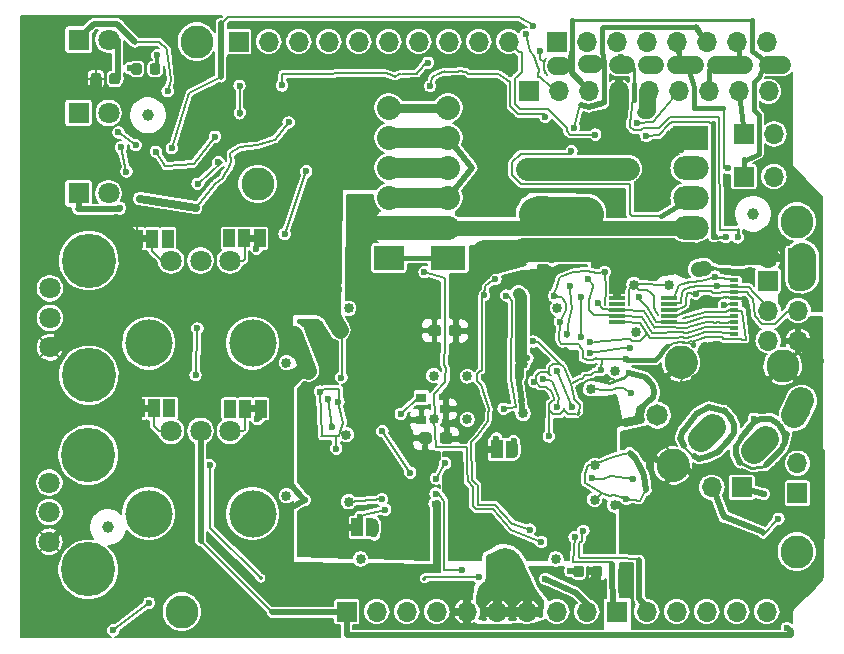
<source format=gbl>
G04 #@! TF.GenerationSoftware,KiCad,Pcbnew,5.1.4-e60b266~84~ubuntu16.04.1*
G04 #@! TF.CreationDate,2019-10-13T20:58:43-05:00*
G04 #@! TF.ProjectId,uno shield v1.0 project SMD,756e6f20-7368-4696-956c-642076312e30,rev?*
G04 #@! TF.SameCoordinates,Original*
G04 #@! TF.FileFunction,Copper,L2,Bot*
G04 #@! TF.FilePolarity,Positive*
%FSLAX46Y46*%
G04 Gerber Fmt 4.6, Leading zero omitted, Abs format (unit mm)*
G04 Created by KiCad (PCBNEW 5.1.4-e60b266~84~ubuntu16.04.1) date 2019-10-13 20:58:43*
%MOMM*%
%LPD*%
G04 APERTURE LIST*
%ADD10C,0.100000*%
%ADD11C,2.800000*%
%ADD12C,2.799999*%
%ADD13C,2.799999*%
%ADD14C,2.200000*%
%ADD15C,2.200000*%
%ADD16C,1.810000*%
%ADD17C,0.500000*%
%ADD18R,1.000000X1.500000*%
%ADD19R,0.800000X0.400000*%
%ADD20R,0.800000X0.300000*%
%ADD21R,0.900000X0.800000*%
%ADD22R,1.700000X1.700000*%
%ADD23O,1.700000X1.700000*%
%ADD24C,2.032000*%
%ADD25R,3.000000X2.032000*%
%ADD26R,2.540000X2.032000*%
%ADD27O,3.000000X2.032000*%
%ADD28C,1.800000*%
%ADD29C,4.600001*%
%ADD30C,4.600000*%
%ADD31C,1.000000*%
%ADD32C,0.854000*%
%ADD33R,1.400000X0.300000*%
%ADD34C,0.950000*%
%ADD35C,1.300000*%
%ADD36C,0.875000*%
%ADD37C,4.000000*%
%ADD38R,1.800000X1.800000*%
%ADD39C,0.600000*%
%ADD40C,0.810000*%
%ADD41C,0.350000*%
%ADD42C,1.500000*%
%ADD43C,0.500000*%
%ADD44C,0.200000*%
%ADD45C,0.800000*%
%ADD46C,0.250000*%
%ADD47C,2.000000*%
%ADD48C,3.000000*%
%ADD49C,1.000000*%
%ADD50C,0.850000*%
%ADD51C,2.550000*%
%ADD52C,2.800000*%
%ADD53C,2.050000*%
%ADD54C,1.700000*%
%ADD55C,0.700000*%
%ADD56C,0.900000*%
%ADD57C,0.400000*%
%ADD58C,0.300000*%
%ADD59C,1.400000*%
%ADD60C,1.100000*%
%ADD61C,1.950000*%
%ADD62C,1.300000*%
%ADD63C,0.980000*%
%ADD64C,1.200000*%
%ADD65C,0.750000*%
%ADD66C,1.750000*%
%ADD67C,1.900000*%
%ADD68C,0.430000*%
%ADD69C,0.450000*%
%ADD70C,2.400000*%
%ADD71C,0.420000*%
%ADD72C,0.254000*%
G04 APERTURE END LIST*
D10*
G36*
X137310000Y-123460000D02*
G01*
X137810000Y-123460000D01*
X137810000Y-122860000D01*
X137310000Y-122860000D01*
X137310000Y-123460000D01*
G37*
G36*
X149110000Y-116860000D02*
G01*
X149610000Y-116860000D01*
X149610000Y-116260000D01*
X149110000Y-116260000D01*
X149110000Y-116860000D01*
G37*
G36*
X145376000Y-88120000D02*
G01*
X141336000Y-88120000D01*
X141346000Y-87300000D01*
X145386000Y-87300000D01*
X145376000Y-88120000D01*
G37*
G36*
X145416000Y-100570000D02*
G01*
X141376000Y-100570000D01*
X141356000Y-100170000D01*
X145396000Y-100170000D01*
X145416000Y-100570000D01*
G37*
G36*
X120080000Y-113380000D02*
G01*
X120580000Y-113380000D01*
X120580000Y-112780000D01*
X120080000Y-112780000D01*
X120080000Y-113380000D01*
G37*
G36*
X129620000Y-112820000D02*
G01*
X129120000Y-112820000D01*
X129120000Y-113420000D01*
X129620000Y-113420000D01*
X129620000Y-112820000D01*
G37*
G36*
X119940000Y-99010000D02*
G01*
X120440000Y-99010000D01*
X120440000Y-98410000D01*
X119940000Y-98410000D01*
X119940000Y-99010000D01*
G37*
G36*
X129550000Y-98370000D02*
G01*
X129050000Y-98370000D01*
X129050000Y-98970000D01*
X129550000Y-98970000D01*
X129550000Y-98370000D01*
G37*
G36*
X145406000Y-98690000D02*
G01*
X141366000Y-98690000D01*
X141366000Y-96950000D01*
X145406000Y-96950000D01*
X145406000Y-98690000D01*
G37*
G36*
X145880000Y-98390000D02*
G01*
X145880000Y-97230000D01*
X166430000Y-97240000D01*
X166430000Y-98390000D01*
X145880000Y-98390000D01*
G37*
X145880000Y-98390000D02*
X145880000Y-97230000D01*
X166430000Y-97240000D01*
X166430000Y-98390000D01*
X145880000Y-98390000D01*
G36*
X145406000Y-93610000D02*
G01*
X141366000Y-93610000D01*
X141366000Y-91870000D01*
X145406000Y-91870000D01*
X145406000Y-93610000D01*
G37*
G36*
X145406000Y-91070000D02*
G01*
X141366000Y-91070000D01*
X141366000Y-89330000D01*
X145406000Y-89330000D01*
X145406000Y-91070000D01*
G37*
G36*
X145406000Y-96150000D02*
G01*
X141366000Y-96150000D01*
X141366000Y-94410000D01*
X145406000Y-94410000D01*
X145406000Y-96150000D01*
G37*
D11*
X129763520Y-94084140D03*
D12*
X164934123Y-117923192D03*
D13*
X164934123Y-117923192D02*
X164934123Y-117923192D01*
D12*
X165592843Y-109197157D03*
D13*
X165592843Y-109197157D02*
X165592843Y-109197157D01*
D12*
X174210000Y-109480000D03*
D14*
X167804975Y-115175025D03*
D15*
X168299950Y-114680050D02*
X167310000Y-115670000D01*
D14*
X172315025Y-116164975D03*
D15*
X172810000Y-115670000D02*
X171820050Y-116659950D01*
D14*
X175505833Y-113035585D03*
D15*
X175801666Y-112401170D02*
X175210000Y-113670000D01*
D16*
X163610000Y-113670000D03*
D17*
X136910000Y-123160000D03*
D10*
G36*
X137460000Y-123910000D02*
G01*
X136910000Y-123910000D01*
X136910000Y-123909398D01*
X136885466Y-123909398D01*
X136836635Y-123904588D01*
X136788510Y-123895016D01*
X136741555Y-123880772D01*
X136696222Y-123861995D01*
X136652949Y-123838864D01*
X136612150Y-123811604D01*
X136574221Y-123780476D01*
X136539524Y-123745779D01*
X136508396Y-123707850D01*
X136481136Y-123667051D01*
X136458005Y-123623778D01*
X136439228Y-123578445D01*
X136424984Y-123531490D01*
X136415412Y-123483365D01*
X136410602Y-123434534D01*
X136410602Y-123410000D01*
X136410000Y-123410000D01*
X136410000Y-122910000D01*
X136410602Y-122910000D01*
X136410602Y-122885466D01*
X136415412Y-122836635D01*
X136424984Y-122788510D01*
X136439228Y-122741555D01*
X136458005Y-122696222D01*
X136481136Y-122652949D01*
X136508396Y-122612150D01*
X136539524Y-122574221D01*
X136574221Y-122539524D01*
X136612150Y-122508396D01*
X136652949Y-122481136D01*
X136696222Y-122458005D01*
X136741555Y-122439228D01*
X136788510Y-122424984D01*
X136836635Y-122415412D01*
X136885466Y-122410602D01*
X136910000Y-122410602D01*
X136910000Y-122410000D01*
X137460000Y-122410000D01*
X137460000Y-123910000D01*
X137460000Y-123910000D01*
G37*
D18*
X138210000Y-123160000D03*
D17*
X139510000Y-123160000D03*
D10*
G36*
X139510000Y-122410602D02*
G01*
X139534534Y-122410602D01*
X139583365Y-122415412D01*
X139631490Y-122424984D01*
X139678445Y-122439228D01*
X139723778Y-122458005D01*
X139767051Y-122481136D01*
X139807850Y-122508396D01*
X139845779Y-122539524D01*
X139880476Y-122574221D01*
X139911604Y-122612150D01*
X139938864Y-122652949D01*
X139961995Y-122696222D01*
X139980772Y-122741555D01*
X139995016Y-122788510D01*
X140004588Y-122836635D01*
X140009398Y-122885466D01*
X140009398Y-122910000D01*
X140010000Y-122910000D01*
X140010000Y-123410000D01*
X140009398Y-123410000D01*
X140009398Y-123434534D01*
X140004588Y-123483365D01*
X139995016Y-123531490D01*
X139980772Y-123578445D01*
X139961995Y-123623778D01*
X139938864Y-123667051D01*
X139911604Y-123707850D01*
X139880476Y-123745779D01*
X139845779Y-123780476D01*
X139807850Y-123811604D01*
X139767051Y-123838864D01*
X139723778Y-123861995D01*
X139678445Y-123880772D01*
X139631490Y-123895016D01*
X139583365Y-123904588D01*
X139534534Y-123909398D01*
X139510000Y-123909398D01*
X139510000Y-123910000D01*
X138960000Y-123910000D01*
X138960000Y-122410000D01*
X139510000Y-122410000D01*
X139510000Y-122410602D01*
X139510000Y-122410602D01*
G37*
D17*
X148710000Y-116560000D03*
D10*
G36*
X149260000Y-117310000D02*
G01*
X148710000Y-117310000D01*
X148710000Y-117309398D01*
X148685466Y-117309398D01*
X148636635Y-117304588D01*
X148588510Y-117295016D01*
X148541555Y-117280772D01*
X148496222Y-117261995D01*
X148452949Y-117238864D01*
X148412150Y-117211604D01*
X148374221Y-117180476D01*
X148339524Y-117145779D01*
X148308396Y-117107850D01*
X148281136Y-117067051D01*
X148258005Y-117023778D01*
X148239228Y-116978445D01*
X148224984Y-116931490D01*
X148215412Y-116883365D01*
X148210602Y-116834534D01*
X148210602Y-116810000D01*
X148210000Y-116810000D01*
X148210000Y-116310000D01*
X148210602Y-116310000D01*
X148210602Y-116285466D01*
X148215412Y-116236635D01*
X148224984Y-116188510D01*
X148239228Y-116141555D01*
X148258005Y-116096222D01*
X148281136Y-116052949D01*
X148308396Y-116012150D01*
X148339524Y-115974221D01*
X148374221Y-115939524D01*
X148412150Y-115908396D01*
X148452949Y-115881136D01*
X148496222Y-115858005D01*
X148541555Y-115839228D01*
X148588510Y-115824984D01*
X148636635Y-115815412D01*
X148685466Y-115810602D01*
X148710000Y-115810602D01*
X148710000Y-115810000D01*
X149260000Y-115810000D01*
X149260000Y-117310000D01*
X149260000Y-117310000D01*
G37*
D18*
X150010000Y-116560000D03*
D17*
X151310000Y-116560000D03*
D10*
G36*
X151310000Y-115810602D02*
G01*
X151334534Y-115810602D01*
X151383365Y-115815412D01*
X151431490Y-115824984D01*
X151478445Y-115839228D01*
X151523778Y-115858005D01*
X151567051Y-115881136D01*
X151607850Y-115908396D01*
X151645779Y-115939524D01*
X151680476Y-115974221D01*
X151711604Y-116012150D01*
X151738864Y-116052949D01*
X151761995Y-116096222D01*
X151780772Y-116141555D01*
X151795016Y-116188510D01*
X151804588Y-116236635D01*
X151809398Y-116285466D01*
X151809398Y-116310000D01*
X151810000Y-116310000D01*
X151810000Y-116810000D01*
X151809398Y-116810000D01*
X151809398Y-116834534D01*
X151804588Y-116883365D01*
X151795016Y-116931490D01*
X151780772Y-116978445D01*
X151761995Y-117023778D01*
X151738864Y-117067051D01*
X151711604Y-117107850D01*
X151680476Y-117145779D01*
X151645779Y-117180476D01*
X151607850Y-117211604D01*
X151567051Y-117238864D01*
X151523778Y-117261995D01*
X151478445Y-117280772D01*
X151431490Y-117295016D01*
X151383365Y-117304588D01*
X151334534Y-117309398D01*
X151310000Y-117309398D01*
X151310000Y-117310000D01*
X150760000Y-117310000D01*
X150760000Y-115810000D01*
X151310000Y-115810000D01*
X151310000Y-115810602D01*
X151310000Y-115810602D01*
G37*
D19*
X167619040Y-107760400D03*
X167619040Y-101260400D03*
D20*
X170119040Y-106760400D03*
X170119040Y-106260400D03*
X170119040Y-105760400D03*
X170119040Y-105260400D03*
X170119040Y-104760400D03*
X170119040Y-104260400D03*
X170119040Y-103760400D03*
X170119040Y-103260400D03*
X170119040Y-102760400D03*
X170119040Y-102260400D03*
D21*
X145637000Y-113118860D03*
X143637000Y-112168860D03*
X143637000Y-114068860D03*
D22*
X170930000Y-93470000D03*
D23*
X173470000Y-93470000D03*
X175450000Y-117730000D03*
D22*
X175450000Y-120270000D03*
D23*
X168216580Y-119763540D03*
D22*
X170756580Y-119763540D03*
X175520000Y-100380000D03*
D23*
X172980000Y-100380000D03*
D24*
X145876000Y-87650000D03*
X140876000Y-87650000D03*
D23*
X173034960Y-86238080D03*
X170494960Y-86238080D03*
X167954960Y-86238080D03*
X165414960Y-86238080D03*
X162874960Y-86238080D03*
X160334960Y-86238080D03*
X157794960Y-86238080D03*
X155254960Y-86238080D03*
D22*
X152714960Y-86238080D03*
D24*
X145876000Y-100350000D03*
X140876000Y-100350000D03*
D18*
X120980000Y-113080000D03*
X122280000Y-113080000D03*
X119680000Y-113080000D03*
X128720000Y-113120000D03*
X127420000Y-113120000D03*
X130020000Y-113120000D03*
X120840000Y-98710000D03*
X122140000Y-98710000D03*
X119540000Y-98710000D03*
X128650000Y-98670000D03*
X127350000Y-98670000D03*
X129950000Y-98670000D03*
D24*
X145876000Y-87650000D03*
X140876000Y-95270000D03*
X145876000Y-90190000D03*
X145876000Y-92730000D03*
X145876000Y-95270000D03*
X145876000Y-97810000D03*
D25*
X145876000Y-100350000D03*
D26*
X140876000Y-100350000D03*
D24*
X140876000Y-97810000D03*
X140876000Y-87650000D03*
X140876000Y-90190000D03*
X140876000Y-92730000D03*
D27*
X166430000Y-97810000D03*
X166430000Y-95270000D03*
D24*
X166430000Y-90190000D03*
D10*
G36*
X165768217Y-89174000D02*
G01*
X165795032Y-89166915D01*
X165795052Y-89166909D01*
X165795075Y-89166904D01*
X165799789Y-89165693D01*
X165814163Y-89162847D01*
X165828500Y-89159800D01*
X165896010Y-89148865D01*
X165900839Y-89148117D01*
X165915448Y-89146684D01*
X165929996Y-89145053D01*
X165998250Y-89140759D01*
X166003130Y-89140486D01*
X166010454Y-89140486D01*
X166017791Y-89140076D01*
X166027565Y-89140008D01*
X166032452Y-89140008D01*
X166066593Y-89141918D01*
X166100385Y-89147150D01*
X166133505Y-89155655D01*
X166165638Y-89167352D01*
X166179514Y-89174000D01*
X166679680Y-89174000D01*
X166680978Y-89173310D01*
X166712592Y-89160280D01*
X166745328Y-89150396D01*
X166778872Y-89143755D01*
X166812903Y-89140417D01*
X166847098Y-89140418D01*
X166915386Y-89143758D01*
X166915402Y-89143758D01*
X166915420Y-89143760D01*
X166920286Y-89144032D01*
X166934822Y-89145662D01*
X166949434Y-89147095D01*
X167017082Y-89157084D01*
X167017094Y-89157085D01*
X167017108Y-89157088D01*
X167021920Y-89157833D01*
X167036240Y-89160877D01*
X167050638Y-89163728D01*
X167091836Y-89174000D01*
X167930000Y-89174000D01*
X167930000Y-91206000D01*
X167091783Y-91206000D01*
X167064968Y-91213085D01*
X167064948Y-91213091D01*
X167064925Y-91213096D01*
X167060211Y-91214307D01*
X167045837Y-91217153D01*
X167031500Y-91220200D01*
X166963990Y-91231135D01*
X166959161Y-91231883D01*
X166944552Y-91233316D01*
X166930004Y-91234947D01*
X166861750Y-91239241D01*
X166856870Y-91239514D01*
X166849545Y-91239514D01*
X166842209Y-91239924D01*
X166832435Y-91239992D01*
X166827548Y-91239992D01*
X166793407Y-91238082D01*
X166759615Y-91232850D01*
X166726495Y-91224345D01*
X166694361Y-91212648D01*
X166680486Y-91206000D01*
X166180320Y-91206000D01*
X166179022Y-91206690D01*
X166147408Y-91219720D01*
X166114672Y-91229604D01*
X166081128Y-91236245D01*
X166047096Y-91239583D01*
X166012902Y-91239582D01*
X165944613Y-91236242D01*
X165944597Y-91236242D01*
X165944579Y-91236240D01*
X165939714Y-91235968D01*
X165925178Y-91234338D01*
X165910566Y-91232905D01*
X165842909Y-91222915D01*
X165842904Y-91222914D01*
X165842895Y-91222913D01*
X165838080Y-91222167D01*
X165823746Y-91219121D01*
X165809363Y-91216272D01*
X165768162Y-91206000D01*
X164930000Y-91206000D01*
X164930000Y-89174000D01*
X165768217Y-89174000D01*
X165768217Y-89174000D01*
G37*
D27*
X166430000Y-92730000D03*
D28*
X112170000Y-107930000D03*
X112170000Y-105430000D03*
X112170000Y-102930000D03*
D29*
X115470000Y-110280000D03*
D30*
X115470000Y-100580000D03*
D31*
X171710000Y-96610000D03*
X120470000Y-88280000D03*
X117080000Y-123150000D03*
D32*
X147470000Y-113982000D03*
X144670000Y-110318000D03*
X147470000Y-110318000D03*
D23*
X172870000Y-130300000D03*
X170330000Y-130300000D03*
X167790000Y-130300000D03*
X165250000Y-130300000D03*
X162710000Y-130300000D03*
D22*
X160170000Y-130300000D03*
D33*
X164630460Y-103749600D03*
X164630460Y-104249600D03*
X164630460Y-104749600D03*
X164630460Y-105249600D03*
X164630460Y-105749600D03*
X160230460Y-105749600D03*
X160230460Y-105249600D03*
X160230460Y-104749600D03*
X160230460Y-104249600D03*
X160230460Y-103749600D03*
D23*
X173480000Y-89860000D03*
D22*
X170940000Y-89860000D03*
D10*
G36*
X146805779Y-106026144D02*
G01*
X146828834Y-106029563D01*
X146851443Y-106035227D01*
X146873387Y-106043079D01*
X146894457Y-106053044D01*
X146914448Y-106065026D01*
X146933168Y-106078910D01*
X146950438Y-106094562D01*
X146966090Y-106111832D01*
X146979974Y-106130552D01*
X146991956Y-106150543D01*
X147001921Y-106171613D01*
X147009773Y-106193557D01*
X147015437Y-106216166D01*
X147018856Y-106239221D01*
X147020000Y-106262500D01*
X147020000Y-106737500D01*
X147018856Y-106760779D01*
X147015437Y-106783834D01*
X147009773Y-106806443D01*
X147001921Y-106828387D01*
X146991956Y-106849457D01*
X146979974Y-106869448D01*
X146966090Y-106888168D01*
X146950438Y-106905438D01*
X146933168Y-106921090D01*
X146914448Y-106934974D01*
X146894457Y-106946956D01*
X146873387Y-106956921D01*
X146851443Y-106964773D01*
X146828834Y-106970437D01*
X146805779Y-106973856D01*
X146782500Y-106975000D01*
X146207500Y-106975000D01*
X146184221Y-106973856D01*
X146161166Y-106970437D01*
X146138557Y-106964773D01*
X146116613Y-106956921D01*
X146095543Y-106946956D01*
X146075552Y-106934974D01*
X146056832Y-106921090D01*
X146039562Y-106905438D01*
X146023910Y-106888168D01*
X146010026Y-106869448D01*
X145998044Y-106849457D01*
X145988079Y-106828387D01*
X145980227Y-106806443D01*
X145974563Y-106783834D01*
X145971144Y-106760779D01*
X145970000Y-106737500D01*
X145970000Y-106262500D01*
X145971144Y-106239221D01*
X145974563Y-106216166D01*
X145980227Y-106193557D01*
X145988079Y-106171613D01*
X145998044Y-106150543D01*
X146010026Y-106130552D01*
X146023910Y-106111832D01*
X146039562Y-106094562D01*
X146056832Y-106078910D01*
X146075552Y-106065026D01*
X146095543Y-106053044D01*
X146116613Y-106043079D01*
X146138557Y-106035227D01*
X146161166Y-106029563D01*
X146184221Y-106026144D01*
X146207500Y-106025000D01*
X146782500Y-106025000D01*
X146805779Y-106026144D01*
X146805779Y-106026144D01*
G37*
D34*
X146495000Y-106500000D03*
D10*
G36*
X145055779Y-106026144D02*
G01*
X145078834Y-106029563D01*
X145101443Y-106035227D01*
X145123387Y-106043079D01*
X145144457Y-106053044D01*
X145164448Y-106065026D01*
X145183168Y-106078910D01*
X145200438Y-106094562D01*
X145216090Y-106111832D01*
X145229974Y-106130552D01*
X145241956Y-106150543D01*
X145251921Y-106171613D01*
X145259773Y-106193557D01*
X145265437Y-106216166D01*
X145268856Y-106239221D01*
X145270000Y-106262500D01*
X145270000Y-106737500D01*
X145268856Y-106760779D01*
X145265437Y-106783834D01*
X145259773Y-106806443D01*
X145251921Y-106828387D01*
X145241956Y-106849457D01*
X145229974Y-106869448D01*
X145216090Y-106888168D01*
X145200438Y-106905438D01*
X145183168Y-106921090D01*
X145164448Y-106934974D01*
X145144457Y-106946956D01*
X145123387Y-106956921D01*
X145101443Y-106964773D01*
X145078834Y-106970437D01*
X145055779Y-106973856D01*
X145032500Y-106975000D01*
X144457500Y-106975000D01*
X144434221Y-106973856D01*
X144411166Y-106970437D01*
X144388557Y-106964773D01*
X144366613Y-106956921D01*
X144345543Y-106946956D01*
X144325552Y-106934974D01*
X144306832Y-106921090D01*
X144289562Y-106905438D01*
X144273910Y-106888168D01*
X144260026Y-106869448D01*
X144248044Y-106849457D01*
X144238079Y-106828387D01*
X144230227Y-106806443D01*
X144224563Y-106783834D01*
X144221144Y-106760779D01*
X144220000Y-106737500D01*
X144220000Y-106262500D01*
X144221144Y-106239221D01*
X144224563Y-106216166D01*
X144230227Y-106193557D01*
X144238079Y-106171613D01*
X144248044Y-106150543D01*
X144260026Y-106130552D01*
X144273910Y-106111832D01*
X144289562Y-106094562D01*
X144306832Y-106078910D01*
X144325552Y-106065026D01*
X144345543Y-106053044D01*
X144366613Y-106043079D01*
X144388557Y-106035227D01*
X144411166Y-106029563D01*
X144434221Y-106026144D01*
X144457500Y-106025000D01*
X145032500Y-106025000D01*
X145055779Y-106026144D01*
X145055779Y-106026144D01*
G37*
D34*
X144745000Y-106500000D03*
D10*
G36*
X146025779Y-115126144D02*
G01*
X146048834Y-115129563D01*
X146071443Y-115135227D01*
X146093387Y-115143079D01*
X146114457Y-115153044D01*
X146134448Y-115165026D01*
X146153168Y-115178910D01*
X146170438Y-115194562D01*
X146186090Y-115211832D01*
X146199974Y-115230552D01*
X146211956Y-115250543D01*
X146221921Y-115271613D01*
X146229773Y-115293557D01*
X146235437Y-115316166D01*
X146238856Y-115339221D01*
X146240000Y-115362500D01*
X146240000Y-115837500D01*
X146238856Y-115860779D01*
X146235437Y-115883834D01*
X146229773Y-115906443D01*
X146221921Y-115928387D01*
X146211956Y-115949457D01*
X146199974Y-115969448D01*
X146186090Y-115988168D01*
X146170438Y-116005438D01*
X146153168Y-116021090D01*
X146134448Y-116034974D01*
X146114457Y-116046956D01*
X146093387Y-116056921D01*
X146071443Y-116064773D01*
X146048834Y-116070437D01*
X146025779Y-116073856D01*
X146002500Y-116075000D01*
X145427500Y-116075000D01*
X145404221Y-116073856D01*
X145381166Y-116070437D01*
X145358557Y-116064773D01*
X145336613Y-116056921D01*
X145315543Y-116046956D01*
X145295552Y-116034974D01*
X145276832Y-116021090D01*
X145259562Y-116005438D01*
X145243910Y-115988168D01*
X145230026Y-115969448D01*
X145218044Y-115949457D01*
X145208079Y-115928387D01*
X145200227Y-115906443D01*
X145194563Y-115883834D01*
X145191144Y-115860779D01*
X145190000Y-115837500D01*
X145190000Y-115362500D01*
X145191144Y-115339221D01*
X145194563Y-115316166D01*
X145200227Y-115293557D01*
X145208079Y-115271613D01*
X145218044Y-115250543D01*
X145230026Y-115230552D01*
X145243910Y-115211832D01*
X145259562Y-115194562D01*
X145276832Y-115178910D01*
X145295552Y-115165026D01*
X145315543Y-115153044D01*
X145336613Y-115143079D01*
X145358557Y-115135227D01*
X145381166Y-115129563D01*
X145404221Y-115126144D01*
X145427500Y-115125000D01*
X146002500Y-115125000D01*
X146025779Y-115126144D01*
X146025779Y-115126144D01*
G37*
D34*
X145715000Y-115600000D03*
D10*
G36*
X144275779Y-115126144D02*
G01*
X144298834Y-115129563D01*
X144321443Y-115135227D01*
X144343387Y-115143079D01*
X144364457Y-115153044D01*
X144384448Y-115165026D01*
X144403168Y-115178910D01*
X144420438Y-115194562D01*
X144436090Y-115211832D01*
X144449974Y-115230552D01*
X144461956Y-115250543D01*
X144471921Y-115271613D01*
X144479773Y-115293557D01*
X144485437Y-115316166D01*
X144488856Y-115339221D01*
X144490000Y-115362500D01*
X144490000Y-115837500D01*
X144488856Y-115860779D01*
X144485437Y-115883834D01*
X144479773Y-115906443D01*
X144471921Y-115928387D01*
X144461956Y-115949457D01*
X144449974Y-115969448D01*
X144436090Y-115988168D01*
X144420438Y-116005438D01*
X144403168Y-116021090D01*
X144384448Y-116034974D01*
X144364457Y-116046956D01*
X144343387Y-116056921D01*
X144321443Y-116064773D01*
X144298834Y-116070437D01*
X144275779Y-116073856D01*
X144252500Y-116075000D01*
X143677500Y-116075000D01*
X143654221Y-116073856D01*
X143631166Y-116070437D01*
X143608557Y-116064773D01*
X143586613Y-116056921D01*
X143565543Y-116046956D01*
X143545552Y-116034974D01*
X143526832Y-116021090D01*
X143509562Y-116005438D01*
X143493910Y-115988168D01*
X143480026Y-115969448D01*
X143468044Y-115949457D01*
X143458079Y-115928387D01*
X143450227Y-115906443D01*
X143444563Y-115883834D01*
X143441144Y-115860779D01*
X143440000Y-115837500D01*
X143440000Y-115362500D01*
X143441144Y-115339221D01*
X143444563Y-115316166D01*
X143450227Y-115293557D01*
X143458079Y-115271613D01*
X143468044Y-115250543D01*
X143480026Y-115230552D01*
X143493910Y-115211832D01*
X143509562Y-115194562D01*
X143526832Y-115178910D01*
X143545552Y-115165026D01*
X143565543Y-115153044D01*
X143586613Y-115143079D01*
X143608557Y-115135227D01*
X143631166Y-115129563D01*
X143654221Y-115126144D01*
X143677500Y-115125000D01*
X144252500Y-115125000D01*
X144275779Y-115126144D01*
X144275779Y-115126144D01*
G37*
D34*
X143965000Y-115600000D03*
D24*
X145876000Y-97810000D03*
X140876000Y-97810000D03*
D35*
X145876000Y-97810000D03*
X166430000Y-97810000D03*
D24*
X145876000Y-92730000D03*
X140876000Y-92730000D03*
X145876000Y-90190000D03*
X140876000Y-90190000D03*
X145876000Y-95270000D03*
X140876000Y-95270000D03*
D22*
X137310000Y-130300000D03*
D23*
X139850000Y-130300000D03*
X142390000Y-130300000D03*
X144930000Y-130300000D03*
X147470000Y-130300000D03*
X150010000Y-130300000D03*
X152550000Y-130300000D03*
X155090000Y-130300000D03*
X157630000Y-130300000D03*
D10*
G36*
X116312691Y-84706053D02*
G01*
X116333926Y-84709203D01*
X116354750Y-84714419D01*
X116374962Y-84721651D01*
X116394368Y-84730830D01*
X116412781Y-84741866D01*
X116430024Y-84754654D01*
X116445930Y-84769070D01*
X116460346Y-84784976D01*
X116473134Y-84802219D01*
X116484170Y-84820632D01*
X116493349Y-84840038D01*
X116500581Y-84860250D01*
X116505797Y-84881074D01*
X116508947Y-84902309D01*
X116510000Y-84923750D01*
X116510000Y-85436250D01*
X116508947Y-85457691D01*
X116505797Y-85478926D01*
X116500581Y-85499750D01*
X116493349Y-85519962D01*
X116484170Y-85539368D01*
X116473134Y-85557781D01*
X116460346Y-85575024D01*
X116445930Y-85590930D01*
X116430024Y-85605346D01*
X116412781Y-85618134D01*
X116394368Y-85629170D01*
X116374962Y-85638349D01*
X116354750Y-85645581D01*
X116333926Y-85650797D01*
X116312691Y-85653947D01*
X116291250Y-85655000D01*
X115853750Y-85655000D01*
X115832309Y-85653947D01*
X115811074Y-85650797D01*
X115790250Y-85645581D01*
X115770038Y-85638349D01*
X115750632Y-85629170D01*
X115732219Y-85618134D01*
X115714976Y-85605346D01*
X115699070Y-85590930D01*
X115684654Y-85575024D01*
X115671866Y-85557781D01*
X115660830Y-85539368D01*
X115651651Y-85519962D01*
X115644419Y-85499750D01*
X115639203Y-85478926D01*
X115636053Y-85457691D01*
X115635000Y-85436250D01*
X115635000Y-84923750D01*
X115636053Y-84902309D01*
X115639203Y-84881074D01*
X115644419Y-84860250D01*
X115651651Y-84840038D01*
X115660830Y-84820632D01*
X115671866Y-84802219D01*
X115684654Y-84784976D01*
X115699070Y-84769070D01*
X115714976Y-84754654D01*
X115732219Y-84741866D01*
X115750632Y-84730830D01*
X115770038Y-84721651D01*
X115790250Y-84714419D01*
X115811074Y-84709203D01*
X115832309Y-84706053D01*
X115853750Y-84705000D01*
X116291250Y-84705000D01*
X116312691Y-84706053D01*
X116312691Y-84706053D01*
G37*
D36*
X116072500Y-85180000D03*
D10*
G36*
X117887691Y-84706053D02*
G01*
X117908926Y-84709203D01*
X117929750Y-84714419D01*
X117949962Y-84721651D01*
X117969368Y-84730830D01*
X117987781Y-84741866D01*
X118005024Y-84754654D01*
X118020930Y-84769070D01*
X118035346Y-84784976D01*
X118048134Y-84802219D01*
X118059170Y-84820632D01*
X118068349Y-84840038D01*
X118075581Y-84860250D01*
X118080797Y-84881074D01*
X118083947Y-84902309D01*
X118085000Y-84923750D01*
X118085000Y-85436250D01*
X118083947Y-85457691D01*
X118080797Y-85478926D01*
X118075581Y-85499750D01*
X118068349Y-85519962D01*
X118059170Y-85539368D01*
X118048134Y-85557781D01*
X118035346Y-85575024D01*
X118020930Y-85590930D01*
X118005024Y-85605346D01*
X117987781Y-85618134D01*
X117969368Y-85629170D01*
X117949962Y-85638349D01*
X117929750Y-85645581D01*
X117908926Y-85650797D01*
X117887691Y-85653947D01*
X117866250Y-85655000D01*
X117428750Y-85655000D01*
X117407309Y-85653947D01*
X117386074Y-85650797D01*
X117365250Y-85645581D01*
X117345038Y-85638349D01*
X117325632Y-85629170D01*
X117307219Y-85618134D01*
X117289976Y-85605346D01*
X117274070Y-85590930D01*
X117259654Y-85575024D01*
X117246866Y-85557781D01*
X117235830Y-85539368D01*
X117226651Y-85519962D01*
X117219419Y-85499750D01*
X117214203Y-85478926D01*
X117211053Y-85457691D01*
X117210000Y-85436250D01*
X117210000Y-84923750D01*
X117211053Y-84902309D01*
X117214203Y-84881074D01*
X117219419Y-84860250D01*
X117226651Y-84840038D01*
X117235830Y-84820632D01*
X117246866Y-84802219D01*
X117259654Y-84784976D01*
X117274070Y-84769070D01*
X117289976Y-84754654D01*
X117307219Y-84741866D01*
X117325632Y-84730830D01*
X117345038Y-84721651D01*
X117365250Y-84714419D01*
X117386074Y-84709203D01*
X117407309Y-84706053D01*
X117428750Y-84705000D01*
X117866250Y-84705000D01*
X117887691Y-84706053D01*
X117887691Y-84706053D01*
G37*
D36*
X117647500Y-85180000D03*
D10*
G36*
X121327691Y-83876053D02*
G01*
X121348926Y-83879203D01*
X121369750Y-83884419D01*
X121389962Y-83891651D01*
X121409368Y-83900830D01*
X121427781Y-83911866D01*
X121445024Y-83924654D01*
X121460930Y-83939070D01*
X121475346Y-83954976D01*
X121488134Y-83972219D01*
X121499170Y-83990632D01*
X121508349Y-84010038D01*
X121515581Y-84030250D01*
X121520797Y-84051074D01*
X121523947Y-84072309D01*
X121525000Y-84093750D01*
X121525000Y-84606250D01*
X121523947Y-84627691D01*
X121520797Y-84648926D01*
X121515581Y-84669750D01*
X121508349Y-84689962D01*
X121499170Y-84709368D01*
X121488134Y-84727781D01*
X121475346Y-84745024D01*
X121460930Y-84760930D01*
X121445024Y-84775346D01*
X121427781Y-84788134D01*
X121409368Y-84799170D01*
X121389962Y-84808349D01*
X121369750Y-84815581D01*
X121348926Y-84820797D01*
X121327691Y-84823947D01*
X121306250Y-84825000D01*
X120868750Y-84825000D01*
X120847309Y-84823947D01*
X120826074Y-84820797D01*
X120805250Y-84815581D01*
X120785038Y-84808349D01*
X120765632Y-84799170D01*
X120747219Y-84788134D01*
X120729976Y-84775346D01*
X120714070Y-84760930D01*
X120699654Y-84745024D01*
X120686866Y-84727781D01*
X120675830Y-84709368D01*
X120666651Y-84689962D01*
X120659419Y-84669750D01*
X120654203Y-84648926D01*
X120651053Y-84627691D01*
X120650000Y-84606250D01*
X120650000Y-84093750D01*
X120651053Y-84072309D01*
X120654203Y-84051074D01*
X120659419Y-84030250D01*
X120666651Y-84010038D01*
X120675830Y-83990632D01*
X120686866Y-83972219D01*
X120699654Y-83954976D01*
X120714070Y-83939070D01*
X120729976Y-83924654D01*
X120747219Y-83911866D01*
X120765632Y-83900830D01*
X120785038Y-83891651D01*
X120805250Y-83884419D01*
X120826074Y-83879203D01*
X120847309Y-83876053D01*
X120868750Y-83875000D01*
X121306250Y-83875000D01*
X121327691Y-83876053D01*
X121327691Y-83876053D01*
G37*
D36*
X121087500Y-84350000D03*
D10*
G36*
X119752691Y-83876053D02*
G01*
X119773926Y-83879203D01*
X119794750Y-83884419D01*
X119814962Y-83891651D01*
X119834368Y-83900830D01*
X119852781Y-83911866D01*
X119870024Y-83924654D01*
X119885930Y-83939070D01*
X119900346Y-83954976D01*
X119913134Y-83972219D01*
X119924170Y-83990632D01*
X119933349Y-84010038D01*
X119940581Y-84030250D01*
X119945797Y-84051074D01*
X119948947Y-84072309D01*
X119950000Y-84093750D01*
X119950000Y-84606250D01*
X119948947Y-84627691D01*
X119945797Y-84648926D01*
X119940581Y-84669750D01*
X119933349Y-84689962D01*
X119924170Y-84709368D01*
X119913134Y-84727781D01*
X119900346Y-84745024D01*
X119885930Y-84760930D01*
X119870024Y-84775346D01*
X119852781Y-84788134D01*
X119834368Y-84799170D01*
X119814962Y-84808349D01*
X119794750Y-84815581D01*
X119773926Y-84820797D01*
X119752691Y-84823947D01*
X119731250Y-84825000D01*
X119293750Y-84825000D01*
X119272309Y-84823947D01*
X119251074Y-84820797D01*
X119230250Y-84815581D01*
X119210038Y-84808349D01*
X119190632Y-84799170D01*
X119172219Y-84788134D01*
X119154976Y-84775346D01*
X119139070Y-84760930D01*
X119124654Y-84745024D01*
X119111866Y-84727781D01*
X119100830Y-84709368D01*
X119091651Y-84689962D01*
X119084419Y-84669750D01*
X119079203Y-84648926D01*
X119076053Y-84627691D01*
X119075000Y-84606250D01*
X119075000Y-84093750D01*
X119076053Y-84072309D01*
X119079203Y-84051074D01*
X119084419Y-84030250D01*
X119091651Y-84010038D01*
X119100830Y-83990632D01*
X119111866Y-83972219D01*
X119124654Y-83954976D01*
X119139070Y-83939070D01*
X119154976Y-83924654D01*
X119172219Y-83911866D01*
X119190632Y-83900830D01*
X119210038Y-83891651D01*
X119230250Y-83884419D01*
X119251074Y-83879203D01*
X119272309Y-83876053D01*
X119293750Y-83875000D01*
X119731250Y-83875000D01*
X119752691Y-83876053D01*
X119752691Y-83876053D01*
G37*
D36*
X119512500Y-84350000D03*
D10*
G36*
X157175191Y-126416053D02*
G01*
X157196426Y-126419203D01*
X157217250Y-126424419D01*
X157237462Y-126431651D01*
X157256868Y-126440830D01*
X157275281Y-126451866D01*
X157292524Y-126464654D01*
X157308430Y-126479070D01*
X157322846Y-126494976D01*
X157335634Y-126512219D01*
X157346670Y-126530632D01*
X157355849Y-126550038D01*
X157363081Y-126570250D01*
X157368297Y-126591074D01*
X157371447Y-126612309D01*
X157372500Y-126633750D01*
X157372500Y-127146250D01*
X157371447Y-127167691D01*
X157368297Y-127188926D01*
X157363081Y-127209750D01*
X157355849Y-127229962D01*
X157346670Y-127249368D01*
X157335634Y-127267781D01*
X157322846Y-127285024D01*
X157308430Y-127300930D01*
X157292524Y-127315346D01*
X157275281Y-127328134D01*
X157256868Y-127339170D01*
X157237462Y-127348349D01*
X157217250Y-127355581D01*
X157196426Y-127360797D01*
X157175191Y-127363947D01*
X157153750Y-127365000D01*
X156716250Y-127365000D01*
X156694809Y-127363947D01*
X156673574Y-127360797D01*
X156652750Y-127355581D01*
X156632538Y-127348349D01*
X156613132Y-127339170D01*
X156594719Y-127328134D01*
X156577476Y-127315346D01*
X156561570Y-127300930D01*
X156547154Y-127285024D01*
X156534366Y-127267781D01*
X156523330Y-127249368D01*
X156514151Y-127229962D01*
X156506919Y-127209750D01*
X156501703Y-127188926D01*
X156498553Y-127167691D01*
X156497500Y-127146250D01*
X156497500Y-126633750D01*
X156498553Y-126612309D01*
X156501703Y-126591074D01*
X156506919Y-126570250D01*
X156514151Y-126550038D01*
X156523330Y-126530632D01*
X156534366Y-126512219D01*
X156547154Y-126494976D01*
X156561570Y-126479070D01*
X156577476Y-126464654D01*
X156594719Y-126451866D01*
X156613132Y-126440830D01*
X156632538Y-126431651D01*
X156652750Y-126424419D01*
X156673574Y-126419203D01*
X156694809Y-126416053D01*
X156716250Y-126415000D01*
X157153750Y-126415000D01*
X157175191Y-126416053D01*
X157175191Y-126416053D01*
G37*
D36*
X156935000Y-126890000D03*
D10*
G36*
X158750191Y-126416053D02*
G01*
X158771426Y-126419203D01*
X158792250Y-126424419D01*
X158812462Y-126431651D01*
X158831868Y-126440830D01*
X158850281Y-126451866D01*
X158867524Y-126464654D01*
X158883430Y-126479070D01*
X158897846Y-126494976D01*
X158910634Y-126512219D01*
X158921670Y-126530632D01*
X158930849Y-126550038D01*
X158938081Y-126570250D01*
X158943297Y-126591074D01*
X158946447Y-126612309D01*
X158947500Y-126633750D01*
X158947500Y-127146250D01*
X158946447Y-127167691D01*
X158943297Y-127188926D01*
X158938081Y-127209750D01*
X158930849Y-127229962D01*
X158921670Y-127249368D01*
X158910634Y-127267781D01*
X158897846Y-127285024D01*
X158883430Y-127300930D01*
X158867524Y-127315346D01*
X158850281Y-127328134D01*
X158831868Y-127339170D01*
X158812462Y-127348349D01*
X158792250Y-127355581D01*
X158771426Y-127360797D01*
X158750191Y-127363947D01*
X158728750Y-127365000D01*
X158291250Y-127365000D01*
X158269809Y-127363947D01*
X158248574Y-127360797D01*
X158227750Y-127355581D01*
X158207538Y-127348349D01*
X158188132Y-127339170D01*
X158169719Y-127328134D01*
X158152476Y-127315346D01*
X158136570Y-127300930D01*
X158122154Y-127285024D01*
X158109366Y-127267781D01*
X158098330Y-127249368D01*
X158089151Y-127229962D01*
X158081919Y-127209750D01*
X158076703Y-127188926D01*
X158073553Y-127167691D01*
X158072500Y-127146250D01*
X158072500Y-126633750D01*
X158073553Y-126612309D01*
X158076703Y-126591074D01*
X158081919Y-126570250D01*
X158089151Y-126550038D01*
X158098330Y-126530632D01*
X158109366Y-126512219D01*
X158122154Y-126494976D01*
X158136570Y-126479070D01*
X158152476Y-126464654D01*
X158169719Y-126451866D01*
X158188132Y-126440830D01*
X158207538Y-126431651D01*
X158227750Y-126424419D01*
X158248574Y-126419203D01*
X158269809Y-126416053D01*
X158291250Y-126415000D01*
X158728750Y-126415000D01*
X158750191Y-126416053D01*
X158750191Y-126416053D01*
G37*
D36*
X158510000Y-126890000D03*
D37*
X120530000Y-107580000D03*
X129330000Y-107580000D03*
D28*
X122430000Y-100580000D03*
X124930000Y-100580000D03*
X127430000Y-100580000D03*
D37*
X120530000Y-121998000D03*
X129330000Y-121998000D03*
D28*
X122430000Y-114998000D03*
X124930000Y-114998000D03*
X127430000Y-114998000D03*
D30*
X115420000Y-117030000D03*
D29*
X115420000Y-126730000D03*
D28*
X112120000Y-119380000D03*
X112120000Y-121880000D03*
X112120000Y-124380000D03*
D38*
X114600000Y-88080000D03*
D28*
X117140000Y-88080000D03*
X117140000Y-81870000D03*
D38*
X114600000Y-81870000D03*
D11*
X124610000Y-82040000D03*
D23*
X172870000Y-82040000D03*
X170330000Y-82040000D03*
X167790000Y-82040000D03*
X165250000Y-82040000D03*
X162710000Y-82040000D03*
X160170000Y-82040000D03*
X157630000Y-82040000D03*
D22*
X155090000Y-82040000D03*
D11*
X175410000Y-97280000D03*
D23*
X175520000Y-107360000D03*
X172980000Y-107360000D03*
X175520000Y-104820000D03*
X172980000Y-104820000D03*
X175520000Y-102280000D03*
D22*
X172980000Y-102280000D03*
D23*
X151026000Y-82040000D03*
X148486000Y-82040000D03*
X145946000Y-82040000D03*
X143406000Y-82040000D03*
X140866000Y-82040000D03*
X138326000Y-82040000D03*
X135786000Y-82040000D03*
X133246000Y-82040000D03*
X130706000Y-82040000D03*
D22*
X128166000Y-82040000D03*
D11*
X123340000Y-130300000D03*
X175410000Y-125220000D03*
D38*
X114600000Y-94890000D03*
D28*
X117140000Y-94890000D03*
D39*
X150580000Y-113120000D03*
X150810000Y-103540000D03*
X148930000Y-103500000D03*
X149890000Y-102140000D03*
X152800000Y-123350000D03*
X157340000Y-123460000D03*
X156951680Y-95890080D03*
X138610000Y-117510000D03*
X141638780Y-120735580D03*
X136580000Y-124190000D03*
X150650000Y-114540000D03*
X149110000Y-115510000D03*
X161186180Y-110073820D03*
X153050000Y-95870000D03*
D32*
X146680000Y-123960000D03*
D39*
X160886140Y-114282220D03*
X141490000Y-124300000D03*
X144030000Y-124190000D03*
X148910000Y-110450000D03*
D32*
X152620000Y-119410000D03*
D39*
X153210000Y-112850000D03*
X152960000Y-111630000D03*
X157160000Y-111980000D03*
D40*
X146745960Y-120985280D03*
D39*
X158540000Y-110590000D03*
X149880000Y-113570000D03*
D32*
X146750000Y-119480000D03*
D39*
X144440000Y-108350000D03*
X149086640Y-120446840D03*
X143898620Y-116441220D03*
X152344120Y-101876860D03*
X169809160Y-113936780D03*
D32*
X155130000Y-104610000D03*
D39*
X177280000Y-124000000D03*
X121260000Y-83180000D03*
X172260000Y-109810000D03*
X171700000Y-108730000D03*
X150600000Y-125570000D03*
X149600000Y-125900000D03*
X151430000Y-125900000D03*
D32*
X137480000Y-104610000D03*
X132190000Y-109230000D03*
X132190000Y-120490000D03*
X138480000Y-125850000D03*
X155020000Y-125850000D03*
X159980000Y-121280000D03*
X159980000Y-109890000D03*
D39*
X120560000Y-129560000D03*
X117540000Y-131870000D03*
X129640000Y-99580000D03*
X129720000Y-114010000D03*
X166034720Y-122763280D03*
X163748720Y-125354080D03*
X163208007Y-122628967D03*
X167401240Y-126268480D03*
X175270160Y-122864880D03*
X176719780Y-126900220D03*
X176743360Y-109722920D03*
X176895760Y-106019600D03*
X172730160Y-118907560D03*
X170936920Y-121660920D03*
X168767760Y-123403360D03*
X172684440Y-122483880D03*
X170611800Y-126710440D03*
X162212020Y-87980520D03*
X152478740Y-93141800D03*
X161157920Y-92430600D03*
X160312100Y-93276420D03*
X153799540Y-93144340D03*
X171272200Y-101737160D03*
X166809420Y-104180640D03*
X171706540Y-106674920D03*
D32*
X167619680Y-101010720D03*
X167619680Y-108018580D03*
D39*
X162438080Y-115991640D03*
D32*
X168541700Y-110352840D03*
D39*
X156331920Y-91323160D03*
X156519880Y-89311480D03*
X165244780Y-99578160D03*
D32*
X152230000Y-113510000D03*
D39*
X151086820Y-100558600D03*
D32*
X152230000Y-109320000D03*
D39*
X151850000Y-103380000D03*
X136940000Y-106330000D03*
X133740000Y-120840000D03*
X156303980Y-100375720D03*
X158100000Y-127690000D03*
X152610000Y-108840000D03*
X136291320Y-102880160D03*
X133830000Y-110090000D03*
X146420000Y-103280000D03*
X145360000Y-112110000D03*
X136850000Y-110480000D03*
X144745052Y-121174948D03*
X154721560Y-100558600D03*
X163890000Y-94389900D03*
X163890000Y-95710700D03*
X163620000Y-99910000D03*
X134818120Y-102930960D03*
X133294120Y-102981760D03*
X160428940Y-95923100D03*
X161549080Y-100444300D03*
X150964900Y-95158560D03*
X169224960Y-100495100D03*
X169278300Y-104305100D03*
X114528600Y-89794080D03*
X169570000Y-92740000D03*
X124681539Y-94071539D03*
X118120000Y-96120000D03*
X126418340Y-92240100D03*
X117980460Y-89730580D03*
X119451120Y-90797380D03*
X122140000Y-86240000D03*
X166870000Y-103380000D03*
X168640760Y-102743000D03*
X153118820Y-80675480D03*
X122490000Y-91060000D03*
X128230000Y-85770000D03*
X131820000Y-85740000D03*
X128260000Y-88050000D03*
X121150000Y-91370000D03*
X144185640Y-83830160D03*
X144358360Y-85801200D03*
X154090000Y-88410000D03*
X126156720Y-90096340D03*
X170410000Y-98610000D03*
X160550000Y-83370000D03*
X149980000Y-115640000D03*
X161549080Y-119044720D03*
X158088161Y-118947839D03*
X156200000Y-102750000D03*
X155917900Y-106812080D03*
X136020000Y-114701000D03*
X135747150Y-112279000D03*
X118660000Y-93040000D03*
X119765000Y-95380000D03*
X118193820Y-90970100D03*
X132387340Y-88882220D03*
X157160000Y-103660000D03*
X157159960Y-107040680D03*
X155347200Y-105741080D03*
X139630000Y-123760000D03*
X151460000Y-115870000D03*
X158840000Y-109810000D03*
X160911540Y-108940600D03*
X153160000Y-110830000D03*
X154861260Y-103576120D03*
X159156400Y-101546660D03*
X160980000Y-120760000D03*
D32*
X158300000Y-120810000D03*
X158300000Y-117910000D03*
D39*
X154420000Y-115470000D03*
D32*
X164631400Y-102654140D03*
D39*
X153110000Y-107420000D03*
D32*
X161787840Y-106644440D03*
X161630360Y-102623620D03*
D39*
X171782740Y-113974880D03*
X138420000Y-122320000D03*
X140567840Y-121668380D03*
D32*
X137470000Y-121000000D03*
D39*
X140290000Y-120790000D03*
D32*
X137260000Y-115310000D03*
D39*
X136410000Y-116510000D03*
X135040000Y-111670000D03*
X136600000Y-112540000D03*
X174585000Y-131675000D03*
X173860000Y-122430000D03*
X124510000Y-110270000D03*
X154120000Y-127530000D03*
X148470000Y-127390000D03*
X125720000Y-117890000D03*
X124660000Y-106320000D03*
D41*
X130030000Y-127450000D03*
X143870000Y-127510000D03*
D39*
X172618400Y-120342660D03*
X153652220Y-82804000D03*
X161910000Y-88950000D03*
X152458420Y-81429860D03*
X144830000Y-120310000D03*
X147060000Y-126740000D03*
X156200000Y-126860000D03*
X132050000Y-98330000D03*
X133884180Y-93010500D03*
X118930000Y-84300000D03*
D32*
X144720000Y-113982000D03*
D39*
X153780000Y-124400000D03*
X156600000Y-123990000D03*
X143891000Y-101564440D03*
X169390000Y-98590000D03*
X162650000Y-90030000D03*
X158350000Y-89910000D03*
X168503600Y-101925120D03*
X141886940Y-113568480D03*
X145649950Y-117745510D03*
X140322300Y-115023900D03*
X142684500Y-118526560D03*
X144868900Y-119032020D03*
X158610000Y-104200000D03*
X157720000Y-102110000D03*
X162010000Y-103680000D03*
X156340000Y-112980000D03*
X155070000Y-109900000D03*
X157934660Y-107497880D03*
X153950000Y-110640000D03*
X157880000Y-108380000D03*
X155070000Y-112980000D03*
X161310000Y-108000000D03*
D32*
X157970000Y-111420000D03*
D39*
X161389060Y-111765080D03*
D42*
X162730180Y-83997800D02*
X163420180Y-83997800D01*
D43*
X145876000Y-95270000D02*
X147910000Y-92730000D01*
X147910000Y-92730000D02*
X145980000Y-90290000D01*
D44*
X149040000Y-102737058D02*
X148930000Y-103500000D01*
X150000000Y-102070000D02*
X149771991Y-102005067D01*
X149771991Y-102005067D02*
X149706107Y-102239779D01*
X149706107Y-102239779D02*
X149320970Y-102456088D01*
X149320970Y-102456088D02*
X149040000Y-102737058D01*
D43*
X162060000Y-129210000D02*
X162060000Y-125960000D01*
D44*
X162060000Y-129210000D02*
X162060000Y-129430000D01*
D43*
X162130000Y-129300000D02*
X162760000Y-129930000D01*
D44*
X148930000Y-103500000D02*
X148730000Y-103500000D01*
X148720000Y-103510000D02*
X148720000Y-109830000D01*
X148730000Y-103500000D02*
X148720000Y-103510000D01*
X148720000Y-109830000D02*
X148530000Y-109970000D01*
X151280000Y-103960000D02*
X151049992Y-103660000D01*
X151230000Y-110250000D02*
X151280000Y-103960000D01*
X151220000Y-110450000D02*
X151215156Y-110239640D01*
X151230000Y-110581024D02*
X151220000Y-110450000D01*
X151630000Y-112980000D02*
X151230000Y-110610000D01*
X150580000Y-113120000D02*
X151630000Y-112980000D01*
X151230000Y-110610000D02*
X151230000Y-110581024D01*
X160229330Y-125720670D02*
X162060000Y-125850000D01*
X157905671Y-125719990D02*
X157910681Y-125714980D01*
X157539329Y-125719990D02*
X157905671Y-125719990D01*
X157534319Y-125714980D02*
X157539329Y-125719990D01*
X157034980Y-125714980D02*
X157534319Y-125714980D01*
X156970000Y-124645827D02*
X156970000Y-125650000D01*
X160223640Y-125714980D02*
X160229330Y-125720670D01*
X156970000Y-125650000D02*
X157034980Y-125714980D01*
X157200001Y-123701999D02*
X157200001Y-124278001D01*
X157200001Y-124278001D02*
X156976709Y-124501293D01*
X156976709Y-124501293D02*
X156970000Y-124645827D01*
X157910681Y-125714980D02*
X160223640Y-125714980D01*
X151390000Y-122920000D02*
X151250000Y-122780000D01*
X152800000Y-123350000D02*
X151390000Y-122920000D01*
X149543209Y-121234221D02*
X149874129Y-121251677D01*
X148428090Y-121242392D02*
X149534127Y-121242392D01*
X148392030Y-121206332D02*
X148428090Y-121242392D01*
X148392030Y-119592291D02*
X148392030Y-121206332D01*
X147850000Y-115910000D02*
X147950000Y-119100000D01*
X148282321Y-119482582D02*
X148392030Y-119592291D01*
X147950000Y-119113248D02*
X148282321Y-119482582D01*
X148300000Y-115470000D02*
X147850000Y-115910000D01*
X148612860Y-115067080D02*
X148300000Y-115470000D01*
X148309999Y-110738001D02*
X148621999Y-111050001D01*
X148309999Y-110161999D02*
X148309999Y-110738001D01*
X148660000Y-109850000D02*
X148309999Y-110161999D01*
X148621999Y-111050001D02*
X148689413Y-111050001D01*
X149534127Y-121242392D02*
X149543209Y-121234221D01*
X148689413Y-111050001D02*
X148879747Y-111617199D01*
X148879747Y-111617199D02*
X148842801Y-111617199D01*
X147950000Y-119100000D02*
X147950000Y-119113248D01*
X148842801Y-111617199D02*
X149349460Y-113131600D01*
X149874129Y-121251677D02*
X151320000Y-122840000D01*
X149349460Y-113131600D02*
X149252940Y-113591340D01*
X149252940Y-113591340D02*
X149245320Y-114152680D01*
X149245320Y-114152680D02*
X148612860Y-115067080D01*
X153050000Y-95870000D02*
X153050000Y-97130000D01*
X161083820Y-110073820D02*
X161186180Y-110073820D01*
D45*
X162040000Y-113730000D02*
X162170000Y-113130000D01*
D43*
X162370000Y-112940000D02*
X162160000Y-113500000D01*
X163070000Y-112300000D02*
X162255400Y-113064600D01*
D46*
X159520000Y-110920000D02*
X160860000Y-110450000D01*
D47*
X140876000Y-97810000D02*
X138340000Y-97810000D01*
D46*
X159580000Y-110930000D02*
X158230000Y-110620000D01*
D44*
X158100000Y-112290000D02*
X157160000Y-111980000D01*
X160640000Y-114290000D02*
X160640000Y-114370000D01*
X160640000Y-114370000D02*
X160360010Y-112959990D01*
X160360010Y-112959990D02*
X160130000Y-111980000D01*
X149910000Y-113430000D02*
X148910000Y-110450000D01*
X158230000Y-110620000D02*
X157622749Y-110702749D01*
X136580000Y-124190000D02*
X136580000Y-123920000D01*
X136580000Y-123920000D02*
X137050000Y-123450000D01*
X157242999Y-111768961D02*
X157621039Y-112147001D01*
X157242999Y-111071039D02*
X157242999Y-111768961D01*
X159220605Y-112147001D02*
X159253803Y-112113803D01*
X158147001Y-110692999D02*
X157621039Y-110692999D01*
X158250000Y-110590000D02*
X158147001Y-110692999D01*
X157621039Y-112147001D02*
X159220605Y-112147001D01*
X158540000Y-110590000D02*
X158250000Y-110590000D01*
X160130000Y-111980000D02*
X159253803Y-112113803D01*
X157621039Y-110692999D02*
X157242999Y-111071039D01*
X159253803Y-112113803D02*
X158100000Y-112290000D01*
D48*
X157555620Y-96619640D02*
X153361440Y-96596680D01*
D45*
X162110000Y-113970000D02*
X160886140Y-114282220D01*
D46*
X160660000Y-110530000D02*
X161186180Y-110073820D01*
D44*
X149110000Y-115510000D02*
X149110000Y-115804380D01*
X149110000Y-115804380D02*
X148719540Y-116194840D01*
X143965000Y-116374840D02*
X143898620Y-116441220D01*
X143965000Y-115600000D02*
X143965000Y-116374840D01*
D43*
X163340000Y-111720000D02*
X163249599Y-112204999D01*
X163220000Y-111190000D02*
X163340000Y-111720000D01*
X162880000Y-110780000D02*
X163220000Y-111190000D01*
X161186180Y-110073820D02*
X162580000Y-110440000D01*
X162580000Y-110440000D02*
X162880000Y-110780000D01*
D47*
X140876000Y-97810000D02*
X145917920Y-97815400D01*
D43*
X169257980Y-113278920D02*
X167998140Y-113004600D01*
X166974520Y-113471960D02*
X165691820Y-115168680D01*
X165539420Y-115600480D02*
X165882320Y-116311680D01*
D44*
X165882320Y-116337080D02*
X166596060Y-117152420D01*
D43*
X165793420Y-114927380D02*
X165564820Y-115676680D01*
X167962580Y-112974120D02*
X166911020Y-113558320D01*
X169809160Y-113936780D02*
X169219880Y-113240820D01*
X170135909Y-115109349D02*
X170111420Y-114485420D01*
X170093640Y-114508280D02*
X169809160Y-113936780D01*
X169618660Y-115892580D02*
X170112610Y-115136850D01*
X166705006Y-117150154D02*
X167167560Y-117358160D01*
X167167560Y-117358160D02*
X167947340Y-117152420D01*
X167947340Y-117152420D02*
X168701720Y-116786660D01*
X168701720Y-116786660D02*
X169618660Y-115892580D01*
X175520000Y-107360000D02*
X175520000Y-108195998D01*
D49*
X175480000Y-107310000D02*
X177220000Y-109050000D01*
D50*
X177320000Y-123754990D02*
X177320000Y-124520000D01*
D51*
X173815134Y-128140000D02*
X175460000Y-128140000D01*
D52*
X173489999Y-127529999D02*
X174200000Y-128240000D01*
D43*
X174200000Y-128240000D02*
X175970000Y-128240000D01*
D53*
X175730000Y-128210000D02*
X176190000Y-127750000D01*
D54*
X176890000Y-127310000D02*
X176890000Y-127240000D01*
D43*
X176340000Y-127660000D02*
X176340000Y-127850000D01*
D49*
X177230000Y-126390000D02*
X176719780Y-126900220D01*
D43*
X177320000Y-124570000D02*
X177424990Y-124674990D01*
D55*
X177380000Y-123999980D02*
X177380000Y-125900000D01*
D45*
X177330000Y-125859980D02*
X177330000Y-126490000D01*
D43*
X177490000Y-127120000D02*
X177490000Y-126560000D01*
X175520000Y-107360000D02*
X174904002Y-107360000D01*
X175520000Y-107360000D02*
X175520000Y-108210000D01*
D56*
X177280000Y-124000000D02*
X177280000Y-124000000D01*
D44*
X112170000Y-102930000D02*
X112170000Y-103653998D01*
X177300000Y-116450000D02*
X177520000Y-116670000D01*
X177190001Y-116450000D02*
X177300000Y-116450000D01*
X177520000Y-123760000D02*
X177280000Y-124000000D01*
D57*
X177520000Y-116670000D02*
X177520000Y-123760000D01*
X177474990Y-116624990D02*
X177474990Y-117130000D01*
X177300000Y-116450000D02*
X177474990Y-116624990D01*
D58*
X121260000Y-83180000D02*
X121260000Y-84370000D01*
D44*
X117540000Y-131870000D02*
X120560000Y-129560000D01*
X129640000Y-99580000D02*
X129640000Y-99530000D01*
X129640000Y-99530000D02*
X129760000Y-99410000D01*
X129760000Y-99410000D02*
X129960000Y-99210000D01*
X129960000Y-99210000D02*
X129960000Y-98600000D01*
X129720000Y-114010000D02*
X130040000Y-114010000D01*
X130040000Y-114010000D02*
X130050000Y-114000000D01*
X130050000Y-114000000D02*
X130050000Y-113090000D01*
D59*
X162722560Y-87833200D02*
X162722560Y-86512400D01*
D49*
X176719780Y-126900220D02*
X176145010Y-127474990D01*
D44*
X162991800Y-87670640D02*
X162910520Y-87589360D01*
X162727640Y-87934800D02*
X162991800Y-87670640D01*
X162874960Y-88071960D02*
X162105340Y-88018620D01*
X162722560Y-87833200D02*
X162105340Y-88018620D01*
D60*
X162356800Y-87980520D02*
X162819080Y-87934800D01*
D61*
X161107120Y-92798900D02*
X152580340Y-92798900D01*
D44*
X166583360Y-104261920D02*
X166658835Y-104215475D01*
X166948002Y-104190000D02*
X166810000Y-104190000D01*
X167344931Y-103793071D02*
X166948002Y-104190000D01*
X167470001Y-103668001D02*
X166948002Y-104190000D01*
X167470001Y-103555711D02*
X167470001Y-103668001D01*
X167994110Y-103550051D02*
X167470001Y-103555711D01*
X171420485Y-104915665D02*
X171309070Y-103980470D01*
X171479704Y-105432874D02*
X171420485Y-104915665D01*
X171309070Y-103980470D02*
X171088600Y-103760000D01*
X171706540Y-106674920D02*
X171479704Y-105432874D01*
X169461180Y-103639620D02*
X169037000Y-103728520D01*
X171088600Y-103760000D02*
X169735500Y-103746300D01*
X169037000Y-103728520D02*
X168976040Y-103743011D01*
X168976040Y-103743011D02*
X168187070Y-103743011D01*
X169735500Y-103746300D02*
X169461180Y-103639620D01*
X168187070Y-103743011D02*
X167994110Y-103550051D01*
X166088060Y-104823260D02*
X166601140Y-104272080D01*
D62*
X167588560Y-101209600D02*
X167058340Y-101315520D01*
X168162600Y-108021880D02*
X167632380Y-108127800D01*
D44*
X165788340Y-104970580D02*
X165989000Y-104879140D01*
X165989000Y-104879140D02*
X166091295Y-104830295D01*
X165450520Y-105181400D02*
X165788340Y-104970580D01*
X165191440Y-105252520D02*
X165450520Y-105181400D01*
X165163500Y-113758980D02*
X165900000Y-109300000D01*
X165031420Y-114386360D02*
X165163500Y-113758980D01*
X164099240Y-115778280D02*
X165031420Y-114386360D01*
X165310000Y-118060000D02*
X164099240Y-115778280D01*
D57*
X159000000Y-80770000D02*
X166850000Y-80770000D01*
D43*
X166860000Y-80820000D02*
X167850000Y-82200000D01*
D57*
X159060000Y-83830000D02*
X158900000Y-82840000D01*
X158900000Y-82840000D02*
X158900000Y-80850000D01*
D42*
X158200000Y-83970000D02*
X157690000Y-83970000D01*
D57*
X158340000Y-83830000D02*
X158200000Y-83970000D01*
X159060000Y-83830000D02*
X158340000Y-83830000D01*
X159062408Y-84427592D02*
X159060000Y-83830000D01*
X166430000Y-95270000D02*
X163941760Y-96822260D01*
X159057296Y-87121956D02*
X159062408Y-84427592D01*
D43*
X157802580Y-87579200D02*
X159029400Y-87269320D01*
X157165040Y-87424260D02*
X157802580Y-87579200D01*
D44*
X157165040Y-87424260D02*
X156956426Y-87634746D01*
X156519880Y-89311480D02*
X156956426Y-87634746D01*
X151305330Y-92270774D02*
X152052214Y-91523890D01*
X151305330Y-93327026D02*
X151305330Y-92270774D01*
X159284191Y-94103578D02*
X159279176Y-94103578D01*
X159279176Y-94103578D02*
X159249508Y-94073910D01*
X152052214Y-94073910D02*
X151305330Y-93327026D01*
X152052214Y-91523890D02*
X156311600Y-91523890D01*
X156311600Y-91343480D02*
X156331920Y-91323160D01*
X156311600Y-91523890D02*
X156311600Y-91343480D01*
X159138550Y-94073910D02*
X161284920Y-94073910D01*
X159249508Y-94073910D02*
X159138550Y-94073910D01*
X159138550Y-94073910D02*
X152052214Y-94073910D01*
X161284920Y-96616520D02*
X161490660Y-96822260D01*
X161284920Y-94073910D02*
X161284920Y-96616520D01*
X163941760Y-96822260D02*
X161490660Y-96822260D01*
D49*
X152100000Y-103630000D02*
X151850000Y-103380000D01*
X152080000Y-108970000D02*
X152080000Y-103630000D01*
D44*
X112120000Y-124380000D02*
X112120000Y-124178002D01*
X112120000Y-124178002D02*
X118020001Y-118278001D01*
X112660001Y-107679999D02*
X112210000Y-108130000D01*
X118120002Y-117750000D02*
X118020001Y-117850001D01*
X118020001Y-118278001D02*
X118020001Y-117850001D01*
D43*
X112170000Y-107930000D02*
X113749998Y-107930000D01*
X113749998Y-107930000D02*
X114149999Y-107529999D01*
D47*
X114439998Y-106760000D02*
X117080000Y-106760000D01*
D43*
X118220001Y-118300001D02*
X112170002Y-124350000D01*
X112170002Y-124350000D02*
X111890000Y-124350000D01*
D47*
X117765001Y-97694999D02*
X117760013Y-97690011D01*
X123720001Y-103649999D02*
X121250000Y-102560000D01*
X121250000Y-102560000D02*
X121050000Y-102560000D01*
X118970001Y-98899999D02*
X117765001Y-97694999D01*
X118970001Y-100480001D02*
X118970001Y-98899999D01*
X121050000Y-102560000D02*
X118970001Y-100480001D01*
X113470000Y-107330000D02*
X119810000Y-101590000D01*
X117310000Y-107220000D02*
X117310000Y-103930000D01*
D63*
X117650000Y-107940000D02*
X119520000Y-111680000D01*
D47*
X118940000Y-117790000D02*
X118980000Y-110480000D01*
X162010000Y-99654360D02*
X160619844Y-99654516D01*
X160624520Y-99646740D02*
X152203570Y-99647690D01*
X152200000Y-99849660D02*
X148920000Y-99849660D01*
D58*
X116000000Y-86200000D02*
X116030000Y-86170000D01*
D49*
X116060000Y-85210000D02*
X116120000Y-86820000D01*
D43*
X158100000Y-127690000D02*
X158430000Y-126910000D01*
D59*
X136700000Y-106430000D02*
X135640000Y-104620000D01*
D44*
X136940000Y-106330000D02*
X136940000Y-110300000D01*
X136940000Y-110300000D02*
X136850000Y-110390000D01*
D47*
X160577700Y-99654360D02*
X164477700Y-99654360D01*
D44*
X165370000Y-100060000D02*
X165310000Y-100000000D01*
D59*
X134040000Y-109910000D02*
X132880000Y-106770000D01*
D64*
X133311371Y-109978629D02*
X132190000Y-111100000D01*
X134058629Y-109978629D02*
X133311371Y-109978629D01*
D65*
X151900000Y-110380000D02*
X152000000Y-108320000D01*
D55*
X144915052Y-121174948D02*
X144920000Y-126370000D01*
D43*
X152260000Y-113410000D02*
X152090000Y-112350000D01*
X152130000Y-112500000D02*
X151770000Y-110380000D01*
D44*
X145880000Y-111190000D02*
X146040000Y-110960000D01*
D43*
X133740000Y-120840000D02*
X132620000Y-121500000D01*
X133710000Y-120840000D02*
X132710000Y-119680000D01*
D49*
X115550000Y-86200000D02*
X116000000Y-86200000D01*
D59*
X135500000Y-104800000D02*
X136138920Y-102981760D01*
D44*
X166430000Y-90190000D02*
X165448300Y-90190000D01*
X166430000Y-90190000D02*
X166430000Y-90526560D01*
X165590220Y-91366340D02*
X164833300Y-91366340D01*
D58*
X164833300Y-91366340D02*
X164833300Y-89552780D01*
X165696900Y-91295220D02*
X164973000Y-91295220D01*
D44*
X166430000Y-90526560D02*
X165705790Y-91250770D01*
X165705790Y-91250770D02*
X165590220Y-91366340D01*
D54*
X160340000Y-86240000D02*
X160334960Y-87139780D01*
D44*
X169575480Y-100091240D02*
X169547540Y-100063300D01*
D66*
X171244260Y-99989640D02*
X169504360Y-99989640D01*
D44*
X168543201Y-100570261D02*
X168037353Y-100064413D01*
X172980000Y-100344320D02*
X172980000Y-100380000D01*
D49*
X160619844Y-100040156D02*
X160012380Y-102326440D01*
D67*
X173010000Y-100090000D02*
X171051220Y-99946460D01*
D44*
X160012380Y-102326440D02*
X160012380Y-103667620D01*
X160012380Y-103667620D02*
X159950000Y-103730000D01*
D67*
X170748960Y-100088700D02*
X168976040Y-100055680D01*
D42*
X166547800Y-99783900D02*
X165380000Y-99790000D01*
D44*
X169278300Y-104305100D02*
X169481500Y-104251760D01*
X169278300Y-104305100D02*
X169915840Y-104251760D01*
D58*
X115870000Y-87499998D02*
X115870000Y-89960000D01*
X115925600Y-87142320D02*
X115870000Y-87499998D01*
D49*
X116120000Y-89360000D02*
X115798600Y-89679780D01*
X114528600Y-89794080D02*
X115608100Y-89768680D01*
D44*
X165300000Y-82980000D02*
X165300000Y-82000000D01*
X169270000Y-87620000D02*
X169270000Y-92740000D01*
D57*
X166810000Y-87660000D02*
X169160000Y-87660000D01*
D44*
X169270000Y-92740000D02*
X169570000Y-92740000D01*
D57*
X165480000Y-84520000D02*
X165476667Y-84263333D01*
X165476667Y-84263333D02*
X165450000Y-82210000D01*
X166690000Y-85880000D02*
X166190000Y-84270000D01*
X166690000Y-87630000D02*
X166690000Y-85880000D01*
D42*
X166804340Y-84020660D02*
X165214340Y-84020660D01*
D44*
X124620000Y-94110000D02*
X124681539Y-94071539D01*
D43*
X114640000Y-96110000D02*
X114640000Y-95080000D01*
X118120000Y-96240001D02*
X114529376Y-96240001D01*
X114770001Y-96240001D02*
X114640000Y-96110000D01*
D44*
X126418340Y-92240100D02*
X126715520Y-92240100D01*
X126715520Y-92240100D02*
X124681539Y-94071539D01*
X119451120Y-90797380D02*
X117980460Y-89730580D01*
D43*
X119360000Y-82060000D02*
X118310000Y-81010000D01*
D44*
X118010000Y-80690000D02*
X117850000Y-80530000D01*
D43*
X117850000Y-80510000D02*
X116530000Y-80510000D01*
X116530000Y-80530000D02*
X115870000Y-80530000D01*
X115870000Y-80530000D02*
X114580000Y-81820000D01*
X118310000Y-80990000D02*
X117850000Y-80510000D01*
D44*
X121440000Y-82060000D02*
X119360000Y-82060000D01*
X122400000Y-85320000D02*
X122070000Y-82790000D01*
X122070000Y-82790000D02*
X122070000Y-82690000D01*
X122140000Y-86240000D02*
X122400000Y-85320000D01*
X122070000Y-82690000D02*
X121440000Y-82060000D01*
D43*
X117910000Y-81880000D02*
X117910000Y-85130000D01*
X117910000Y-85130000D02*
X117970000Y-85190000D01*
D44*
X166847520Y-103390700D02*
X166641780Y-103367840D01*
X165226339Y-104787700D02*
X165834060Y-104508300D01*
X166555420Y-103390700D02*
X166847520Y-103390700D01*
X166511840Y-103347120D02*
X166555420Y-103390700D01*
X166121080Y-103347520D02*
X166511840Y-103347120D01*
X166035950Y-103956996D02*
X166121080Y-103347520D01*
X166035950Y-104003429D02*
X166035950Y-103956996D01*
X165836600Y-104505760D02*
X166004240Y-104325420D01*
X166032180Y-104007199D02*
X166035950Y-104003429D01*
X166032180Y-104251760D02*
X166032180Y-104007199D01*
X166004240Y-104279700D02*
X166032180Y-104251760D01*
X166004240Y-104325420D02*
X166004240Y-104279700D01*
X172427999Y-105970001D02*
X171869100Y-105277920D01*
X173532001Y-105970001D02*
X172427999Y-105970001D01*
X174682002Y-104820000D02*
X173532001Y-105970001D01*
X175520000Y-104820000D02*
X174682002Y-104820000D01*
X167085035Y-103164965D02*
X166870000Y-103380000D01*
X168352759Y-103343001D02*
X168158006Y-103148248D01*
X168928761Y-103343001D02*
X168352759Y-103343001D01*
X170119040Y-103260400D02*
X169678860Y-103260400D01*
X168158006Y-103148248D02*
X167987761Y-103150086D01*
X169678860Y-103260400D02*
X169628861Y-103210401D01*
X167987761Y-103150086D02*
X167176324Y-103158851D01*
X169628861Y-103210401D02*
X169061361Y-103210401D01*
X167176324Y-103158851D02*
X167085035Y-103164965D01*
X169061361Y-103210401D02*
X168928761Y-103343001D01*
X171405590Y-103511291D02*
X171188380Y-103261160D01*
X171709080Y-103814780D02*
X171405590Y-103511291D01*
X171175680Y-103248460D02*
X170103800Y-103248460D01*
X171864020Y-105267760D02*
X171701460Y-103807260D01*
X172443239Y-104548940D02*
X172669200Y-104548940D01*
X172669200Y-104548940D02*
X172961300Y-104841040D01*
X165635940Y-103819960D02*
X165747700Y-103055420D01*
X164970460Y-104228900D02*
X165582600Y-104183180D01*
X165582600Y-104183180D02*
X165630461Y-104135319D01*
X165635940Y-103837740D02*
X165635940Y-103819960D01*
X165630461Y-104135319D02*
X165630461Y-103843219D01*
X165630461Y-103843219D02*
X165635940Y-103837740D01*
X166994840Y-102760780D02*
X168640760Y-102743000D01*
X166489302Y-102803960D02*
X167020240Y-102768400D01*
X165747700Y-103027480D02*
X166489302Y-102803960D01*
X171376340Y-102819200D02*
X171805600Y-103345602D01*
X172946060Y-104486062D02*
X172946060Y-104843580D01*
X171805600Y-103345602D02*
X172946060Y-104486062D01*
X168640760Y-102743000D02*
X171376340Y-102831900D01*
X126685360Y-80672280D02*
X126685360Y-80512280D01*
X126685360Y-80512280D02*
X127215360Y-79982280D01*
D43*
X126686260Y-80475720D02*
X126653987Y-83483447D01*
X126632273Y-83437727D02*
X126649364Y-85030636D01*
D44*
X123970000Y-86390000D02*
X126649364Y-85030636D01*
X122490000Y-91060000D02*
X123970000Y-86390000D01*
X151861520Y-79943960D02*
X153240740Y-80716120D01*
X151828180Y-79990000D02*
X151861520Y-79943960D01*
X127200000Y-79990000D02*
X151828180Y-79990000D01*
X128230000Y-85770000D02*
X128230000Y-85770000D01*
X131820000Y-85740000D02*
X131820000Y-85740000D01*
X128230000Y-88157830D02*
X128230000Y-85770000D01*
D43*
X128260000Y-88050000D02*
X128230000Y-88157830D01*
D44*
X131851400Y-84759800D02*
X131820000Y-85740000D01*
X141991080Y-84754720D02*
X143276280Y-84744424D01*
X141762480Y-84795360D02*
X141940280Y-84759800D01*
X131851400Y-84754720D02*
X140599160Y-84698840D01*
X141406880Y-85003640D02*
X141762480Y-84795360D01*
X140599160Y-84698840D02*
X141132560Y-84902040D01*
X141132560Y-84902040D02*
X141406880Y-85003640D01*
X143281488Y-84663192D02*
X143276232Y-84663192D01*
X143967200Y-83891120D02*
X143540480Y-84404200D01*
X143540480Y-84404200D02*
X143281488Y-84663192D01*
X144541240Y-85125560D02*
X144358360Y-85801200D01*
X147614640Y-84775040D02*
X147422561Y-84582961D01*
X147422561Y-84582961D02*
X146776440Y-84490560D01*
X146776440Y-84490560D02*
X146740880Y-84515960D01*
X146685820Y-84581180D02*
X146776440Y-84490560D01*
X146648620Y-84581180D02*
X146685820Y-84581180D01*
X146766280Y-84576920D02*
X146648620Y-84581180D01*
X145643600Y-84582000D02*
X145618200Y-84556600D01*
X145618200Y-84556600D02*
X144825720Y-84841080D01*
X145643600Y-84617560D02*
X145643600Y-84582000D01*
X146648620Y-84581180D02*
X145643600Y-84617560D01*
X144774920Y-84886800D02*
X144541240Y-85090000D01*
X149646640Y-84775040D02*
X147614640Y-84775040D01*
X149768560Y-84775040D02*
X149646640Y-84775040D01*
X150140000Y-84790000D02*
X149646640Y-84775040D01*
X150830000Y-85240000D02*
X150140000Y-84790000D01*
X150980000Y-85390000D02*
X150830000Y-85240000D01*
X154090000Y-88160000D02*
X154080010Y-88150010D01*
X154090000Y-88410000D02*
X154090000Y-88160000D01*
X151821189Y-88150010D02*
X151164949Y-87493770D01*
X154080010Y-88150010D02*
X151821189Y-88150010D01*
X151164949Y-87493770D02*
X151164949Y-85390000D01*
X151164949Y-85390000D02*
X150980000Y-85390000D01*
X121955560Y-92567760D02*
X121150000Y-91370000D01*
X121970000Y-92610000D02*
X121955560Y-92567760D01*
X124340620Y-92372180D02*
X121970000Y-92610000D01*
X126156720Y-90096340D02*
X124340620Y-92372180D01*
X168860000Y-92750000D02*
X168900000Y-95420000D01*
X168900000Y-95430000D02*
X168900000Y-97970000D01*
X170380000Y-97970000D02*
X170410000Y-97940000D01*
X168900000Y-97970000D02*
X170380000Y-97970000D01*
D46*
X170410000Y-97940000D02*
X170410000Y-98610000D01*
D44*
X168864280Y-88412320D02*
X168860000Y-92670000D01*
X168582917Y-88412320D02*
X168864280Y-88412320D01*
X168560922Y-88390268D02*
X168582917Y-88412320D01*
X168138418Y-88389714D02*
X168560922Y-88390268D01*
X168088011Y-88439988D02*
X168138418Y-88389714D01*
X164674033Y-88439988D02*
X168088011Y-88439988D01*
D42*
X160265000Y-84000000D02*
X160955000Y-84000000D01*
D44*
X161493162Y-84538162D02*
X160955000Y-84000000D01*
D46*
X161618162Y-84538162D02*
X161610000Y-85640000D01*
D44*
X161618162Y-84538162D02*
X161493162Y-84538162D01*
D46*
X161620000Y-84290000D02*
X161618162Y-84538162D01*
X160700000Y-83850000D02*
X160680000Y-84400000D01*
D57*
X161610000Y-85640000D02*
X161610000Y-87015320D01*
D44*
X161494654Y-87217249D02*
X161410000Y-88550000D01*
X161610000Y-87015320D02*
X161494654Y-87217249D01*
X161621999Y-89550001D02*
X162198001Y-89550001D01*
X161309999Y-89238001D02*
X161621999Y-89550001D01*
X161309999Y-88661999D02*
X161309999Y-89238001D01*
X161410000Y-88550000D02*
X161410000Y-88561998D01*
X161410000Y-88561998D02*
X161309999Y-88661999D01*
X162198001Y-89550001D02*
X162359001Y-89389001D01*
X164377010Y-88737011D02*
X164377011Y-88737011D01*
X163725020Y-89389001D02*
X164377010Y-88737011D01*
X162359001Y-89389001D02*
X163725020Y-89389001D01*
X164229980Y-88884041D02*
X164377011Y-88737011D01*
X164377011Y-88737011D02*
X164674033Y-88439988D01*
D43*
X149980000Y-115640000D02*
X149980000Y-116020000D01*
D44*
X161549080Y-119044720D02*
X161140000Y-119020000D01*
X158088161Y-118947839D02*
X158540000Y-119070000D01*
X158980000Y-119060000D02*
X159720000Y-118830000D01*
X158540000Y-119070000D02*
X158980000Y-119060000D01*
X159720000Y-118830000D02*
X161549080Y-119044720D01*
X155968700Y-107015280D02*
X156014420Y-106126280D01*
X156014420Y-106126280D02*
X156166820Y-105580180D01*
X156166820Y-105580180D02*
X156357320Y-104576880D01*
X156268420Y-104109520D02*
X156220000Y-102780000D01*
X156357320Y-104576880D02*
X156268420Y-104109520D01*
X135747150Y-112279000D02*
X136020000Y-114701000D01*
X118660000Y-93040000D02*
X118193820Y-90970100D01*
X118193820Y-90970100D02*
X118193820Y-90970100D01*
D55*
X119800000Y-95340000D02*
X124526040Y-96095820D01*
D44*
X126169420Y-94084140D02*
X124559060Y-96128840D01*
X129750820Y-90822780D02*
X128280160Y-90982800D01*
X131236720Y-90327480D02*
X129750820Y-90822780D01*
X132387340Y-88882220D02*
X131236720Y-90327480D01*
X126794260Y-93555820D02*
X126169420Y-94084140D01*
X128280160Y-90982800D02*
X127454660Y-91478100D01*
X127520700Y-92204540D02*
X127256540Y-92831920D01*
X127256540Y-92831920D02*
X126926340Y-93291660D01*
X127454660Y-91478100D02*
X127520700Y-92204540D01*
X126926340Y-93291660D02*
X126794260Y-93555820D01*
X157172660Y-106977180D02*
X157150000Y-103650000D01*
X155368001Y-109309999D02*
X155358001Y-109299999D01*
D46*
X156960000Y-113400000D02*
X156776680Y-113523320D01*
D44*
X156684682Y-113523320D02*
X156628001Y-113580001D01*
X155670001Y-109611999D02*
X155358001Y-109299999D01*
X157020000Y-112890000D02*
X157030000Y-112770000D01*
X156980000Y-113370000D02*
X157020000Y-112890000D01*
X155390001Y-113580001D02*
X154781999Y-113580001D01*
X154781999Y-113580001D02*
X154469999Y-113268001D01*
X154469999Y-112691999D02*
X154781999Y-112379999D01*
X154420000Y-115470000D02*
X154469999Y-112900001D01*
X154469999Y-112900001D02*
X154469999Y-112691999D01*
X154469999Y-113268001D02*
X154469999Y-112900001D01*
X155670001Y-109611999D02*
X156261573Y-111048427D01*
X152980000Y-110830000D02*
X152980000Y-110820000D01*
X153110000Y-107450000D02*
X153070000Y-107450000D01*
X156261573Y-111048427D02*
X156540000Y-112140000D01*
X156540000Y-112280000D02*
X157030000Y-112770000D01*
X156540000Y-112140000D02*
X156540000Y-112280000D01*
D68*
X163388774Y-109020000D02*
X163322000Y-109020000D01*
X163870010Y-108538764D02*
X163388774Y-109020000D01*
X163322000Y-109020000D02*
X161041226Y-108990000D01*
X164091376Y-108150000D02*
X163870010Y-108538764D01*
X164413990Y-107796010D02*
X164091376Y-108150000D01*
D44*
X153508002Y-107450000D02*
X155358001Y-109299999D01*
X153110000Y-107450000D02*
X153508002Y-107450000D01*
X152980000Y-110830000D02*
X153330000Y-110790000D01*
X155358001Y-109299999D02*
X154781999Y-109299999D01*
X154884541Y-112255224D02*
X154844073Y-112379999D01*
X153661999Y-111240001D02*
X154219999Y-111240001D01*
X154219999Y-111240001D02*
X154645442Y-111665444D01*
X153661999Y-110039999D02*
X153349999Y-110351999D01*
X154645442Y-111665444D02*
X154884541Y-112255224D01*
X153349999Y-110351999D02*
X153340000Y-110860000D01*
X153340000Y-110860000D02*
X153661999Y-111240001D01*
X160540000Y-120620000D02*
X160930000Y-120650000D01*
X160420000Y-120570000D02*
X160980000Y-120760000D01*
X159810000Y-120430000D02*
X160260000Y-120480000D01*
X159590000Y-120550000D02*
X159810000Y-120430000D01*
X158920000Y-120280000D02*
X159050000Y-120330000D01*
X159050000Y-120330000D02*
X159590000Y-120550000D01*
X160260000Y-120480000D02*
X160420000Y-120570000D01*
X158920000Y-120280000D02*
X158300000Y-120810000D01*
X157480000Y-119380000D02*
X158920000Y-120280000D01*
X157765085Y-117887085D02*
X157480000Y-118618000D01*
X157480000Y-118618000D02*
X157480000Y-119380000D01*
X161260000Y-116830000D02*
X160770000Y-116920000D01*
X160770000Y-116920000D02*
X159560000Y-117290000D01*
X159560000Y-117290000D02*
X158199000Y-117910000D01*
X158186838Y-117897838D02*
X157765085Y-117887085D01*
X158199000Y-117910000D02*
X158186838Y-117897838D01*
D43*
X173956980Y-114607340D02*
X174055857Y-114728463D01*
D44*
X174205824Y-116105824D02*
X174320000Y-116220000D01*
D43*
X174134637Y-114831463D02*
X174355760Y-115252500D01*
D44*
X174235824Y-115310000D02*
X174210000Y-116105824D01*
X173886032Y-114745091D02*
X174240000Y-115320000D01*
X158660001Y-109989999D02*
X158840000Y-109810000D01*
X158251999Y-109989999D02*
X158660001Y-109989999D01*
X157993473Y-110248525D02*
X158251999Y-109989999D01*
X157080000Y-110560000D02*
X157188340Y-110560000D01*
X157188340Y-110560000D02*
X157455349Y-110292991D01*
X157667155Y-110292991D02*
X157993473Y-110248525D01*
X156261573Y-111048427D02*
X157080000Y-110560000D01*
X157455349Y-110292991D02*
X157667155Y-110292991D01*
X157620000Y-108980000D02*
X158180000Y-108980000D01*
X157220000Y-108090000D02*
X157059999Y-107888001D01*
X157279999Y-108271999D02*
X157220000Y-108090000D01*
X157279999Y-108848001D02*
X157279999Y-108271999D01*
X157700000Y-108960000D02*
X157279999Y-108848001D01*
X157059999Y-107888001D02*
X157059999Y-107830000D01*
X157059999Y-107830000D02*
X157018002Y-107830000D01*
X156051999Y-113580001D02*
X155739999Y-113268001D01*
X156628001Y-113580001D02*
X156051999Y-113580001D01*
X155739999Y-113268001D02*
X155739999Y-113090000D01*
X155739999Y-113090000D02*
X155670001Y-113090000D01*
X155670001Y-113090000D02*
X155670001Y-113268001D01*
X155670001Y-113268001D02*
X155358001Y-113580001D01*
X155358001Y-113580001D02*
X155120000Y-113580001D01*
X154469999Y-109611999D02*
X154469999Y-110188001D01*
X154781999Y-109299999D02*
X154469999Y-109611999D01*
X154469999Y-110188001D02*
X154585999Y-110304001D01*
X154571998Y-110290000D02*
X154488002Y-110290000D01*
X154585999Y-110304001D02*
X154571998Y-110290000D01*
X154238001Y-110039999D02*
X153661999Y-110039999D01*
X154488002Y-110290000D02*
X154238001Y-110039999D01*
X153661999Y-110039999D02*
X153485999Y-110215999D01*
X158168001Y-108920000D02*
X158480001Y-108848001D01*
X160850000Y-108930000D02*
X160911540Y-108940600D01*
X160911540Y-108940600D02*
X158226760Y-108882180D01*
X155074620Y-102839520D02*
X155214320Y-102356920D01*
X157650180Y-101432360D02*
X158510000Y-101620000D01*
X155836620Y-104274620D02*
X155511500Y-103685340D01*
X154924760Y-103118920D02*
X155074620Y-102839520D01*
X158510000Y-101620000D02*
X159156400Y-101546660D01*
X155511500Y-103685340D02*
X154759660Y-103550720D01*
X155900120Y-104754680D02*
X155836620Y-104274620D01*
X156471620Y-101559360D02*
X157650180Y-101432360D01*
X155347200Y-105741080D02*
X155900120Y-104754680D01*
X154759660Y-103550720D02*
X154924760Y-103118920D01*
X155214320Y-102356920D02*
X155404820Y-101988620D01*
X155404820Y-101988620D02*
X156471620Y-101559360D01*
X165007954Y-107572686D02*
X165574980Y-107472480D01*
X164438727Y-107883087D02*
X165000000Y-107540000D01*
X164690000Y-107690000D02*
X164438727Y-107883087D01*
X159220000Y-102980000D02*
X159210000Y-104300000D01*
X159174180Y-101650800D02*
X159220000Y-102980000D01*
X162742336Y-103050619D02*
X163032415Y-103340698D01*
X161630360Y-102623620D02*
X162057359Y-103050619D01*
X162057359Y-103050619D02*
X162742336Y-103050619D01*
X163032415Y-103340698D02*
X163290010Y-103598293D01*
X163290010Y-104413933D02*
X163290012Y-104573684D01*
X163290010Y-103598293D02*
X163290010Y-104413933D01*
X163390000Y-104673672D02*
X163390000Y-104790621D01*
X163290012Y-104573684D02*
X163390000Y-104673672D01*
X163390000Y-104790621D02*
X163630459Y-105166573D01*
X164670000Y-102670000D02*
X161858960Y-102519480D01*
X161230461Y-103023519D02*
X161230461Y-104359599D01*
X161630360Y-102623620D02*
X161230461Y-103023519D01*
X158840000Y-109810000D02*
X158960000Y-108900000D01*
X166141569Y-107561211D02*
X165722300Y-107497157D01*
X166589670Y-107629670D02*
X166141569Y-107561211D01*
X169448480Y-104924860D02*
X169054780Y-104891840D01*
X169679620Y-104777540D02*
X169448480Y-104924860D01*
X170119040Y-104760400D02*
X169679620Y-104777540D01*
X169044620Y-104891840D02*
X168622980Y-104912160D01*
D69*
X166644320Y-107698540D02*
X166589670Y-107629670D01*
D44*
X167706040Y-107033060D02*
X167220900Y-107188000D01*
X165574980Y-107472480D02*
X165859460Y-107515660D01*
X165709600Y-107497157D02*
X165574980Y-107497157D01*
X166291260Y-107500420D02*
X166141569Y-107561211D01*
X166496581Y-107421177D02*
X166493637Y-107424253D01*
X166493637Y-107424253D02*
X166291260Y-107500420D01*
X166629656Y-107404954D02*
X166590900Y-107434265D01*
X167220900Y-107193080D02*
X166791640Y-107416600D01*
X166590900Y-107434265D02*
X166496581Y-107421177D01*
X166791640Y-107416600D02*
X166679880Y-107421680D01*
X166679880Y-107421680D02*
X166678100Y-107401169D01*
X166678100Y-107401169D02*
X166629656Y-107404954D01*
X166202360Y-105354120D02*
X165775640Y-105450640D01*
X167111680Y-105092500D02*
X166202360Y-105354120D01*
X167746680Y-104899460D02*
X167111680Y-105092500D01*
X168826180Y-104899460D02*
X167746680Y-104899460D01*
X169164660Y-107215433D02*
X169164660Y-107077303D01*
X169623740Y-107210401D02*
X169164660Y-107215433D01*
X169164660Y-107077303D02*
X167718740Y-107030520D01*
X170411140Y-107210401D02*
X169623740Y-107210401D01*
X170129200Y-104757220D02*
X170799760Y-104833420D01*
X170799760Y-104833420D02*
X171074080Y-107271820D01*
X171074080Y-107271820D02*
X171038520Y-107261660D01*
X171038520Y-107261660D02*
X170411140Y-107210401D01*
D69*
X170279060Y-116212620D02*
X170672760Y-115605560D01*
D44*
X173586140Y-114249200D02*
X173820000Y-114690000D01*
X171782740Y-113974880D02*
X171813568Y-114236848D01*
D43*
X170263820Y-116984780D02*
X170248580Y-116245640D01*
D44*
X171747180Y-114261900D02*
X171813568Y-114236848D01*
D43*
X170672760Y-115572540D02*
X171747180Y-114261900D01*
X174543502Y-115259902D02*
X174330000Y-116220000D01*
X173245780Y-113957100D02*
X173842680Y-114439700D01*
X172420280Y-114007900D02*
X173245780Y-113957100D01*
X171813568Y-114236848D02*
X172420280Y-114007900D01*
D44*
X155295600Y-107281980D02*
X155347200Y-105741080D01*
X155486100Y-107612180D02*
X155295600Y-107281980D01*
X156100000Y-107600000D02*
X155486100Y-107612180D01*
X156578300Y-107624880D02*
X156100000Y-107600000D01*
X157059999Y-107830000D02*
X157059999Y-107789999D01*
X157059999Y-107789999D02*
X156939001Y-107669001D01*
X156939001Y-107669001D02*
X156476700Y-107599480D01*
X156476700Y-107599480D02*
X156578300Y-107624880D01*
X162110000Y-120900000D02*
X162620960Y-119903240D01*
X160940000Y-120740000D02*
X162110000Y-120900000D01*
D43*
X162506660Y-118826280D02*
X162659060Y-120004840D01*
X161260000Y-116830000D02*
X161744660Y-117314980D01*
X161744660Y-117314980D02*
X162061203Y-117912837D01*
X162061203Y-117912837D02*
X162366960Y-118559580D01*
X162366960Y-118559580D02*
X162506660Y-118826280D01*
D46*
X172829220Y-118000780D02*
X171584620Y-118115080D01*
D43*
X170606720Y-117706140D02*
X170225720Y-116939060D01*
D46*
X171549060Y-118097300D02*
X170510200Y-117645180D01*
D43*
X173774100Y-116926360D02*
X172781260Y-117916340D01*
X174277020Y-116212620D02*
X174137020Y-116502620D01*
X174086520Y-116586000D02*
X173165823Y-117542363D01*
D44*
X138420000Y-122320000D02*
X138240000Y-123080000D01*
X138750000Y-122100000D02*
X138420000Y-122320000D01*
X140567840Y-121668380D02*
X138750000Y-122100000D01*
X136410000Y-116510000D02*
X136340000Y-116510000D01*
X136630000Y-115470000D02*
X136370000Y-115470000D01*
X136370000Y-115470000D02*
X136060000Y-115470000D01*
X135145588Y-115410229D02*
X136060000Y-115470000D01*
X136600000Y-112540000D02*
X136670000Y-112080000D01*
X136670000Y-112080000D02*
X136660000Y-111420000D01*
X136660000Y-111420000D02*
X135440000Y-111420000D01*
X135440000Y-111420000D02*
X135040000Y-111670000D01*
X136420000Y-115520000D02*
X136370000Y-115470000D01*
X136410000Y-116510000D02*
X136420000Y-115520000D01*
X136670000Y-113000000D02*
X137020000Y-114310000D01*
X136600000Y-112540000D02*
X137020000Y-114310000D01*
X135040000Y-111670000D02*
X135173244Y-115463244D01*
X136751559Y-115108441D02*
X136630000Y-115470000D01*
X137020000Y-114310000D02*
X136751559Y-115108441D01*
X137260000Y-115310000D02*
X136751559Y-115108441D01*
X137300000Y-115310000D02*
X137260000Y-115310000D01*
X140290000Y-120790000D02*
X137470000Y-121000000D01*
D43*
X124930000Y-115050000D02*
X124930000Y-124300000D01*
D44*
X124930000Y-124300000D02*
X131000000Y-130370000D01*
D43*
X131000000Y-130370000D02*
X137390000Y-130370000D01*
X137310000Y-130760000D02*
X137290000Y-130780000D01*
X137310000Y-130300000D02*
X137310000Y-130760000D01*
X137290000Y-130780000D02*
X137290000Y-132314990D01*
X137290000Y-132314990D02*
X174884990Y-132314990D01*
X174884990Y-132314990D02*
X174884990Y-131974990D01*
X174884990Y-131974990D02*
X174585000Y-131675000D01*
X174585000Y-131675000D02*
X174580000Y-131670000D01*
D44*
X173860000Y-122430000D02*
X173860000Y-122430000D01*
X172560000Y-123800000D02*
X173860000Y-122430000D01*
X172560000Y-123530000D02*
X172560000Y-123800000D01*
D43*
X169318940Y-122285760D02*
X172560000Y-123530000D01*
X168363900Y-120009920D02*
X169255440Y-122318780D01*
D44*
X124510000Y-110270000D02*
X124510000Y-110270000D01*
X157630000Y-130300000D02*
X157630000Y-129610000D01*
D43*
X156740000Y-128720000D02*
X157630000Y-129610000D01*
X154120000Y-127530000D02*
X156740000Y-128720000D01*
D44*
X124510000Y-110270000D02*
X124660000Y-106320000D01*
X125720000Y-123210000D02*
X125720000Y-117880000D01*
X130030000Y-127450000D02*
X125720000Y-123210000D01*
X143870000Y-127510000D02*
X143870000Y-127380000D01*
X143870000Y-127380000D02*
X148470000Y-127390000D01*
D43*
X172618400Y-120342660D02*
X170804840Y-119844820D01*
D44*
X153994579Y-84338050D02*
X154132280Y-84662629D01*
X153979880Y-83835240D02*
X154169251Y-83465811D01*
X153979990Y-84338050D02*
X153979990Y-83789630D01*
X152714960Y-86238080D02*
X152882600Y-86238080D01*
X154287871Y-84832809D02*
X154162760Y-84709000D01*
X154162760Y-84709000D02*
X153979990Y-84338050D01*
X153652220Y-83353984D02*
X153701324Y-83510964D01*
X153701324Y-83510964D02*
X153979990Y-83789630D01*
X153652220Y-82804000D02*
X153652220Y-83353984D01*
X165414960Y-86741000D02*
X165414960Y-86238080D01*
X161910000Y-88950000D02*
X163250000Y-88810000D01*
X163250000Y-88810000D02*
X165414960Y-86238080D01*
D57*
X167990000Y-84420000D02*
X167980000Y-86460000D01*
X170600000Y-84360000D02*
X170500000Y-82310000D01*
D42*
X168597580Y-83977480D02*
X170940000Y-83980000D01*
D44*
X153763980Y-85148420D02*
X155298140Y-86446360D01*
X153916380Y-85308440D02*
X153700480Y-85072220D01*
X153700480Y-85072220D02*
X153486687Y-85026933D01*
X153486687Y-85026933D02*
X153573480Y-84305140D01*
X153522680Y-84279740D02*
X153200100Y-83248500D01*
X152709880Y-82483960D02*
X152458420Y-81429860D01*
X152844500Y-82821780D02*
X152709880Y-82483960D01*
X153182320Y-83286600D02*
X152826720Y-82804000D01*
X175520000Y-100239196D02*
X175510804Y-100230000D01*
D70*
X175861980Y-101937820D02*
X175861980Y-100252616D01*
D44*
X147040000Y-126720000D02*
X147060000Y-126740000D01*
D43*
X156200000Y-126860000D02*
X156930000Y-126880000D01*
D44*
X145570000Y-121050000D02*
X145570000Y-126740000D01*
X145570000Y-126740000D02*
X147060000Y-126740000D01*
X145160000Y-120350000D02*
X145580000Y-120990000D01*
X144870000Y-120350000D02*
X144830000Y-120310000D01*
X145160000Y-120350000D02*
X144870000Y-120350000D01*
X133884180Y-93010500D02*
X132050000Y-98330000D01*
X118930000Y-84300000D02*
X119120000Y-84300000D01*
X118930000Y-84300000D02*
X119390000Y-84300000D01*
X119390000Y-84300000D02*
X119460000Y-84230000D01*
D46*
X160030000Y-130640000D02*
X159940000Y-130550000D01*
D43*
X159810000Y-130510000D02*
X159770000Y-126300000D01*
D44*
X158071360Y-126120000D02*
X158076370Y-126114990D01*
X156496360Y-126120000D02*
X156501370Y-126114990D01*
X158076370Y-126114990D02*
X159700000Y-126114990D01*
X156501370Y-126114990D02*
X157368630Y-126114990D01*
X157373640Y-126120000D02*
X158071360Y-126120000D01*
X157368630Y-126114990D02*
X157373640Y-126120000D01*
X159520000Y-126130000D02*
X159710000Y-126380000D01*
X144820000Y-113870000D02*
X144805202Y-113884798D01*
X156501370Y-126114990D02*
X156600000Y-123990000D01*
X144820000Y-114090000D02*
X144805202Y-113884798D01*
X145610228Y-107340228D02*
X145610000Y-107450000D01*
X145610228Y-107709752D02*
X145610228Y-107340228D01*
X145619990Y-102660010D02*
X145610228Y-107340228D01*
X145630000Y-102080000D02*
X145619990Y-102660010D01*
X143891000Y-101564440D02*
X145630000Y-102080000D01*
X145530000Y-109380000D02*
X145610000Y-107600000D01*
X145710000Y-109680000D02*
X145530000Y-109380000D01*
X144805202Y-113884798D02*
X144719040Y-111887000D01*
X144719040Y-111887000D02*
X145640000Y-110820000D01*
X145660000Y-110530000D02*
X145710000Y-109680000D01*
X145640000Y-110820000D02*
X145660000Y-110530000D01*
X144720000Y-113982000D02*
X144896840Y-116365020D01*
X145204854Y-116375010D02*
X146316870Y-116375010D01*
X145194864Y-116365020D02*
X145204854Y-116375010D01*
X144896840Y-116365020D02*
X145194864Y-116365020D01*
X146319240Y-116372640D02*
X147464298Y-116372640D01*
X146316870Y-116375010D02*
X146319240Y-116372640D01*
X147464298Y-116372640D02*
X147528582Y-118423311D01*
X147528582Y-118423311D02*
X147549920Y-119104048D01*
X147549920Y-119104048D02*
X147541819Y-119257637D01*
X147541819Y-119257637D02*
X147983492Y-119748502D01*
X151251920Y-123380500D02*
X153790000Y-124420000D01*
X149687598Y-121642402D02*
X151249380Y-123377960D01*
X148262402Y-121642402D02*
X149687598Y-121642402D01*
X147992020Y-121372020D02*
X148262402Y-121642402D01*
X147992020Y-119757980D02*
X147992020Y-121372020D01*
X122430000Y-114998000D02*
X121388000Y-114998000D01*
X121388000Y-114998000D02*
X120980000Y-114590000D01*
X120980000Y-114590000D02*
X120980000Y-113180000D01*
X127430000Y-114998000D02*
X128562000Y-114998000D01*
X128562000Y-114998000D02*
X128680000Y-114880000D01*
X128680000Y-114880000D02*
X128680000Y-113060000D01*
X120840000Y-98710000D02*
X120840000Y-99760000D01*
X120840000Y-99760000D02*
X121650000Y-100570000D01*
X121650000Y-100570000D02*
X122450000Y-100570000D01*
X127430000Y-100580000D02*
X128520000Y-100580000D01*
X128520000Y-100580000D02*
X128660000Y-100440000D01*
X128660000Y-100440000D02*
X128660000Y-98700000D01*
D57*
X170530000Y-86370000D02*
X170950000Y-89890000D01*
D42*
X155540000Y-84090000D02*
X155030000Y-84090000D01*
D57*
X171600000Y-82850000D02*
X171600000Y-80220000D01*
D46*
X171620000Y-80200000D02*
X156430000Y-80200000D01*
D57*
X156360000Y-80200000D02*
X156360000Y-82890000D01*
X170930000Y-92110000D02*
X170930000Y-91960000D01*
X170930000Y-93470000D02*
X170930000Y-92110000D01*
D42*
X172990000Y-84010000D02*
X174170000Y-84000000D01*
D57*
X172180000Y-85020000D02*
X172520000Y-84210000D01*
X172190000Y-85030000D02*
X172180000Y-85020000D01*
X170930000Y-92110000D02*
X172190000Y-91520000D01*
X172190000Y-91520000D02*
X172220000Y-88250000D01*
X171760000Y-85460000D02*
X172190000Y-85030000D01*
X172220000Y-88250000D02*
X171760000Y-87790000D01*
X171760000Y-87790000D02*
X171760000Y-85460000D01*
X172660000Y-83610000D02*
X171620000Y-82830000D01*
D43*
X156280000Y-83220000D02*
X156280000Y-84480000D01*
X156400000Y-82950000D02*
X156420000Y-84400000D01*
X156970000Y-85300000D02*
X157680000Y-86010000D01*
X156370000Y-84660000D02*
X156970000Y-85300000D01*
D71*
X168340010Y-95490672D02*
X168340341Y-95490341D01*
X168340341Y-95490341D02*
X168340000Y-95750000D01*
X168340010Y-98400672D02*
X168340010Y-95490672D01*
X168349000Y-88900000D02*
X168340341Y-95490341D01*
X168330000Y-98560000D02*
X168450000Y-98510000D01*
D44*
X168020278Y-88839998D02*
X164839722Y-88839998D01*
X168080280Y-88900000D02*
X168020278Y-88839998D01*
X168349000Y-88900000D02*
X168080280Y-88900000D01*
X164839722Y-88839998D02*
X164629990Y-89049730D01*
D46*
X168270000Y-98650000D02*
X169340000Y-98590000D01*
D44*
X151926000Y-82940000D02*
X151026000Y-82040000D01*
X152140000Y-82940000D02*
X151926000Y-82940000D01*
X152140000Y-84600000D02*
X152140000Y-82940000D01*
X151740000Y-85000000D02*
X152140000Y-84600000D01*
X151564959Y-85148079D02*
X151713038Y-85000000D01*
X155919879Y-89599481D02*
X155919879Y-89351877D01*
X154318002Y-87750000D02*
X151986878Y-87750000D01*
X156231879Y-89911481D02*
X155919879Y-89599481D01*
X155919879Y-89351877D02*
X154318002Y-87750000D01*
X151986878Y-87750000D02*
X151564959Y-87328081D01*
X151713038Y-85000000D02*
X151740000Y-85000000D01*
X151564959Y-87328081D02*
X151564959Y-85148079D01*
X157925736Y-89910000D02*
X158350000Y-89910000D01*
X157924255Y-89911481D02*
X157925736Y-89910000D01*
X156231879Y-89911481D02*
X157924255Y-89911481D01*
X163729709Y-89950011D02*
X162650000Y-90030000D01*
X164629990Y-89049729D02*
X163729709Y-89950011D01*
X168503600Y-101925120D02*
X170121580Y-102222300D01*
X168503600Y-101925120D02*
X167667940Y-102237540D01*
X167683180Y-102237540D02*
X167642540Y-102247700D01*
X167215899Y-102316359D02*
X167683180Y-102237540D01*
X166791640Y-102372160D02*
X167071040Y-102341680D01*
X165803580Y-102565200D02*
X166296964Y-102416060D01*
X165013640Y-103705660D02*
X165455600Y-102682040D01*
X165455600Y-102682040D02*
X166039800Y-102450900D01*
X166039800Y-102450900D02*
X166489380Y-102382320D01*
X167071040Y-102341680D02*
X167215899Y-102316359D01*
X166296964Y-102416060D02*
X166791640Y-102372160D01*
X166489380Y-102382320D02*
X165803580Y-102565200D01*
X143375460Y-112168860D02*
X143637000Y-112168860D01*
X141886940Y-113568480D02*
X143375460Y-112168860D01*
X144868900Y-119032020D02*
X145616930Y-117745510D01*
X145616930Y-117745510D02*
X145649950Y-117745510D01*
X142684500Y-118526560D02*
X140322300Y-115023900D01*
X163352616Y-106215044D02*
X162473640Y-104851200D01*
X163408360Y-106301540D02*
X163352616Y-106215044D01*
X159020000Y-104710000D02*
X159819340Y-104741980D01*
X158580000Y-104200000D02*
X159030000Y-104710000D01*
X162450000Y-104840000D02*
X160721040Y-104782620D01*
X170119040Y-105760400D02*
X169174160Y-105829100D01*
X169128440Y-105826560D02*
X168574720Y-105816400D01*
X168584880Y-105818940D02*
X168188640Y-105813860D01*
X168211500Y-105811320D02*
X167756840Y-105808780D01*
X163362573Y-106225001D02*
X163352616Y-106215044D01*
X164292439Y-106225001D02*
X163362573Y-106225001D01*
X166095680Y-106268520D02*
X164292439Y-106225001D01*
X166273480Y-106202480D02*
X166080440Y-106271060D01*
X167462200Y-105841800D02*
X166197280Y-106230420D01*
X167840660Y-105793540D02*
X167462200Y-105841800D01*
X162293300Y-105323640D02*
X163174680Y-106700320D01*
X160655000Y-105262680D02*
X162300920Y-105331260D01*
X158140000Y-102680000D02*
X157784736Y-102225264D01*
X158190000Y-102780000D02*
X158140000Y-102680000D01*
X160230460Y-105249600D02*
X160139600Y-105249600D01*
X160089601Y-105199601D02*
X158249601Y-105199601D01*
X158249601Y-105199601D02*
X157780000Y-104730000D01*
X157780000Y-104730000D02*
X157780000Y-103930000D01*
X160139600Y-105249600D02*
X160089601Y-105199601D01*
X157780000Y-103930000D02*
X158190000Y-102780000D01*
X157784736Y-102225264D02*
X157640000Y-102040000D01*
X163197540Y-106707940D02*
X165564820Y-106664760D01*
X170039469Y-106234669D02*
X170053000Y-106248200D01*
X168746210Y-106239270D02*
X168750811Y-106234669D01*
X168750811Y-106234669D02*
X170039469Y-106234669D01*
X167500300Y-106250740D02*
X167601900Y-106227880D01*
X167601900Y-106227880D02*
X167980360Y-106210100D01*
X167980360Y-106210100D02*
X168746210Y-106239270D01*
X166141104Y-106674624D02*
X167500300Y-106250740D01*
X165564820Y-106664760D02*
X166141104Y-106674624D01*
X166001700Y-106718100D02*
X166141104Y-106674624D01*
X163528531Y-105749600D02*
X162870000Y-104720000D01*
X164630460Y-105749600D02*
X163528531Y-105749600D01*
X162890529Y-104759658D02*
X162808002Y-104631606D01*
X161880000Y-103630000D02*
X162824755Y-104574755D01*
X162824755Y-104574755D02*
X162824755Y-104655045D01*
X169519600Y-105328720D02*
X169298620Y-105326180D01*
X170119040Y-105260400D02*
X169519600Y-105328720D01*
X168889680Y-105343960D02*
X167858440Y-105361740D01*
X169529760Y-105326180D02*
X168889680Y-105343960D01*
X166049960Y-105854500D02*
X165620700Y-105851960D01*
X167673020Y-105371900D02*
X167307260Y-105468420D01*
X167307260Y-105468420D02*
X166044880Y-105849420D01*
X168054020Y-105343960D02*
X167673020Y-105371900D01*
X165625780Y-105849420D02*
X164630460Y-105749600D01*
D46*
X156340000Y-112980000D02*
X156340000Y-112930000D01*
D44*
X155070000Y-109900000D02*
X156340000Y-112980000D01*
X158230000Y-107490000D02*
X161100000Y-107220000D01*
X162136801Y-107371441D02*
X162640000Y-106868242D01*
X161438879Y-107371441D02*
X162136801Y-107371441D01*
X161100000Y-107220000D02*
X161287438Y-107220000D01*
X161287438Y-107220000D02*
X161438879Y-107371441D01*
X162640000Y-106660000D02*
X162660669Y-106639332D01*
X162640000Y-106868242D02*
X162640000Y-106660000D01*
X164277040Y-107114340D02*
X165302983Y-107114340D01*
X162956240Y-107114340D02*
X164040820Y-107111800D01*
X160873440Y-105773220D02*
X162143440Y-105831640D01*
X162143440Y-105831640D02*
X162956240Y-107114340D01*
X164040820Y-107111800D02*
X164277040Y-107114340D01*
X166001700Y-107132120D02*
X165569900Y-107066080D01*
X166103300Y-107139740D02*
X166001700Y-107132120D01*
X166344600Y-107048300D02*
X166103300Y-107139740D01*
X169479039Y-106710401D02*
X170159680Y-106710401D01*
X169468958Y-106700320D02*
X169479039Y-106710401D01*
X166331900Y-107048300D02*
X166992300Y-106837480D01*
X166992300Y-106837480D02*
X167655240Y-106629200D01*
X167655240Y-106629200D02*
X168673780Y-106636820D01*
X168673780Y-106636820D02*
X169468958Y-106700320D01*
X165572440Y-107068620D02*
X166014400Y-107124500D01*
X165239700Y-107116880D02*
X165572440Y-107068620D01*
X153950000Y-110640000D02*
X154710000Y-110760000D01*
X154710000Y-110760000D02*
X155310000Y-112240000D01*
X155310000Y-112240000D02*
X155070000Y-112980000D01*
X161262060Y-107914440D02*
X157880000Y-108380000D01*
X159322603Y-111492603D02*
X157990000Y-111440000D01*
X159510000Y-111500000D02*
X159322603Y-111492603D01*
X159850000Y-111410000D02*
X159767397Y-111492603D01*
X160000000Y-111400000D02*
X159990000Y-111410000D01*
X161389060Y-111765080D02*
X160670000Y-111400000D01*
X159767397Y-111492603D02*
X159322603Y-111492603D01*
X160670000Y-111400000D02*
X160000000Y-111400000D01*
X159990000Y-111410000D02*
X159850000Y-111410000D01*
G36*
X136150510Y-131150000D02*
G01*
X136156457Y-131210379D01*
X136174069Y-131268437D01*
X136202668Y-131321943D01*
X136241158Y-131368842D01*
X136288057Y-131407332D01*
X136341563Y-131435931D01*
X136399621Y-131453543D01*
X136460000Y-131459490D01*
X136732000Y-131459490D01*
X136732001Y-132287578D01*
X136729301Y-132314990D01*
X136740075Y-132424377D01*
X136749971Y-132457000D01*
X131885071Y-132457000D01*
X131885358Y-130928000D01*
X136150510Y-130928000D01*
X136150510Y-131150000D01*
X136150510Y-131150000D01*
G37*
X136150510Y-131150000D02*
X136156457Y-131210379D01*
X136174069Y-131268437D01*
X136202668Y-131321943D01*
X136241158Y-131368842D01*
X136288057Y-131407332D01*
X136341563Y-131435931D01*
X136399621Y-131453543D01*
X136460000Y-131459490D01*
X136732000Y-131459490D01*
X136732001Y-132287578D01*
X136729301Y-132314990D01*
X136740075Y-132424377D01*
X136749971Y-132457000D01*
X131885071Y-132457000D01*
X131885358Y-130928000D01*
X136150510Y-130928000D01*
X136150510Y-131150000D01*
G36*
X132762924Y-126073525D02*
G01*
X132764895Y-126093030D01*
X132770633Y-126111774D01*
X132779918Y-126129040D01*
X132792393Y-126144162D01*
X132807578Y-126156559D01*
X132824890Y-126165757D01*
X132843664Y-126171400D01*
X132861615Y-126173263D01*
X137855690Y-126238618D01*
X137909088Y-126318535D01*
X138011465Y-126420912D01*
X138131847Y-126501348D01*
X138265609Y-126556754D01*
X138407609Y-126585000D01*
X138552391Y-126585000D01*
X138694391Y-126556754D01*
X138828153Y-126501348D01*
X138948535Y-126420912D01*
X139050912Y-126318535D01*
X139093487Y-126254817D01*
X145162001Y-126334233D01*
X145162001Y-126719949D01*
X145160026Y-126740000D01*
X145167904Y-126819982D01*
X145191233Y-126896890D01*
X145229119Y-126967769D01*
X145235026Y-126974967D01*
X143890490Y-126972044D01*
X143870000Y-126970026D01*
X143830100Y-126973956D01*
X143790893Y-126977732D01*
X143790469Y-126977860D01*
X143790019Y-126977904D01*
X143751834Y-126989487D01*
X143713934Y-127000893D01*
X143713538Y-127001103D01*
X143713111Y-127001233D01*
X143678098Y-127019948D01*
X143642973Y-127038625D01*
X143642626Y-127038908D01*
X143642232Y-127039119D01*
X143611445Y-127064385D01*
X143580736Y-127089476D01*
X143580453Y-127089820D01*
X143580105Y-127090105D01*
X143554782Y-127120961D01*
X143529615Y-127151491D01*
X143529404Y-127151884D01*
X143529119Y-127152231D01*
X143511224Y-127185710D01*
X143494829Y-127202105D01*
X143441971Y-127281214D01*
X143405561Y-127369114D01*
X143387000Y-127462429D01*
X143387000Y-127557571D01*
X143405561Y-127650886D01*
X143441971Y-127738786D01*
X143494829Y-127817895D01*
X143562105Y-127885171D01*
X143641214Y-127938029D01*
X143729114Y-127974439D01*
X143822429Y-127993000D01*
X143917571Y-127993000D01*
X144010886Y-127974439D01*
X144098786Y-127938029D01*
X144177895Y-127885171D01*
X144245171Y-127817895D01*
X144264572Y-127788858D01*
X148017173Y-127797016D01*
X148082422Y-127862265D01*
X148152120Y-127908835D01*
X148008779Y-128136752D01*
X148000020Y-128154289D01*
X147993828Y-128181082D01*
X147900467Y-129225025D01*
X147897612Y-129223844D01*
X147724000Y-129249265D01*
X147724000Y-130046000D01*
X147744000Y-130046000D01*
X147744000Y-130554000D01*
X147724000Y-130554000D01*
X147724000Y-131350735D01*
X147897612Y-131376156D01*
X147928596Y-131363335D01*
X148112226Y-131261738D01*
X148389386Y-131394249D01*
X148407816Y-131400930D01*
X148433353Y-131404027D01*
X149627514Y-131394081D01*
X149782992Y-131441245D01*
X149953111Y-131458000D01*
X150066889Y-131458000D01*
X150237008Y-131441245D01*
X150414083Y-131387530D01*
X152101797Y-131373473D01*
X152104708Y-131375029D01*
X152322992Y-131441245D01*
X152493111Y-131458000D01*
X152606889Y-131458000D01*
X152777008Y-131441245D01*
X152995292Y-131375029D01*
X153012392Y-131365889D01*
X153160293Y-131364657D01*
X153179785Y-131362573D01*
X153191874Y-131359261D01*
X154182666Y-131019777D01*
X154267208Y-131122792D01*
X154443537Y-131267501D01*
X154644708Y-131375029D01*
X154862992Y-131441245D01*
X155033111Y-131458000D01*
X155146889Y-131458000D01*
X155317008Y-131441245D01*
X155535292Y-131375029D01*
X155736463Y-131267501D01*
X155912792Y-131122792D01*
X156057501Y-130946463D01*
X156165029Y-130745292D01*
X156231245Y-130527008D01*
X156253603Y-130300000D01*
X156231245Y-130072992D01*
X156165029Y-129854708D01*
X156057501Y-129653537D01*
X155912792Y-129477208D01*
X155736463Y-129332499D01*
X155535292Y-129224971D01*
X155317008Y-129158755D01*
X155146889Y-129142000D01*
X155033111Y-129142000D01*
X154862992Y-129158755D01*
X154644708Y-129224971D01*
X154451655Y-129328160D01*
X153504912Y-128098881D01*
X153221743Y-127470117D01*
X153512000Y-127470117D01*
X153512000Y-127589883D01*
X153535365Y-127707347D01*
X153581197Y-127817996D01*
X153647735Y-127917578D01*
X153732422Y-128002265D01*
X153832004Y-128068803D01*
X153942653Y-128114635D01*
X154060117Y-128138000D01*
X154109302Y-128138000D01*
X156417043Y-129186173D01*
X156762525Y-129531655D01*
X156662499Y-129653537D01*
X156554971Y-129854708D01*
X156488755Y-130072992D01*
X156466397Y-130300000D01*
X156488755Y-130527008D01*
X156554971Y-130745292D01*
X156662499Y-130946463D01*
X156807208Y-131122792D01*
X156983537Y-131267501D01*
X157184708Y-131375029D01*
X157402992Y-131441245D01*
X157573111Y-131458000D01*
X157686889Y-131458000D01*
X157857008Y-131441245D01*
X158075292Y-131375029D01*
X158276463Y-131267501D01*
X158452792Y-131122792D01*
X158597501Y-130946463D01*
X158705029Y-130745292D01*
X158771245Y-130527008D01*
X158793603Y-130300000D01*
X158771245Y-130072992D01*
X158705029Y-129854708D01*
X158597501Y-129653537D01*
X158452792Y-129477208D01*
X158276463Y-129332499D01*
X158075292Y-129224971D01*
X158016166Y-129207035D01*
X157160605Y-128351475D01*
X157149584Y-128337085D01*
X157121832Y-128312702D01*
X157115188Y-128306058D01*
X157101266Y-128294632D01*
X157067012Y-128264537D01*
X157058815Y-128259794D01*
X157051507Y-128253797D01*
X157011358Y-128232337D01*
X156995706Y-128223281D01*
X156987119Y-128219381D01*
X156954570Y-128201983D01*
X156937240Y-128196726D01*
X154572515Y-127122672D01*
X154507578Y-127057735D01*
X154407996Y-126991197D01*
X154297347Y-126945365D01*
X154179883Y-126922000D01*
X154060117Y-126922000D01*
X153942653Y-126945365D01*
X153832004Y-126991197D01*
X153732422Y-127057735D01*
X153647735Y-127142422D01*
X153581197Y-127242004D01*
X153535365Y-127352653D01*
X153512000Y-127470117D01*
X153221743Y-127470117D01*
X152778482Y-126485881D01*
X154658873Y-126492679D01*
X154671847Y-126501348D01*
X154805609Y-126556754D01*
X154947609Y-126585000D01*
X155092391Y-126585000D01*
X155234391Y-126556754D01*
X155368153Y-126501348D01*
X155377240Y-126495276D01*
X155711657Y-126496485D01*
X155661197Y-126572004D01*
X155615365Y-126682653D01*
X155592000Y-126800117D01*
X155592000Y-126919883D01*
X155615365Y-127037347D01*
X155661197Y-127147996D01*
X155727735Y-127247578D01*
X155812422Y-127332265D01*
X155912004Y-127398803D01*
X156022653Y-127444635D01*
X156140117Y-127468000D01*
X156259883Y-127468000D01*
X156294576Y-127461099D01*
X156342728Y-127519772D01*
X156422776Y-127585466D01*
X156514101Y-127634280D01*
X156613195Y-127664340D01*
X156716250Y-127674490D01*
X157153750Y-127674490D01*
X157256805Y-127664340D01*
X157355899Y-127634280D01*
X157447224Y-127585466D01*
X157527272Y-127519772D01*
X157592966Y-127439724D01*
X157632906Y-127365000D01*
X157763010Y-127365000D01*
X157768957Y-127425379D01*
X157786569Y-127483437D01*
X157815168Y-127536943D01*
X157853658Y-127583842D01*
X157900557Y-127622332D01*
X157954063Y-127650931D01*
X158012121Y-127668543D01*
X158072500Y-127674490D01*
X158179000Y-127673000D01*
X158256000Y-127596000D01*
X158256000Y-127144000D01*
X157841500Y-127144000D01*
X157764500Y-127221000D01*
X157763010Y-127365000D01*
X157632906Y-127365000D01*
X157641780Y-127348399D01*
X157671840Y-127249305D01*
X157681990Y-127146250D01*
X157681990Y-126633750D01*
X157671840Y-126530695D01*
X157671022Y-126528000D01*
X157764179Y-126528000D01*
X157764500Y-126559000D01*
X157841500Y-126636000D01*
X158256000Y-126636000D01*
X158256000Y-126616000D01*
X158764000Y-126616000D01*
X158764000Y-126636000D01*
X158784000Y-126636000D01*
X158784000Y-127144000D01*
X158764000Y-127144000D01*
X158764000Y-127596000D01*
X158841000Y-127673000D01*
X158947500Y-127674490D01*
X159007879Y-127668543D01*
X159065937Y-127650931D01*
X159119443Y-127622332D01*
X159166342Y-127583842D01*
X159204832Y-127536943D01*
X159223397Y-127502209D01*
X159239079Y-129152688D01*
X159214976Y-129160000D01*
X159110000Y-129160000D01*
X159090491Y-129161921D01*
X159071732Y-129167612D01*
X159054443Y-129176853D01*
X159039289Y-129189289D01*
X159026853Y-129204443D01*
X159017612Y-129221732D01*
X159011921Y-129240491D01*
X159010002Y-129260571D01*
X159011052Y-129444498D01*
X159010510Y-129450000D01*
X159010510Y-131150000D01*
X159016457Y-131210379D01*
X159021222Y-131226088D01*
X159024253Y-131756990D01*
X137848000Y-131756990D01*
X137848000Y-131459490D01*
X138160000Y-131459490D01*
X138220379Y-131453543D01*
X138278437Y-131435931D01*
X138331943Y-131407332D01*
X138378842Y-131368842D01*
X138417332Y-131321943D01*
X138445931Y-131268437D01*
X138463543Y-131210379D01*
X138469490Y-131150000D01*
X138469490Y-130300000D01*
X138686397Y-130300000D01*
X138708755Y-130527008D01*
X138774971Y-130745292D01*
X138882499Y-130946463D01*
X139027208Y-131122792D01*
X139203537Y-131267501D01*
X139404708Y-131375029D01*
X139622992Y-131441245D01*
X139793111Y-131458000D01*
X139906889Y-131458000D01*
X140077008Y-131441245D01*
X140295292Y-131375029D01*
X140496463Y-131267501D01*
X140672792Y-131122792D01*
X140817501Y-130946463D01*
X140925029Y-130745292D01*
X140991245Y-130527008D01*
X141013603Y-130300000D01*
X141226397Y-130300000D01*
X141248755Y-130527008D01*
X141314971Y-130745292D01*
X141422499Y-130946463D01*
X141567208Y-131122792D01*
X141743537Y-131267501D01*
X141944708Y-131375029D01*
X142162992Y-131441245D01*
X142333111Y-131458000D01*
X142446889Y-131458000D01*
X142617008Y-131441245D01*
X142835292Y-131375029D01*
X143036463Y-131267501D01*
X143212792Y-131122792D01*
X143357501Y-130946463D01*
X143465029Y-130745292D01*
X143531245Y-130527008D01*
X143553603Y-130300000D01*
X143766397Y-130300000D01*
X143788755Y-130527008D01*
X143854971Y-130745292D01*
X143962499Y-130946463D01*
X144107208Y-131122792D01*
X144283537Y-131267501D01*
X144484708Y-131375029D01*
X144702992Y-131441245D01*
X144873111Y-131458000D01*
X144986889Y-131458000D01*
X145157008Y-131441245D01*
X145375292Y-131375029D01*
X145576463Y-131267501D01*
X145752792Y-131122792D01*
X145897501Y-130946463D01*
X146005029Y-130745292D01*
X146010391Y-130727615D01*
X146393831Y-130727615D01*
X146497933Y-130929349D01*
X146639391Y-131106897D01*
X146812769Y-131253436D01*
X147011404Y-131363335D01*
X147042388Y-131376156D01*
X147216000Y-131350735D01*
X147216000Y-130554000D01*
X146417187Y-130554000D01*
X146393831Y-130727615D01*
X146010391Y-130727615D01*
X146071245Y-130527008D01*
X146093603Y-130300000D01*
X146071245Y-130072992D01*
X146010392Y-129872385D01*
X146393831Y-129872385D01*
X146417187Y-130046000D01*
X147216000Y-130046000D01*
X147216000Y-129249265D01*
X147042388Y-129223844D01*
X147011404Y-129236665D01*
X146812769Y-129346564D01*
X146639391Y-129493103D01*
X146497933Y-129670651D01*
X146393831Y-129872385D01*
X146010392Y-129872385D01*
X146005029Y-129854708D01*
X145897501Y-129653537D01*
X145752792Y-129477208D01*
X145576463Y-129332499D01*
X145375292Y-129224971D01*
X145157008Y-129158755D01*
X144986889Y-129142000D01*
X144873111Y-129142000D01*
X144702992Y-129158755D01*
X144484708Y-129224971D01*
X144283537Y-129332499D01*
X144107208Y-129477208D01*
X143962499Y-129653537D01*
X143854971Y-129854708D01*
X143788755Y-130072992D01*
X143766397Y-130300000D01*
X143553603Y-130300000D01*
X143531245Y-130072992D01*
X143465029Y-129854708D01*
X143357501Y-129653537D01*
X143212792Y-129477208D01*
X143036463Y-129332499D01*
X142835292Y-129224971D01*
X142617008Y-129158755D01*
X142446889Y-129142000D01*
X142333111Y-129142000D01*
X142162992Y-129158755D01*
X141944708Y-129224971D01*
X141743537Y-129332499D01*
X141567208Y-129477208D01*
X141422499Y-129653537D01*
X141314971Y-129854708D01*
X141248755Y-130072992D01*
X141226397Y-130300000D01*
X141013603Y-130300000D01*
X140991245Y-130072992D01*
X140925029Y-129854708D01*
X140817501Y-129653537D01*
X140672792Y-129477208D01*
X140496463Y-129332499D01*
X140295292Y-129224971D01*
X140077008Y-129158755D01*
X139906889Y-129142000D01*
X139793111Y-129142000D01*
X139622992Y-129158755D01*
X139404708Y-129224971D01*
X139203537Y-129332499D01*
X139027208Y-129477208D01*
X138882499Y-129653537D01*
X138774971Y-129854708D01*
X138708755Y-130072992D01*
X138686397Y-130300000D01*
X138469490Y-130300000D01*
X138469490Y-129450000D01*
X138463543Y-129389621D01*
X138445931Y-129331563D01*
X138417332Y-129278057D01*
X138378842Y-129231158D01*
X138331943Y-129192668D01*
X138278437Y-129164069D01*
X138220379Y-129146457D01*
X138160000Y-129140510D01*
X136460000Y-129140510D01*
X136399621Y-129146457D01*
X136341563Y-129164069D01*
X136288057Y-129192668D01*
X136241158Y-129231158D01*
X136202668Y-129278057D01*
X136174069Y-129331563D01*
X136156457Y-129389621D01*
X136150510Y-129450000D01*
X136150510Y-129812000D01*
X131885567Y-129812000D01*
X131887190Y-121160130D01*
X131975609Y-121196754D01*
X132117609Y-121225000D01*
X132262391Y-121225000D01*
X132404391Y-121196754D01*
X132538153Y-121141348D01*
X132658535Y-121060912D01*
X132749989Y-120969458D01*
X132762924Y-126073525D01*
X132762924Y-126073525D01*
G37*
X132762924Y-126073525D02*
X132764895Y-126093030D01*
X132770633Y-126111774D01*
X132779918Y-126129040D01*
X132792393Y-126144162D01*
X132807578Y-126156559D01*
X132824890Y-126165757D01*
X132843664Y-126171400D01*
X132861615Y-126173263D01*
X137855690Y-126238618D01*
X137909088Y-126318535D01*
X138011465Y-126420912D01*
X138131847Y-126501348D01*
X138265609Y-126556754D01*
X138407609Y-126585000D01*
X138552391Y-126585000D01*
X138694391Y-126556754D01*
X138828153Y-126501348D01*
X138948535Y-126420912D01*
X139050912Y-126318535D01*
X139093487Y-126254817D01*
X145162001Y-126334233D01*
X145162001Y-126719949D01*
X145160026Y-126740000D01*
X145167904Y-126819982D01*
X145191233Y-126896890D01*
X145229119Y-126967769D01*
X145235026Y-126974967D01*
X143890490Y-126972044D01*
X143870000Y-126970026D01*
X143830100Y-126973956D01*
X143790893Y-126977732D01*
X143790469Y-126977860D01*
X143790019Y-126977904D01*
X143751834Y-126989487D01*
X143713934Y-127000893D01*
X143713538Y-127001103D01*
X143713111Y-127001233D01*
X143678098Y-127019948D01*
X143642973Y-127038625D01*
X143642626Y-127038908D01*
X143642232Y-127039119D01*
X143611445Y-127064385D01*
X143580736Y-127089476D01*
X143580453Y-127089820D01*
X143580105Y-127090105D01*
X143554782Y-127120961D01*
X143529615Y-127151491D01*
X143529404Y-127151884D01*
X143529119Y-127152231D01*
X143511224Y-127185710D01*
X143494829Y-127202105D01*
X143441971Y-127281214D01*
X143405561Y-127369114D01*
X143387000Y-127462429D01*
X143387000Y-127557571D01*
X143405561Y-127650886D01*
X143441971Y-127738786D01*
X143494829Y-127817895D01*
X143562105Y-127885171D01*
X143641214Y-127938029D01*
X143729114Y-127974439D01*
X143822429Y-127993000D01*
X143917571Y-127993000D01*
X144010886Y-127974439D01*
X144098786Y-127938029D01*
X144177895Y-127885171D01*
X144245171Y-127817895D01*
X144264572Y-127788858D01*
X148017173Y-127797016D01*
X148082422Y-127862265D01*
X148152120Y-127908835D01*
X148008779Y-128136752D01*
X148000020Y-128154289D01*
X147993828Y-128181082D01*
X147900467Y-129225025D01*
X147897612Y-129223844D01*
X147724000Y-129249265D01*
X147724000Y-130046000D01*
X147744000Y-130046000D01*
X147744000Y-130554000D01*
X147724000Y-130554000D01*
X147724000Y-131350735D01*
X147897612Y-131376156D01*
X147928596Y-131363335D01*
X148112226Y-131261738D01*
X148389386Y-131394249D01*
X148407816Y-131400930D01*
X148433353Y-131404027D01*
X149627514Y-131394081D01*
X149782992Y-131441245D01*
X149953111Y-131458000D01*
X150066889Y-131458000D01*
X150237008Y-131441245D01*
X150414083Y-131387530D01*
X152101797Y-131373473D01*
X152104708Y-131375029D01*
X152322992Y-131441245D01*
X152493111Y-131458000D01*
X152606889Y-131458000D01*
X152777008Y-131441245D01*
X152995292Y-131375029D01*
X153012392Y-131365889D01*
X153160293Y-131364657D01*
X153179785Y-131362573D01*
X153191874Y-131359261D01*
X154182666Y-131019777D01*
X154267208Y-131122792D01*
X154443537Y-131267501D01*
X154644708Y-131375029D01*
X154862992Y-131441245D01*
X155033111Y-131458000D01*
X155146889Y-131458000D01*
X155317008Y-131441245D01*
X155535292Y-131375029D01*
X155736463Y-131267501D01*
X155912792Y-131122792D01*
X156057501Y-130946463D01*
X156165029Y-130745292D01*
X156231245Y-130527008D01*
X156253603Y-130300000D01*
X156231245Y-130072992D01*
X156165029Y-129854708D01*
X156057501Y-129653537D01*
X155912792Y-129477208D01*
X155736463Y-129332499D01*
X155535292Y-129224971D01*
X155317008Y-129158755D01*
X155146889Y-129142000D01*
X155033111Y-129142000D01*
X154862992Y-129158755D01*
X154644708Y-129224971D01*
X154451655Y-129328160D01*
X153504912Y-128098881D01*
X153221743Y-127470117D01*
X153512000Y-127470117D01*
X153512000Y-127589883D01*
X153535365Y-127707347D01*
X153581197Y-127817996D01*
X153647735Y-127917578D01*
X153732422Y-128002265D01*
X153832004Y-128068803D01*
X153942653Y-128114635D01*
X154060117Y-128138000D01*
X154109302Y-128138000D01*
X156417043Y-129186173D01*
X156762525Y-129531655D01*
X156662499Y-129653537D01*
X156554971Y-129854708D01*
X156488755Y-130072992D01*
X156466397Y-130300000D01*
X156488755Y-130527008D01*
X156554971Y-130745292D01*
X156662499Y-130946463D01*
X156807208Y-131122792D01*
X156983537Y-131267501D01*
X157184708Y-131375029D01*
X157402992Y-131441245D01*
X157573111Y-131458000D01*
X157686889Y-131458000D01*
X157857008Y-131441245D01*
X158075292Y-131375029D01*
X158276463Y-131267501D01*
X158452792Y-131122792D01*
X158597501Y-130946463D01*
X158705029Y-130745292D01*
X158771245Y-130527008D01*
X158793603Y-130300000D01*
X158771245Y-130072992D01*
X158705029Y-129854708D01*
X158597501Y-129653537D01*
X158452792Y-129477208D01*
X158276463Y-129332499D01*
X158075292Y-129224971D01*
X158016166Y-129207035D01*
X157160605Y-128351475D01*
X157149584Y-128337085D01*
X157121832Y-128312702D01*
X157115188Y-128306058D01*
X157101266Y-128294632D01*
X157067012Y-128264537D01*
X157058815Y-128259794D01*
X157051507Y-128253797D01*
X157011358Y-128232337D01*
X156995706Y-128223281D01*
X156987119Y-128219381D01*
X156954570Y-128201983D01*
X156937240Y-128196726D01*
X154572515Y-127122672D01*
X154507578Y-127057735D01*
X154407996Y-126991197D01*
X154297347Y-126945365D01*
X154179883Y-126922000D01*
X154060117Y-126922000D01*
X153942653Y-126945365D01*
X153832004Y-126991197D01*
X153732422Y-127057735D01*
X153647735Y-127142422D01*
X153581197Y-127242004D01*
X153535365Y-127352653D01*
X153512000Y-127470117D01*
X153221743Y-127470117D01*
X152778482Y-126485881D01*
X154658873Y-126492679D01*
X154671847Y-126501348D01*
X154805609Y-126556754D01*
X154947609Y-126585000D01*
X155092391Y-126585000D01*
X155234391Y-126556754D01*
X155368153Y-126501348D01*
X155377240Y-126495276D01*
X155711657Y-126496485D01*
X155661197Y-126572004D01*
X155615365Y-126682653D01*
X155592000Y-126800117D01*
X155592000Y-126919883D01*
X155615365Y-127037347D01*
X155661197Y-127147996D01*
X155727735Y-127247578D01*
X155812422Y-127332265D01*
X155912004Y-127398803D01*
X156022653Y-127444635D01*
X156140117Y-127468000D01*
X156259883Y-127468000D01*
X156294576Y-127461099D01*
X156342728Y-127519772D01*
X156422776Y-127585466D01*
X156514101Y-127634280D01*
X156613195Y-127664340D01*
X156716250Y-127674490D01*
X157153750Y-127674490D01*
X157256805Y-127664340D01*
X157355899Y-127634280D01*
X157447224Y-127585466D01*
X157527272Y-127519772D01*
X157592966Y-127439724D01*
X157632906Y-127365000D01*
X157763010Y-127365000D01*
X157768957Y-127425379D01*
X157786569Y-127483437D01*
X157815168Y-127536943D01*
X157853658Y-127583842D01*
X157900557Y-127622332D01*
X157954063Y-127650931D01*
X158012121Y-127668543D01*
X158072500Y-127674490D01*
X158179000Y-127673000D01*
X158256000Y-127596000D01*
X158256000Y-127144000D01*
X157841500Y-127144000D01*
X157764500Y-127221000D01*
X157763010Y-127365000D01*
X157632906Y-127365000D01*
X157641780Y-127348399D01*
X157671840Y-127249305D01*
X157681990Y-127146250D01*
X157681990Y-126633750D01*
X157671840Y-126530695D01*
X157671022Y-126528000D01*
X157764179Y-126528000D01*
X157764500Y-126559000D01*
X157841500Y-126636000D01*
X158256000Y-126636000D01*
X158256000Y-126616000D01*
X158764000Y-126616000D01*
X158764000Y-126636000D01*
X158784000Y-126636000D01*
X158784000Y-127144000D01*
X158764000Y-127144000D01*
X158764000Y-127596000D01*
X158841000Y-127673000D01*
X158947500Y-127674490D01*
X159007879Y-127668543D01*
X159065937Y-127650931D01*
X159119443Y-127622332D01*
X159166342Y-127583842D01*
X159204832Y-127536943D01*
X159223397Y-127502209D01*
X159239079Y-129152688D01*
X159214976Y-129160000D01*
X159110000Y-129160000D01*
X159090491Y-129161921D01*
X159071732Y-129167612D01*
X159054443Y-129176853D01*
X159039289Y-129189289D01*
X159026853Y-129204443D01*
X159017612Y-129221732D01*
X159011921Y-129240491D01*
X159010002Y-129260571D01*
X159011052Y-129444498D01*
X159010510Y-129450000D01*
X159010510Y-131150000D01*
X159016457Y-131210379D01*
X159021222Y-131226088D01*
X159024253Y-131756990D01*
X137848000Y-131756990D01*
X137848000Y-131459490D01*
X138160000Y-131459490D01*
X138220379Y-131453543D01*
X138278437Y-131435931D01*
X138331943Y-131407332D01*
X138378842Y-131368842D01*
X138417332Y-131321943D01*
X138445931Y-131268437D01*
X138463543Y-131210379D01*
X138469490Y-131150000D01*
X138469490Y-130300000D01*
X138686397Y-130300000D01*
X138708755Y-130527008D01*
X138774971Y-130745292D01*
X138882499Y-130946463D01*
X139027208Y-131122792D01*
X139203537Y-131267501D01*
X139404708Y-131375029D01*
X139622992Y-131441245D01*
X139793111Y-131458000D01*
X139906889Y-131458000D01*
X140077008Y-131441245D01*
X140295292Y-131375029D01*
X140496463Y-131267501D01*
X140672792Y-131122792D01*
X140817501Y-130946463D01*
X140925029Y-130745292D01*
X140991245Y-130527008D01*
X141013603Y-130300000D01*
X141226397Y-130300000D01*
X141248755Y-130527008D01*
X141314971Y-130745292D01*
X141422499Y-130946463D01*
X141567208Y-131122792D01*
X141743537Y-131267501D01*
X141944708Y-131375029D01*
X142162992Y-131441245D01*
X142333111Y-131458000D01*
X142446889Y-131458000D01*
X142617008Y-131441245D01*
X142835292Y-131375029D01*
X143036463Y-131267501D01*
X143212792Y-131122792D01*
X143357501Y-130946463D01*
X143465029Y-130745292D01*
X143531245Y-130527008D01*
X143553603Y-130300000D01*
X143766397Y-130300000D01*
X143788755Y-130527008D01*
X143854971Y-130745292D01*
X143962499Y-130946463D01*
X144107208Y-131122792D01*
X144283537Y-131267501D01*
X144484708Y-131375029D01*
X144702992Y-131441245D01*
X144873111Y-131458000D01*
X144986889Y-131458000D01*
X145157008Y-131441245D01*
X145375292Y-131375029D01*
X145576463Y-131267501D01*
X145752792Y-131122792D01*
X145897501Y-130946463D01*
X146005029Y-130745292D01*
X146010391Y-130727615D01*
X146393831Y-130727615D01*
X146497933Y-130929349D01*
X146639391Y-131106897D01*
X146812769Y-131253436D01*
X147011404Y-131363335D01*
X147042388Y-131376156D01*
X147216000Y-131350735D01*
X147216000Y-130554000D01*
X146417187Y-130554000D01*
X146393831Y-130727615D01*
X146010391Y-130727615D01*
X146071245Y-130527008D01*
X146093603Y-130300000D01*
X146071245Y-130072992D01*
X146010392Y-129872385D01*
X146393831Y-129872385D01*
X146417187Y-130046000D01*
X147216000Y-130046000D01*
X147216000Y-129249265D01*
X147042388Y-129223844D01*
X147011404Y-129236665D01*
X146812769Y-129346564D01*
X146639391Y-129493103D01*
X146497933Y-129670651D01*
X146393831Y-129872385D01*
X146010392Y-129872385D01*
X146005029Y-129854708D01*
X145897501Y-129653537D01*
X145752792Y-129477208D01*
X145576463Y-129332499D01*
X145375292Y-129224971D01*
X145157008Y-129158755D01*
X144986889Y-129142000D01*
X144873111Y-129142000D01*
X144702992Y-129158755D01*
X144484708Y-129224971D01*
X144283537Y-129332499D01*
X144107208Y-129477208D01*
X143962499Y-129653537D01*
X143854971Y-129854708D01*
X143788755Y-130072992D01*
X143766397Y-130300000D01*
X143553603Y-130300000D01*
X143531245Y-130072992D01*
X143465029Y-129854708D01*
X143357501Y-129653537D01*
X143212792Y-129477208D01*
X143036463Y-129332499D01*
X142835292Y-129224971D01*
X142617008Y-129158755D01*
X142446889Y-129142000D01*
X142333111Y-129142000D01*
X142162992Y-129158755D01*
X141944708Y-129224971D01*
X141743537Y-129332499D01*
X141567208Y-129477208D01*
X141422499Y-129653537D01*
X141314971Y-129854708D01*
X141248755Y-130072992D01*
X141226397Y-130300000D01*
X141013603Y-130300000D01*
X140991245Y-130072992D01*
X140925029Y-129854708D01*
X140817501Y-129653537D01*
X140672792Y-129477208D01*
X140496463Y-129332499D01*
X140295292Y-129224971D01*
X140077008Y-129158755D01*
X139906889Y-129142000D01*
X139793111Y-129142000D01*
X139622992Y-129158755D01*
X139404708Y-129224971D01*
X139203537Y-129332499D01*
X139027208Y-129477208D01*
X138882499Y-129653537D01*
X138774971Y-129854708D01*
X138708755Y-130072992D01*
X138686397Y-130300000D01*
X138469490Y-130300000D01*
X138469490Y-129450000D01*
X138463543Y-129389621D01*
X138445931Y-129331563D01*
X138417332Y-129278057D01*
X138378842Y-129231158D01*
X138331943Y-129192668D01*
X138278437Y-129164069D01*
X138220379Y-129146457D01*
X138160000Y-129140510D01*
X136460000Y-129140510D01*
X136399621Y-129146457D01*
X136341563Y-129164069D01*
X136288057Y-129192668D01*
X136241158Y-129231158D01*
X136202668Y-129278057D01*
X136174069Y-129331563D01*
X136156457Y-129389621D01*
X136150510Y-129450000D01*
X136150510Y-129812000D01*
X131885567Y-129812000D01*
X131887190Y-121160130D01*
X131975609Y-121196754D01*
X132117609Y-121225000D01*
X132262391Y-121225000D01*
X132404391Y-121196754D01*
X132538153Y-121141348D01*
X132658535Y-121060912D01*
X132749989Y-120969458D01*
X132762924Y-126073525D01*
G36*
X132747553Y-120008106D02*
G01*
X132658535Y-119919088D01*
X132538153Y-119838652D01*
X132404391Y-119783246D01*
X132262391Y-119755000D01*
X132117609Y-119755000D01*
X131975609Y-119783246D01*
X131887442Y-119819766D01*
X131889302Y-109901005D01*
X131975609Y-109936754D01*
X132117609Y-109965000D01*
X132262391Y-109965000D01*
X132404391Y-109936754D01*
X132538153Y-109881348D01*
X132658535Y-109800912D01*
X132721525Y-109737922D01*
X132747553Y-120008106D01*
X132747553Y-120008106D01*
G37*
X132747553Y-120008106D02*
X132658535Y-119919088D01*
X132538153Y-119838652D01*
X132404391Y-119783246D01*
X132262391Y-119755000D01*
X132117609Y-119755000D01*
X131975609Y-119783246D01*
X131887442Y-119819766D01*
X131889302Y-109901005D01*
X131975609Y-109936754D01*
X132117609Y-109965000D01*
X132262391Y-109965000D01*
X132404391Y-109936754D01*
X132538153Y-109881348D01*
X132658535Y-109800912D01*
X132721525Y-109737922D01*
X132747553Y-120008106D01*
G36*
X151812726Y-80399682D02*
G01*
X151837631Y-80398174D01*
X152519706Y-80780036D01*
X152528426Y-80823874D01*
X152518303Y-80821860D01*
X152398537Y-80821860D01*
X152281073Y-80845225D01*
X152170424Y-80891057D01*
X152070842Y-80957595D01*
X151986155Y-81042282D01*
X151919617Y-81141864D01*
X151875120Y-81249289D01*
X151848792Y-81217208D01*
X151672463Y-81072499D01*
X151471292Y-80964971D01*
X151253008Y-80898755D01*
X151082889Y-80882000D01*
X150969111Y-80882000D01*
X150798992Y-80898755D01*
X150580708Y-80964971D01*
X150379537Y-81072499D01*
X150203208Y-81217208D01*
X150058499Y-81393537D01*
X149950971Y-81594708D01*
X149884755Y-81812992D01*
X149862397Y-82040000D01*
X149884755Y-82267008D01*
X149950971Y-82485292D01*
X150058499Y-82686463D01*
X150203208Y-82862792D01*
X150379537Y-83007501D01*
X150580708Y-83115029D01*
X150798992Y-83181245D01*
X150969111Y-83198000D01*
X151082889Y-83198000D01*
X151253008Y-83181245D01*
X151471292Y-83115029D01*
X151505660Y-83096659D01*
X151623331Y-83214330D01*
X151636105Y-83229895D01*
X151698231Y-83280881D01*
X151732001Y-83298932D01*
X151732000Y-84431001D01*
X151525257Y-84637745D01*
X151485269Y-84659119D01*
X151423143Y-84710105D01*
X151410364Y-84725676D01*
X151290630Y-84845410D01*
X151275065Y-84858184D01*
X151262291Y-84873749D01*
X151262289Y-84873751D01*
X151250513Y-84888101D01*
X151224079Y-84920310D01*
X151192482Y-84979423D01*
X151190799Y-84982572D01*
X151184990Y-84982000D01*
X151164949Y-84980026D01*
X151148631Y-84981633D01*
X151131069Y-84964071D01*
X151116646Y-84946891D01*
X151086994Y-84923104D01*
X151057768Y-84899120D01*
X151038011Y-84888559D01*
X150386775Y-84463842D01*
X150377996Y-84456180D01*
X150353180Y-84441932D01*
X150346090Y-84437308D01*
X150335822Y-84431966D01*
X150308298Y-84416163D01*
X150300216Y-84413441D01*
X150292658Y-84409509D01*
X150262199Y-84400638D01*
X150232132Y-84390513D01*
X150223682Y-84389421D01*
X150215495Y-84387037D01*
X150183887Y-84384279D01*
X150172398Y-84382795D01*
X150163928Y-84382538D01*
X150135431Y-84380052D01*
X150123852Y-84381323D01*
X149848657Y-84372979D01*
X149848542Y-84372944D01*
X149788601Y-84367040D01*
X149652794Y-84367040D01*
X149638975Y-84366621D01*
X149632810Y-84367040D01*
X147783638Y-84367040D01*
X147717386Y-84300788D01*
X147696294Y-84277759D01*
X147672819Y-84260537D01*
X147650329Y-84242081D01*
X147640494Y-84236824D01*
X147631492Y-84230220D01*
X147605112Y-84217912D01*
X147579451Y-84204195D01*
X147568771Y-84200955D01*
X147558661Y-84196238D01*
X147530400Y-84189315D01*
X147502543Y-84180865D01*
X147471463Y-84177804D01*
X146865055Y-84091083D01*
X146856422Y-84088464D01*
X146850033Y-84087835D01*
X146843839Y-84086165D01*
X146819030Y-84084501D01*
X146814360Y-84083833D01*
X146805408Y-84083440D01*
X146776439Y-84080587D01*
X146770056Y-84081216D01*
X146763650Y-84080786D01*
X146758935Y-84081399D01*
X146754188Y-84081191D01*
X146725424Y-84085611D01*
X146696457Y-84088464D01*
X146690315Y-84090327D01*
X146683953Y-84091155D01*
X146679449Y-84092676D01*
X146674752Y-84093398D01*
X146647406Y-84103344D01*
X146619550Y-84111794D01*
X146613888Y-84114820D01*
X146607811Y-84116873D01*
X146603693Y-84119242D01*
X146599223Y-84120868D01*
X146574338Y-84135960D01*
X146548671Y-84149680D01*
X146540046Y-84156759D01*
X146530505Y-84162545D01*
X146519139Y-84172955D01*
X146512288Y-84177849D01*
X145821873Y-84202841D01*
X145819183Y-84201403D01*
X145793102Y-84185807D01*
X145783799Y-84182489D01*
X145775090Y-84177834D01*
X145746016Y-84169014D01*
X145717403Y-84158810D01*
X145707633Y-84157371D01*
X145698182Y-84154504D01*
X145667959Y-84151527D01*
X145637892Y-84147099D01*
X145628022Y-84147594D01*
X145618200Y-84146627D01*
X145587970Y-84149604D01*
X145557624Y-84151127D01*
X145548049Y-84153536D01*
X145538218Y-84154504D01*
X145509144Y-84163323D01*
X145499213Y-84165822D01*
X145489970Y-84169140D01*
X145461310Y-84177834D01*
X145452229Y-84182688D01*
X144669009Y-84463844D01*
X144614588Y-84489653D01*
X144550084Y-84537595D01*
X144528691Y-84561248D01*
X144522323Y-84565771D01*
X144258397Y-84795272D01*
X144217039Y-84839059D01*
X144174312Y-84907129D01*
X144145686Y-84982227D01*
X144132261Y-85061467D01*
X144132609Y-85073654D01*
X144082929Y-85257193D01*
X144070364Y-85262397D01*
X143970782Y-85328935D01*
X143886095Y-85413622D01*
X143819557Y-85513204D01*
X143773725Y-85623853D01*
X143750360Y-85741317D01*
X143750360Y-85861083D01*
X143773725Y-85978547D01*
X143819557Y-86089196D01*
X143886095Y-86188778D01*
X143970782Y-86273465D01*
X144070364Y-86340003D01*
X144181013Y-86385835D01*
X144298477Y-86409200D01*
X144418243Y-86409200D01*
X144535707Y-86385835D01*
X144646356Y-86340003D01*
X144745938Y-86273465D01*
X144830625Y-86188778D01*
X144897163Y-86089196D01*
X144942995Y-85978547D01*
X144966360Y-85861083D01*
X144966360Y-85741317D01*
X144942995Y-85623853D01*
X144897163Y-85513204D01*
X144870000Y-85472551D01*
X144915223Y-85305476D01*
X145038678Y-85198125D01*
X145548563Y-85015089D01*
X145563618Y-85019656D01*
X145571025Y-85020386D01*
X145578217Y-85022286D01*
X145610936Y-85024317D01*
X145643600Y-85027534D01*
X145671011Y-85024834D01*
X146643353Y-84989637D01*
X146643355Y-84989637D01*
X146655978Y-84989180D01*
X146665786Y-84989180D01*
X146685820Y-84991153D01*
X146705854Y-84989180D01*
X146705861Y-84989180D01*
X146734853Y-84986324D01*
X146801070Y-84983927D01*
X146860758Y-84975858D01*
X146936771Y-84949762D01*
X146970044Y-84930398D01*
X147230205Y-84967603D01*
X147311966Y-85049364D01*
X147324745Y-85064935D01*
X147386871Y-85115921D01*
X147457750Y-85153807D01*
X147505855Y-85168399D01*
X147534657Y-85177136D01*
X147541992Y-85177858D01*
X147594599Y-85183040D01*
X147594606Y-85183040D01*
X147614640Y-85185013D01*
X147634674Y-85183040D01*
X149640462Y-85183040D01*
X150013101Y-85194339D01*
X150571541Y-85558539D01*
X150677326Y-85664324D01*
X150690105Y-85679895D01*
X150752231Y-85730881D01*
X150756950Y-85733403D01*
X150756949Y-87473736D01*
X150754976Y-87493770D01*
X150756949Y-87513804D01*
X150756949Y-87513810D01*
X150762058Y-87565676D01*
X150762853Y-87573752D01*
X150768674Y-87592942D01*
X150786182Y-87650659D01*
X150824068Y-87721538D01*
X150875054Y-87783665D01*
X150890624Y-87796443D01*
X151518524Y-88424345D01*
X151531294Y-88439905D01*
X151546853Y-88452674D01*
X151546860Y-88452681D01*
X151568241Y-88470227D01*
X151593420Y-88490891D01*
X151620022Y-88505110D01*
X151664298Y-88528777D01*
X151732326Y-88549412D01*
X151741207Y-88552106D01*
X151801148Y-88558010D01*
X151801155Y-88558010D01*
X151821189Y-88559983D01*
X151841223Y-88558010D01*
X153499530Y-88558010D01*
X153505365Y-88587347D01*
X153551197Y-88697996D01*
X153617735Y-88797578D01*
X153702422Y-88882265D01*
X153802004Y-88948803D01*
X153912653Y-88994635D01*
X154030117Y-89018000D01*
X154149883Y-89018000D01*
X154267347Y-88994635D01*
X154377996Y-88948803D01*
X154477578Y-88882265D01*
X154562265Y-88797578D01*
X154628803Y-88697996D01*
X154646434Y-88655430D01*
X155511879Y-89520876D01*
X155511879Y-89579447D01*
X155509906Y-89599481D01*
X155511879Y-89619515D01*
X155511879Y-89619521D01*
X155517783Y-89679462D01*
X155541112Y-89756370D01*
X155578998Y-89827249D01*
X155629984Y-89889376D01*
X155645554Y-89902154D01*
X155929210Y-90185811D01*
X155941984Y-90201376D01*
X155957549Y-90214150D01*
X155957550Y-90214151D01*
X155964862Y-90220152D01*
X156004110Y-90252362D01*
X156074989Y-90290248D01*
X156124584Y-90305292D01*
X156151896Y-90313577D01*
X156159231Y-90314299D01*
X156211838Y-90319481D01*
X156211845Y-90319481D01*
X156231879Y-90321454D01*
X156251913Y-90319481D01*
X157899638Y-90319481D01*
X157962422Y-90382265D01*
X158062004Y-90448803D01*
X158172653Y-90494635D01*
X158290117Y-90518000D01*
X158409883Y-90518000D01*
X158527347Y-90494635D01*
X158637996Y-90448803D01*
X158737578Y-90382265D01*
X158822265Y-90297578D01*
X158888803Y-90197996D01*
X158934635Y-90087347D01*
X158958000Y-89969883D01*
X158958000Y-89850117D01*
X158934635Y-89732653D01*
X158888803Y-89622004D01*
X158822265Y-89522422D01*
X158737578Y-89437735D01*
X158637996Y-89371197D01*
X158527347Y-89325365D01*
X158409883Y-89302000D01*
X158290117Y-89302000D01*
X158172653Y-89325365D01*
X158062004Y-89371197D01*
X157962422Y-89437735D01*
X157897333Y-89502824D01*
X157890659Y-89503481D01*
X157098445Y-89503481D01*
X157104515Y-89488827D01*
X157127880Y-89371363D01*
X157127880Y-89251597D01*
X157104515Y-89134133D01*
X157058683Y-89023484D01*
X157028300Y-88978013D01*
X157276282Y-88025536D01*
X157669715Y-88121152D01*
X157721405Y-88133991D01*
X157750331Y-88135355D01*
X157779005Y-88139402D01*
X157805094Y-88137936D01*
X157831198Y-88139167D01*
X157859838Y-88134861D01*
X157888748Y-88133237D01*
X157940307Y-88119936D01*
X159192620Y-87803617D01*
X159270130Y-87775710D01*
X159364297Y-87719016D01*
X159445594Y-87645040D01*
X159510896Y-87556626D01*
X159557695Y-87457171D01*
X159584191Y-87350496D01*
X159589367Y-87240702D01*
X159573025Y-87132007D01*
X159565318Y-87110601D01*
X159565344Y-87096529D01*
X159677729Y-87191516D01*
X159876364Y-87301415D01*
X159907348Y-87314236D01*
X160080960Y-87288815D01*
X160080960Y-86492080D01*
X160060960Y-86492080D01*
X160060960Y-85984080D01*
X160080960Y-85984080D01*
X160080960Y-85187345D01*
X159907348Y-85161924D01*
X159876364Y-85174745D01*
X159677729Y-85284644D01*
X159568607Y-85376874D01*
X159569706Y-84798062D01*
X159674363Y-84883951D01*
X159858162Y-84982194D01*
X160057596Y-85042691D01*
X160213027Y-85058000D01*
X161006973Y-85058000D01*
X161162404Y-85042691D01*
X161181456Y-85036912D01*
X161178998Y-85368701D01*
X161151815Y-85419558D01*
X160992191Y-85284644D01*
X160793556Y-85174745D01*
X160762572Y-85161924D01*
X160588960Y-85187345D01*
X160588960Y-85984080D01*
X160608960Y-85984080D01*
X160608960Y-86492080D01*
X160588960Y-86492080D01*
X160588960Y-87288815D01*
X160762572Y-87314236D01*
X160793556Y-87301415D01*
X160992191Y-87191516D01*
X161103514Y-87097426D01*
X161102962Y-87099844D01*
X161098437Y-87111939D01*
X161094035Y-87138939D01*
X161087945Y-87165611D01*
X161087018Y-87198572D01*
X161011838Y-88382176D01*
X160969118Y-88434231D01*
X160931232Y-88505110D01*
X160918327Y-88547654D01*
X160911791Y-88569202D01*
X160907903Y-88582018D01*
X160901999Y-88641959D01*
X160901999Y-88641965D01*
X160900026Y-88661999D01*
X160901999Y-88682033D01*
X160902000Y-89217958D01*
X160900026Y-89238001D01*
X160907903Y-89317983D01*
X160924096Y-89371363D01*
X160931233Y-89394891D01*
X160969119Y-89465770D01*
X160988022Y-89488803D01*
X161003699Y-89507905D01*
X161020105Y-89527896D01*
X161035669Y-89540670D01*
X161319330Y-89824331D01*
X161332104Y-89839896D01*
X161394230Y-89890882D01*
X161465109Y-89928768D01*
X161503331Y-89940362D01*
X161542016Y-89952097D01*
X161549351Y-89952819D01*
X161601958Y-89958001D01*
X161601965Y-89958001D01*
X161621999Y-89959974D01*
X161642033Y-89958001D01*
X162044410Y-89958001D01*
X162042000Y-89970117D01*
X162042000Y-90089883D01*
X162065365Y-90207347D01*
X162111197Y-90317996D01*
X162177735Y-90417578D01*
X162262422Y-90502265D01*
X162362004Y-90568803D01*
X162472653Y-90614635D01*
X162590117Y-90638000D01*
X162709883Y-90638000D01*
X162827347Y-90614635D01*
X162937996Y-90568803D01*
X163037578Y-90502265D01*
X163122265Y-90417578D01*
X163131718Y-90403430D01*
X163724753Y-90359496D01*
X163729709Y-90359984D01*
X163764759Y-90356532D01*
X163779838Y-90355415D01*
X163784719Y-90354566D01*
X163809691Y-90352107D01*
X163824227Y-90347698D01*
X163839179Y-90345098D01*
X163862580Y-90336063D01*
X163886599Y-90328777D01*
X163899988Y-90321620D01*
X163914154Y-90316151D01*
X163935354Y-90302716D01*
X163957478Y-90290891D01*
X163969213Y-90281261D01*
X163982040Y-90273132D01*
X164000207Y-90255824D01*
X164004037Y-90252681D01*
X164014729Y-90241989D01*
X164040229Y-90217695D01*
X164043095Y-90213623D01*
X164620510Y-89636208D01*
X164620510Y-91206000D01*
X164626457Y-91266379D01*
X164644069Y-91324437D01*
X164672668Y-91377943D01*
X164711158Y-91424842D01*
X164758057Y-91463332D01*
X164811563Y-91491931D01*
X164869621Y-91509543D01*
X164930000Y-91515490D01*
X165409515Y-91515490D01*
X165206866Y-91623808D01*
X165005261Y-91789261D01*
X164839808Y-91990866D01*
X164716865Y-92220876D01*
X164641157Y-92470451D01*
X164615594Y-92730000D01*
X164641157Y-92989549D01*
X164716865Y-93239124D01*
X164839808Y-93469134D01*
X165005261Y-93670739D01*
X165206866Y-93836192D01*
X165436876Y-93959135D01*
X165571589Y-94000000D01*
X165436876Y-94040865D01*
X165206866Y-94163808D01*
X165005261Y-94329261D01*
X164839808Y-94530866D01*
X164716865Y-94760876D01*
X164641157Y-95010451D01*
X164615594Y-95270000D01*
X164641157Y-95529549D01*
X164706879Y-95746205D01*
X163651715Y-96404457D01*
X163638977Y-96414260D01*
X161692920Y-96414260D01*
X161692920Y-94093951D01*
X161694894Y-94073910D01*
X161687016Y-93993928D01*
X161673910Y-93950722D01*
X161823365Y-93870836D01*
X162018727Y-93710507D01*
X162179056Y-93515145D01*
X162298192Y-93292258D01*
X162371555Y-93050412D01*
X162396327Y-92798900D01*
X162371555Y-92547388D01*
X162298192Y-92305542D01*
X162179056Y-92082655D01*
X162018727Y-91887293D01*
X161823365Y-91726964D01*
X161600478Y-91607828D01*
X161358632Y-91534465D01*
X161170140Y-91515900D01*
X156910179Y-91515900D01*
X156916555Y-91500507D01*
X156939920Y-91383043D01*
X156939920Y-91263277D01*
X156916555Y-91145813D01*
X156870723Y-91035164D01*
X156804185Y-90935582D01*
X156719498Y-90850895D01*
X156619916Y-90784357D01*
X156509267Y-90738525D01*
X156391803Y-90715160D01*
X156272037Y-90715160D01*
X156154573Y-90738525D01*
X156043924Y-90784357D01*
X155944342Y-90850895D01*
X155859655Y-90935582D01*
X155793117Y-91035164D01*
X155759679Y-91115890D01*
X152072244Y-91115890D01*
X152052213Y-91113917D01*
X152032182Y-91115890D01*
X152032173Y-91115890D01*
X151972232Y-91121794D01*
X151895324Y-91145123D01*
X151824445Y-91183009D01*
X151762319Y-91233995D01*
X151749545Y-91249560D01*
X151031001Y-91968105D01*
X151015436Y-91980879D01*
X150964450Y-92043005D01*
X150941975Y-92085053D01*
X150926564Y-92113884D01*
X150903234Y-92190792D01*
X150895357Y-92270774D01*
X150897331Y-92290817D01*
X150897330Y-93306992D01*
X150895357Y-93327026D01*
X150897330Y-93347060D01*
X150897330Y-93347066D01*
X150903234Y-93407007D01*
X150926563Y-93483915D01*
X150964449Y-93554794D01*
X151015435Y-93616921D01*
X151031005Y-93629699D01*
X151749543Y-94348238D01*
X151762319Y-94363805D01*
X151824445Y-94414791D01*
X151895324Y-94452677D01*
X151972232Y-94476006D01*
X152032173Y-94481910D01*
X152032182Y-94481910D01*
X152052213Y-94483883D01*
X152072244Y-94481910D01*
X159121472Y-94481910D01*
X159122286Y-94482345D01*
X159199194Y-94505674D01*
X159259135Y-94511578D01*
X159259142Y-94511578D01*
X159279176Y-94513551D01*
X159299210Y-94511578D01*
X159304232Y-94511578D01*
X159364173Y-94505674D01*
X159441081Y-94482345D01*
X159441895Y-94481910D01*
X160876920Y-94481910D01*
X160876921Y-96596476D01*
X160874947Y-96616520D01*
X160882824Y-96696502D01*
X160904387Y-96767586D01*
X160906154Y-96773410D01*
X160944040Y-96844289D01*
X160970474Y-96876498D01*
X160972809Y-96879344D01*
X159346443Y-96878553D01*
X159372340Y-96629585D01*
X159339373Y-96274970D01*
X159237856Y-95933600D01*
X159071693Y-95618594D01*
X158847268Y-95342057D01*
X158573205Y-95114617D01*
X158260036Y-94945016D01*
X158000558Y-94864749D01*
X157999819Y-94863861D01*
X157984583Y-94851525D01*
X157967233Y-94842400D01*
X157948436Y-94836834D01*
X157931148Y-94835052D01*
X157864405Y-94834005D01*
X157654337Y-94812154D01*
X155837253Y-94802207D01*
X152749548Y-94753772D01*
X152730012Y-94755388D01*
X152711165Y-94760783D01*
X152693734Y-94769752D01*
X152678387Y-94781949D01*
X152665715Y-94796906D01*
X152655310Y-94816179D01*
X152599148Y-94954666D01*
X152360394Y-95080607D01*
X152083857Y-95305032D01*
X151856417Y-95579096D01*
X151686816Y-95892264D01*
X151581567Y-96232502D01*
X151544720Y-96586735D01*
X151565979Y-96815415D01*
X146725516Y-96786052D01*
X146649292Y-96723359D01*
X146566313Y-96678892D01*
X146565993Y-96678678D01*
X146563527Y-96402970D01*
X146720001Y-96298418D01*
X146904418Y-96114001D01*
X147049313Y-95897149D01*
X147149119Y-95656196D01*
X147200000Y-95400403D01*
X147200000Y-95139597D01*
X147149119Y-94883804D01*
X147064232Y-94678869D01*
X148323177Y-93106736D01*
X148336952Y-93093449D01*
X148357440Y-93063950D01*
X148362686Y-93057399D01*
X148373082Y-93041428D01*
X148399653Y-93003171D01*
X148403023Y-92995432D01*
X148407628Y-92988358D01*
X148424939Y-92945105D01*
X148443538Y-92902395D01*
X148445333Y-92894148D01*
X148448470Y-92886311D01*
X148457009Y-92840517D01*
X148466919Y-92794995D01*
X148467071Y-92786554D01*
X148468618Y-92778257D01*
X148468059Y-92731684D01*
X148468898Y-92685097D01*
X148467400Y-92676789D01*
X148467299Y-92668349D01*
X148457662Y-92622766D01*
X148449398Y-92576924D01*
X148446309Y-92569071D01*
X148444563Y-92560810D01*
X148426217Y-92517980D01*
X148409170Y-92474634D01*
X148404608Y-92467533D01*
X148401284Y-92459773D01*
X148374951Y-92421369D01*
X148364643Y-92405324D01*
X148359429Y-92398733D01*
X148339125Y-92369121D01*
X148325435Y-92355756D01*
X147069628Y-90768104D01*
X147149119Y-90576196D01*
X147200000Y-90320403D01*
X147200000Y-90059597D01*
X147149119Y-89803804D01*
X147049313Y-89562851D01*
X146904418Y-89345999D01*
X146720001Y-89161582D01*
X146503149Y-89016687D01*
X146269726Y-88920000D01*
X146503149Y-88823313D01*
X146720001Y-88678418D01*
X146904418Y-88494001D01*
X147049313Y-88277149D01*
X147149119Y-88036196D01*
X147200000Y-87780403D01*
X147200000Y-87519597D01*
X147149119Y-87263804D01*
X147049313Y-87022851D01*
X146904418Y-86805999D01*
X146720001Y-86621582D01*
X146503149Y-86476687D01*
X146262196Y-86376881D01*
X146006403Y-86326000D01*
X145745597Y-86326000D01*
X145489804Y-86376881D01*
X145248851Y-86476687D01*
X145031999Y-86621582D01*
X144847582Y-86805999D01*
X144723301Y-86992000D01*
X142028699Y-86992000D01*
X141904418Y-86805999D01*
X141720001Y-86621582D01*
X141503149Y-86476687D01*
X141262196Y-86376881D01*
X141006403Y-86326000D01*
X140745597Y-86326000D01*
X140489804Y-86376881D01*
X140248851Y-86476687D01*
X140031999Y-86621582D01*
X139847582Y-86805999D01*
X139702687Y-87022851D01*
X139602881Y-87263804D01*
X139552000Y-87519597D01*
X139552000Y-87780403D01*
X139602881Y-88036196D01*
X139702687Y-88277149D01*
X139847582Y-88494001D01*
X140031999Y-88678418D01*
X140248851Y-88823313D01*
X140482274Y-88920000D01*
X140248851Y-89016687D01*
X140031999Y-89161582D01*
X139847582Y-89345999D01*
X139702687Y-89562851D01*
X139602881Y-89803804D01*
X139552000Y-90059597D01*
X139552000Y-90320403D01*
X139602881Y-90576196D01*
X139702687Y-90817149D01*
X139847582Y-91034001D01*
X140031999Y-91218418D01*
X140248851Y-91363313D01*
X140482274Y-91460000D01*
X140248851Y-91556687D01*
X140031999Y-91701582D01*
X139847582Y-91885999D01*
X139702687Y-92102851D01*
X139602881Y-92343804D01*
X139552000Y-92599597D01*
X139552000Y-92860403D01*
X139602881Y-93116196D01*
X139702687Y-93357149D01*
X139847582Y-93574001D01*
X140031999Y-93758418D01*
X140248851Y-93903313D01*
X140482274Y-94000000D01*
X140248851Y-94096687D01*
X140031999Y-94241582D01*
X139847582Y-94425999D01*
X139772700Y-94538068D01*
X137021747Y-94490015D01*
X137002207Y-94491596D01*
X136983351Y-94496958D01*
X136965904Y-94505895D01*
X136950535Y-94518065D01*
X136937836Y-94532999D01*
X136928295Y-94550124D01*
X136922277Y-94568781D01*
X136920020Y-94587989D01*
X136707367Y-105162695D01*
X132811865Y-105090017D01*
X132792324Y-105091575D01*
X132773462Y-105096914D01*
X132756004Y-105105831D01*
X132740621Y-105117983D01*
X132727904Y-105132902D01*
X132718342Y-105150015D01*
X132712302Y-105168665D01*
X132710000Y-105190253D01*
X132718944Y-108719497D01*
X132658535Y-108659088D01*
X132538153Y-108578652D01*
X132404391Y-108523246D01*
X132262391Y-108495000D01*
X132117609Y-108495000D01*
X131975609Y-108523246D01*
X131889554Y-108558891D01*
X131891362Y-98918356D01*
X131990117Y-98938000D01*
X132109883Y-98938000D01*
X132227347Y-98914635D01*
X132337996Y-98868803D01*
X132437578Y-98802265D01*
X132522265Y-98717578D01*
X132588803Y-98617996D01*
X132634635Y-98507347D01*
X132658000Y-98389883D01*
X132658000Y-98270117D01*
X132634635Y-98152653D01*
X132588803Y-98042004D01*
X132583573Y-98034177D01*
X134122939Y-93569698D01*
X134172176Y-93549303D01*
X134271758Y-93482765D01*
X134356445Y-93398078D01*
X134422983Y-93298496D01*
X134468815Y-93187847D01*
X134492180Y-93070383D01*
X134492180Y-92950617D01*
X134468815Y-92833153D01*
X134422983Y-92722504D01*
X134356445Y-92622922D01*
X134271758Y-92538235D01*
X134172176Y-92471697D01*
X134061527Y-92425865D01*
X133944063Y-92402500D01*
X133824297Y-92402500D01*
X133706833Y-92425865D01*
X133596184Y-92471697D01*
X133496602Y-92538235D01*
X133411915Y-92622922D01*
X133345377Y-92722504D01*
X133299545Y-92833153D01*
X133276180Y-92950617D01*
X133276180Y-93070383D01*
X133299545Y-93187847D01*
X133345377Y-93298496D01*
X133350607Y-93306323D01*
X131891621Y-97537686D01*
X131893005Y-90158193D01*
X132424801Y-89490220D01*
X132447223Y-89490220D01*
X132564687Y-89466855D01*
X132675336Y-89421023D01*
X132774918Y-89354485D01*
X132859605Y-89269798D01*
X132926143Y-89170216D01*
X132971975Y-89059567D01*
X132995340Y-88942103D01*
X132995340Y-88822337D01*
X132971975Y-88704873D01*
X132926143Y-88594224D01*
X132859605Y-88494642D01*
X132774918Y-88409955D01*
X132675336Y-88343417D01*
X132564687Y-88297585D01*
X132447223Y-88274220D01*
X132327457Y-88274220D01*
X132209993Y-88297585D01*
X132099344Y-88343417D01*
X131999762Y-88409955D01*
X131915075Y-88494642D01*
X131893311Y-88527214D01*
X131893720Y-86345248D01*
X131997347Y-86324635D01*
X132107996Y-86278803D01*
X132207578Y-86212265D01*
X132292265Y-86127578D01*
X132358803Y-86027996D01*
X132404635Y-85917347D01*
X132428000Y-85799883D01*
X132428000Y-85680117D01*
X132404635Y-85562653D01*
X132358803Y-85452004D01*
X132292265Y-85352422D01*
X132242228Y-85302385D01*
X132246782Y-85160202D01*
X140525337Y-85107319D01*
X140970369Y-85276855D01*
X140972063Y-85277680D01*
X140988983Y-85283947D01*
X141006041Y-85290445D01*
X141007880Y-85290946D01*
X141227683Y-85372355D01*
X141227855Y-85372460D01*
X141264910Y-85386143D01*
X141283968Y-85393201D01*
X141284169Y-85393254D01*
X141303249Y-85400299D01*
X141322941Y-85403424D01*
X141342228Y-85408483D01*
X141362534Y-85409707D01*
X141382625Y-85412895D01*
X141402546Y-85412118D01*
X141422451Y-85413318D01*
X141442605Y-85410556D01*
X141462932Y-85409764D01*
X141482324Y-85405114D01*
X141502076Y-85402408D01*
X141521301Y-85395769D01*
X141541085Y-85391025D01*
X141559200Y-85382680D01*
X141578043Y-85376173D01*
X141595597Y-85365914D01*
X141595791Y-85365825D01*
X141614009Y-85355154D01*
X141647432Y-85335622D01*
X141647578Y-85335492D01*
X141909617Y-85182012D01*
X142006637Y-85162608D01*
X143299588Y-85152250D01*
X143359480Y-85145866D01*
X143436199Y-85121922D01*
X143506772Y-85083469D01*
X143568487Y-85031987D01*
X143618974Y-84969454D01*
X143656291Y-84898274D01*
X143670026Y-84851652D01*
X143828039Y-84693639D01*
X143841353Y-84680498D01*
X143842208Y-84679470D01*
X143843150Y-84678528D01*
X143854975Y-84664119D01*
X144054663Y-84424019D01*
X144125757Y-84438160D01*
X144245523Y-84438160D01*
X144362987Y-84414795D01*
X144473636Y-84368963D01*
X144573218Y-84302425D01*
X144657905Y-84217738D01*
X144724443Y-84118156D01*
X144770275Y-84007507D01*
X144793640Y-83890043D01*
X144793640Y-83770277D01*
X144770275Y-83652813D01*
X144724443Y-83542164D01*
X144657905Y-83442582D01*
X144573218Y-83357895D01*
X144473636Y-83291357D01*
X144362987Y-83245525D01*
X144245523Y-83222160D01*
X144125757Y-83222160D01*
X144008293Y-83245525D01*
X143897644Y-83291357D01*
X143798062Y-83357895D01*
X143713375Y-83442582D01*
X143646837Y-83542164D01*
X143601005Y-83652813D01*
X143590404Y-83706110D01*
X143238752Y-84128930D01*
X143031219Y-84336463D01*
X143028867Y-84338393D01*
X141967772Y-84346894D01*
X141940063Y-84349848D01*
X141939851Y-84349827D01*
X141879916Y-84355793D01*
X141714222Y-84388932D01*
X141706428Y-84389236D01*
X141674872Y-84396802D01*
X141662813Y-84399214D01*
X141655404Y-84401470D01*
X141628274Y-84407975D01*
X141617027Y-84413156D01*
X141605194Y-84416759D01*
X141580625Y-84429924D01*
X141573568Y-84433175D01*
X141562925Y-84439409D01*
X141534355Y-84454718D01*
X141528336Y-84459668D01*
X141367397Y-84553933D01*
X141276016Y-84520088D01*
X140767402Y-84326330D01*
X140753626Y-84319079D01*
X140729946Y-84312061D01*
X140725678Y-84310435D01*
X140710725Y-84306364D01*
X140676571Y-84296242D01*
X140671995Y-84295821D01*
X140667562Y-84294614D01*
X140632007Y-84292140D01*
X140616593Y-84290721D01*
X140612035Y-84290750D01*
X140587388Y-84289035D01*
X140571938Y-84291006D01*
X131894095Y-84346440D01*
X131894527Y-82040000D01*
X132082397Y-82040000D01*
X132104755Y-82267008D01*
X132170971Y-82485292D01*
X132278499Y-82686463D01*
X132423208Y-82862792D01*
X132599537Y-83007501D01*
X132800708Y-83115029D01*
X133018992Y-83181245D01*
X133189111Y-83198000D01*
X133302889Y-83198000D01*
X133473008Y-83181245D01*
X133691292Y-83115029D01*
X133892463Y-83007501D01*
X134068792Y-82862792D01*
X134213501Y-82686463D01*
X134321029Y-82485292D01*
X134387245Y-82267008D01*
X134409603Y-82040000D01*
X134622397Y-82040000D01*
X134644755Y-82267008D01*
X134710971Y-82485292D01*
X134818499Y-82686463D01*
X134963208Y-82862792D01*
X135139537Y-83007501D01*
X135340708Y-83115029D01*
X135558992Y-83181245D01*
X135729111Y-83198000D01*
X135842889Y-83198000D01*
X136013008Y-83181245D01*
X136231292Y-83115029D01*
X136432463Y-83007501D01*
X136608792Y-82862792D01*
X136753501Y-82686463D01*
X136861029Y-82485292D01*
X136927245Y-82267008D01*
X136949603Y-82040000D01*
X137162397Y-82040000D01*
X137184755Y-82267008D01*
X137250971Y-82485292D01*
X137358499Y-82686463D01*
X137503208Y-82862792D01*
X137679537Y-83007501D01*
X137880708Y-83115029D01*
X138098992Y-83181245D01*
X138269111Y-83198000D01*
X138382889Y-83198000D01*
X138553008Y-83181245D01*
X138771292Y-83115029D01*
X138972463Y-83007501D01*
X139148792Y-82862792D01*
X139293501Y-82686463D01*
X139401029Y-82485292D01*
X139467245Y-82267008D01*
X139489603Y-82040000D01*
X139702397Y-82040000D01*
X139724755Y-82267008D01*
X139790971Y-82485292D01*
X139898499Y-82686463D01*
X140043208Y-82862792D01*
X140219537Y-83007501D01*
X140420708Y-83115029D01*
X140638992Y-83181245D01*
X140809111Y-83198000D01*
X140922889Y-83198000D01*
X141093008Y-83181245D01*
X141311292Y-83115029D01*
X141512463Y-83007501D01*
X141688792Y-82862792D01*
X141833501Y-82686463D01*
X141941029Y-82485292D01*
X142007245Y-82267008D01*
X142029603Y-82040000D01*
X142242397Y-82040000D01*
X142264755Y-82267008D01*
X142330971Y-82485292D01*
X142438499Y-82686463D01*
X142583208Y-82862792D01*
X142759537Y-83007501D01*
X142960708Y-83115029D01*
X143178992Y-83181245D01*
X143349111Y-83198000D01*
X143462889Y-83198000D01*
X143633008Y-83181245D01*
X143851292Y-83115029D01*
X144052463Y-83007501D01*
X144228792Y-82862792D01*
X144373501Y-82686463D01*
X144481029Y-82485292D01*
X144547245Y-82267008D01*
X144569603Y-82040000D01*
X144782397Y-82040000D01*
X144804755Y-82267008D01*
X144870971Y-82485292D01*
X144978499Y-82686463D01*
X145123208Y-82862792D01*
X145299537Y-83007501D01*
X145500708Y-83115029D01*
X145718992Y-83181245D01*
X145889111Y-83198000D01*
X146002889Y-83198000D01*
X146173008Y-83181245D01*
X146391292Y-83115029D01*
X146592463Y-83007501D01*
X146768792Y-82862792D01*
X146913501Y-82686463D01*
X147021029Y-82485292D01*
X147087245Y-82267008D01*
X147109603Y-82040000D01*
X147322397Y-82040000D01*
X147344755Y-82267008D01*
X147410971Y-82485292D01*
X147518499Y-82686463D01*
X147663208Y-82862792D01*
X147839537Y-83007501D01*
X148040708Y-83115029D01*
X148258992Y-83181245D01*
X148429111Y-83198000D01*
X148542889Y-83198000D01*
X148713008Y-83181245D01*
X148931292Y-83115029D01*
X149132463Y-83007501D01*
X149308792Y-82862792D01*
X149453501Y-82686463D01*
X149561029Y-82485292D01*
X149627245Y-82267008D01*
X149649603Y-82040000D01*
X149627245Y-81812992D01*
X149561029Y-81594708D01*
X149453501Y-81393537D01*
X149308792Y-81217208D01*
X149132463Y-81072499D01*
X148931292Y-80964971D01*
X148713008Y-80898755D01*
X148542889Y-80882000D01*
X148429111Y-80882000D01*
X148258992Y-80898755D01*
X148040708Y-80964971D01*
X147839537Y-81072499D01*
X147663208Y-81217208D01*
X147518499Y-81393537D01*
X147410971Y-81594708D01*
X147344755Y-81812992D01*
X147322397Y-82040000D01*
X147109603Y-82040000D01*
X147087245Y-81812992D01*
X147021029Y-81594708D01*
X146913501Y-81393537D01*
X146768792Y-81217208D01*
X146592463Y-81072499D01*
X146391292Y-80964971D01*
X146173008Y-80898755D01*
X146002889Y-80882000D01*
X145889111Y-80882000D01*
X145718992Y-80898755D01*
X145500708Y-80964971D01*
X145299537Y-81072499D01*
X145123208Y-81217208D01*
X144978499Y-81393537D01*
X144870971Y-81594708D01*
X144804755Y-81812992D01*
X144782397Y-82040000D01*
X144569603Y-82040000D01*
X144547245Y-81812992D01*
X144481029Y-81594708D01*
X144373501Y-81393537D01*
X144228792Y-81217208D01*
X144052463Y-81072499D01*
X143851292Y-80964971D01*
X143633008Y-80898755D01*
X143462889Y-80882000D01*
X143349111Y-80882000D01*
X143178992Y-80898755D01*
X142960708Y-80964971D01*
X142759537Y-81072499D01*
X142583208Y-81217208D01*
X142438499Y-81393537D01*
X142330971Y-81594708D01*
X142264755Y-81812992D01*
X142242397Y-82040000D01*
X142029603Y-82040000D01*
X142007245Y-81812992D01*
X141941029Y-81594708D01*
X141833501Y-81393537D01*
X141688792Y-81217208D01*
X141512463Y-81072499D01*
X141311292Y-80964971D01*
X141093008Y-80898755D01*
X140922889Y-80882000D01*
X140809111Y-80882000D01*
X140638992Y-80898755D01*
X140420708Y-80964971D01*
X140219537Y-81072499D01*
X140043208Y-81217208D01*
X139898499Y-81393537D01*
X139790971Y-81594708D01*
X139724755Y-81812992D01*
X139702397Y-82040000D01*
X139489603Y-82040000D01*
X139467245Y-81812992D01*
X139401029Y-81594708D01*
X139293501Y-81393537D01*
X139148792Y-81217208D01*
X138972463Y-81072499D01*
X138771292Y-80964971D01*
X138553008Y-80898755D01*
X138382889Y-80882000D01*
X138269111Y-80882000D01*
X138098992Y-80898755D01*
X137880708Y-80964971D01*
X137679537Y-81072499D01*
X137503208Y-81217208D01*
X137358499Y-81393537D01*
X137250971Y-81594708D01*
X137184755Y-81812992D01*
X137162397Y-82040000D01*
X136949603Y-82040000D01*
X136927245Y-81812992D01*
X136861029Y-81594708D01*
X136753501Y-81393537D01*
X136608792Y-81217208D01*
X136432463Y-81072499D01*
X136231292Y-80964971D01*
X136013008Y-80898755D01*
X135842889Y-80882000D01*
X135729111Y-80882000D01*
X135558992Y-80898755D01*
X135340708Y-80964971D01*
X135139537Y-81072499D01*
X134963208Y-81217208D01*
X134818499Y-81393537D01*
X134710971Y-81594708D01*
X134644755Y-81812992D01*
X134622397Y-82040000D01*
X134409603Y-82040000D01*
X134387245Y-81812992D01*
X134321029Y-81594708D01*
X134213501Y-81393537D01*
X134068792Y-81217208D01*
X133892463Y-81072499D01*
X133691292Y-80964971D01*
X133473008Y-80898755D01*
X133302889Y-80882000D01*
X133189111Y-80882000D01*
X133018992Y-80898755D01*
X132800708Y-80964971D01*
X132599537Y-81072499D01*
X132423208Y-81217208D01*
X132278499Y-81393537D01*
X132170971Y-81594708D01*
X132104755Y-81812992D01*
X132082397Y-82040000D01*
X131894527Y-82040000D01*
X131894836Y-80398000D01*
X151800424Y-80398000D01*
X151812726Y-80399682D01*
X151812726Y-80399682D01*
G37*
X151812726Y-80399682D02*
X151837631Y-80398174D01*
X152519706Y-80780036D01*
X152528426Y-80823874D01*
X152518303Y-80821860D01*
X152398537Y-80821860D01*
X152281073Y-80845225D01*
X152170424Y-80891057D01*
X152070842Y-80957595D01*
X151986155Y-81042282D01*
X151919617Y-81141864D01*
X151875120Y-81249289D01*
X151848792Y-81217208D01*
X151672463Y-81072499D01*
X151471292Y-80964971D01*
X151253008Y-80898755D01*
X151082889Y-80882000D01*
X150969111Y-80882000D01*
X150798992Y-80898755D01*
X150580708Y-80964971D01*
X150379537Y-81072499D01*
X150203208Y-81217208D01*
X150058499Y-81393537D01*
X149950971Y-81594708D01*
X149884755Y-81812992D01*
X149862397Y-82040000D01*
X149884755Y-82267008D01*
X149950971Y-82485292D01*
X150058499Y-82686463D01*
X150203208Y-82862792D01*
X150379537Y-83007501D01*
X150580708Y-83115029D01*
X150798992Y-83181245D01*
X150969111Y-83198000D01*
X151082889Y-83198000D01*
X151253008Y-83181245D01*
X151471292Y-83115029D01*
X151505660Y-83096659D01*
X151623331Y-83214330D01*
X151636105Y-83229895D01*
X151698231Y-83280881D01*
X151732001Y-83298932D01*
X151732000Y-84431001D01*
X151525257Y-84637745D01*
X151485269Y-84659119D01*
X151423143Y-84710105D01*
X151410364Y-84725676D01*
X151290630Y-84845410D01*
X151275065Y-84858184D01*
X151262291Y-84873749D01*
X151262289Y-84873751D01*
X151250513Y-84888101D01*
X151224079Y-84920310D01*
X151192482Y-84979423D01*
X151190799Y-84982572D01*
X151184990Y-84982000D01*
X151164949Y-84980026D01*
X151148631Y-84981633D01*
X151131069Y-84964071D01*
X151116646Y-84946891D01*
X151086994Y-84923104D01*
X151057768Y-84899120D01*
X151038011Y-84888559D01*
X150386775Y-84463842D01*
X150377996Y-84456180D01*
X150353180Y-84441932D01*
X150346090Y-84437308D01*
X150335822Y-84431966D01*
X150308298Y-84416163D01*
X150300216Y-84413441D01*
X150292658Y-84409509D01*
X150262199Y-84400638D01*
X150232132Y-84390513D01*
X150223682Y-84389421D01*
X150215495Y-84387037D01*
X150183887Y-84384279D01*
X150172398Y-84382795D01*
X150163928Y-84382538D01*
X150135431Y-84380052D01*
X150123852Y-84381323D01*
X149848657Y-84372979D01*
X149848542Y-84372944D01*
X149788601Y-84367040D01*
X149652794Y-84367040D01*
X149638975Y-84366621D01*
X149632810Y-84367040D01*
X147783638Y-84367040D01*
X147717386Y-84300788D01*
X147696294Y-84277759D01*
X147672819Y-84260537D01*
X147650329Y-84242081D01*
X147640494Y-84236824D01*
X147631492Y-84230220D01*
X147605112Y-84217912D01*
X147579451Y-84204195D01*
X147568771Y-84200955D01*
X147558661Y-84196238D01*
X147530400Y-84189315D01*
X147502543Y-84180865D01*
X147471463Y-84177804D01*
X146865055Y-84091083D01*
X146856422Y-84088464D01*
X146850033Y-84087835D01*
X146843839Y-84086165D01*
X146819030Y-84084501D01*
X146814360Y-84083833D01*
X146805408Y-84083440D01*
X146776439Y-84080587D01*
X146770056Y-84081216D01*
X146763650Y-84080786D01*
X146758935Y-84081399D01*
X146754188Y-84081191D01*
X146725424Y-84085611D01*
X146696457Y-84088464D01*
X146690315Y-84090327D01*
X146683953Y-84091155D01*
X146679449Y-84092676D01*
X146674752Y-84093398D01*
X146647406Y-84103344D01*
X146619550Y-84111794D01*
X146613888Y-84114820D01*
X146607811Y-84116873D01*
X146603693Y-84119242D01*
X146599223Y-84120868D01*
X146574338Y-84135960D01*
X146548671Y-84149680D01*
X146540046Y-84156759D01*
X146530505Y-84162545D01*
X146519139Y-84172955D01*
X146512288Y-84177849D01*
X145821873Y-84202841D01*
X145819183Y-84201403D01*
X145793102Y-84185807D01*
X145783799Y-84182489D01*
X145775090Y-84177834D01*
X145746016Y-84169014D01*
X145717403Y-84158810D01*
X145707633Y-84157371D01*
X145698182Y-84154504D01*
X145667959Y-84151527D01*
X145637892Y-84147099D01*
X145628022Y-84147594D01*
X145618200Y-84146627D01*
X145587970Y-84149604D01*
X145557624Y-84151127D01*
X145548049Y-84153536D01*
X145538218Y-84154504D01*
X145509144Y-84163323D01*
X145499213Y-84165822D01*
X145489970Y-84169140D01*
X145461310Y-84177834D01*
X145452229Y-84182688D01*
X144669009Y-84463844D01*
X144614588Y-84489653D01*
X144550084Y-84537595D01*
X144528691Y-84561248D01*
X144522323Y-84565771D01*
X144258397Y-84795272D01*
X144217039Y-84839059D01*
X144174312Y-84907129D01*
X144145686Y-84982227D01*
X144132261Y-85061467D01*
X144132609Y-85073654D01*
X144082929Y-85257193D01*
X144070364Y-85262397D01*
X143970782Y-85328935D01*
X143886095Y-85413622D01*
X143819557Y-85513204D01*
X143773725Y-85623853D01*
X143750360Y-85741317D01*
X143750360Y-85861083D01*
X143773725Y-85978547D01*
X143819557Y-86089196D01*
X143886095Y-86188778D01*
X143970782Y-86273465D01*
X144070364Y-86340003D01*
X144181013Y-86385835D01*
X144298477Y-86409200D01*
X144418243Y-86409200D01*
X144535707Y-86385835D01*
X144646356Y-86340003D01*
X144745938Y-86273465D01*
X144830625Y-86188778D01*
X144897163Y-86089196D01*
X144942995Y-85978547D01*
X144966360Y-85861083D01*
X144966360Y-85741317D01*
X144942995Y-85623853D01*
X144897163Y-85513204D01*
X144870000Y-85472551D01*
X144915223Y-85305476D01*
X145038678Y-85198125D01*
X145548563Y-85015089D01*
X145563618Y-85019656D01*
X145571025Y-85020386D01*
X145578217Y-85022286D01*
X145610936Y-85024317D01*
X145643600Y-85027534D01*
X145671011Y-85024834D01*
X146643353Y-84989637D01*
X146643355Y-84989637D01*
X146655978Y-84989180D01*
X146665786Y-84989180D01*
X146685820Y-84991153D01*
X146705854Y-84989180D01*
X146705861Y-84989180D01*
X146734853Y-84986324D01*
X146801070Y-84983927D01*
X146860758Y-84975858D01*
X146936771Y-84949762D01*
X146970044Y-84930398D01*
X147230205Y-84967603D01*
X147311966Y-85049364D01*
X147324745Y-85064935D01*
X147386871Y-85115921D01*
X147457750Y-85153807D01*
X147505855Y-85168399D01*
X147534657Y-85177136D01*
X147541992Y-85177858D01*
X147594599Y-85183040D01*
X147594606Y-85183040D01*
X147614640Y-85185013D01*
X147634674Y-85183040D01*
X149640462Y-85183040D01*
X150013101Y-85194339D01*
X150571541Y-85558539D01*
X150677326Y-85664324D01*
X150690105Y-85679895D01*
X150752231Y-85730881D01*
X150756950Y-85733403D01*
X150756949Y-87473736D01*
X150754976Y-87493770D01*
X150756949Y-87513804D01*
X150756949Y-87513810D01*
X150762058Y-87565676D01*
X150762853Y-87573752D01*
X150768674Y-87592942D01*
X150786182Y-87650659D01*
X150824068Y-87721538D01*
X150875054Y-87783665D01*
X150890624Y-87796443D01*
X151518524Y-88424345D01*
X151531294Y-88439905D01*
X151546853Y-88452674D01*
X151546860Y-88452681D01*
X151568241Y-88470227D01*
X151593420Y-88490891D01*
X151620022Y-88505110D01*
X151664298Y-88528777D01*
X151732326Y-88549412D01*
X151741207Y-88552106D01*
X151801148Y-88558010D01*
X151801155Y-88558010D01*
X151821189Y-88559983D01*
X151841223Y-88558010D01*
X153499530Y-88558010D01*
X153505365Y-88587347D01*
X153551197Y-88697996D01*
X153617735Y-88797578D01*
X153702422Y-88882265D01*
X153802004Y-88948803D01*
X153912653Y-88994635D01*
X154030117Y-89018000D01*
X154149883Y-89018000D01*
X154267347Y-88994635D01*
X154377996Y-88948803D01*
X154477578Y-88882265D01*
X154562265Y-88797578D01*
X154628803Y-88697996D01*
X154646434Y-88655430D01*
X155511879Y-89520876D01*
X155511879Y-89579447D01*
X155509906Y-89599481D01*
X155511879Y-89619515D01*
X155511879Y-89619521D01*
X155517783Y-89679462D01*
X155541112Y-89756370D01*
X155578998Y-89827249D01*
X155629984Y-89889376D01*
X155645554Y-89902154D01*
X155929210Y-90185811D01*
X155941984Y-90201376D01*
X155957549Y-90214150D01*
X155957550Y-90214151D01*
X155964862Y-90220152D01*
X156004110Y-90252362D01*
X156074989Y-90290248D01*
X156124584Y-90305292D01*
X156151896Y-90313577D01*
X156159231Y-90314299D01*
X156211838Y-90319481D01*
X156211845Y-90319481D01*
X156231879Y-90321454D01*
X156251913Y-90319481D01*
X157899638Y-90319481D01*
X157962422Y-90382265D01*
X158062004Y-90448803D01*
X158172653Y-90494635D01*
X158290117Y-90518000D01*
X158409883Y-90518000D01*
X158527347Y-90494635D01*
X158637996Y-90448803D01*
X158737578Y-90382265D01*
X158822265Y-90297578D01*
X158888803Y-90197996D01*
X158934635Y-90087347D01*
X158958000Y-89969883D01*
X158958000Y-89850117D01*
X158934635Y-89732653D01*
X158888803Y-89622004D01*
X158822265Y-89522422D01*
X158737578Y-89437735D01*
X158637996Y-89371197D01*
X158527347Y-89325365D01*
X158409883Y-89302000D01*
X158290117Y-89302000D01*
X158172653Y-89325365D01*
X158062004Y-89371197D01*
X157962422Y-89437735D01*
X157897333Y-89502824D01*
X157890659Y-89503481D01*
X157098445Y-89503481D01*
X157104515Y-89488827D01*
X157127880Y-89371363D01*
X157127880Y-89251597D01*
X157104515Y-89134133D01*
X157058683Y-89023484D01*
X157028300Y-88978013D01*
X157276282Y-88025536D01*
X157669715Y-88121152D01*
X157721405Y-88133991D01*
X157750331Y-88135355D01*
X157779005Y-88139402D01*
X157805094Y-88137936D01*
X157831198Y-88139167D01*
X157859838Y-88134861D01*
X157888748Y-88133237D01*
X157940307Y-88119936D01*
X159192620Y-87803617D01*
X159270130Y-87775710D01*
X159364297Y-87719016D01*
X159445594Y-87645040D01*
X159510896Y-87556626D01*
X159557695Y-87457171D01*
X159584191Y-87350496D01*
X159589367Y-87240702D01*
X159573025Y-87132007D01*
X159565318Y-87110601D01*
X159565344Y-87096529D01*
X159677729Y-87191516D01*
X159876364Y-87301415D01*
X159907348Y-87314236D01*
X160080960Y-87288815D01*
X160080960Y-86492080D01*
X160060960Y-86492080D01*
X160060960Y-85984080D01*
X160080960Y-85984080D01*
X160080960Y-85187345D01*
X159907348Y-85161924D01*
X159876364Y-85174745D01*
X159677729Y-85284644D01*
X159568607Y-85376874D01*
X159569706Y-84798062D01*
X159674363Y-84883951D01*
X159858162Y-84982194D01*
X160057596Y-85042691D01*
X160213027Y-85058000D01*
X161006973Y-85058000D01*
X161162404Y-85042691D01*
X161181456Y-85036912D01*
X161178998Y-85368701D01*
X161151815Y-85419558D01*
X160992191Y-85284644D01*
X160793556Y-85174745D01*
X160762572Y-85161924D01*
X160588960Y-85187345D01*
X160588960Y-85984080D01*
X160608960Y-85984080D01*
X160608960Y-86492080D01*
X160588960Y-86492080D01*
X160588960Y-87288815D01*
X160762572Y-87314236D01*
X160793556Y-87301415D01*
X160992191Y-87191516D01*
X161103514Y-87097426D01*
X161102962Y-87099844D01*
X161098437Y-87111939D01*
X161094035Y-87138939D01*
X161087945Y-87165611D01*
X161087018Y-87198572D01*
X161011838Y-88382176D01*
X160969118Y-88434231D01*
X160931232Y-88505110D01*
X160918327Y-88547654D01*
X160911791Y-88569202D01*
X160907903Y-88582018D01*
X160901999Y-88641959D01*
X160901999Y-88641965D01*
X160900026Y-88661999D01*
X160901999Y-88682033D01*
X160902000Y-89217958D01*
X160900026Y-89238001D01*
X160907903Y-89317983D01*
X160924096Y-89371363D01*
X160931233Y-89394891D01*
X160969119Y-89465770D01*
X160988022Y-89488803D01*
X161003699Y-89507905D01*
X161020105Y-89527896D01*
X161035669Y-89540670D01*
X161319330Y-89824331D01*
X161332104Y-89839896D01*
X161394230Y-89890882D01*
X161465109Y-89928768D01*
X161503331Y-89940362D01*
X161542016Y-89952097D01*
X161549351Y-89952819D01*
X161601958Y-89958001D01*
X161601965Y-89958001D01*
X161621999Y-89959974D01*
X161642033Y-89958001D01*
X162044410Y-89958001D01*
X162042000Y-89970117D01*
X162042000Y-90089883D01*
X162065365Y-90207347D01*
X162111197Y-90317996D01*
X162177735Y-90417578D01*
X162262422Y-90502265D01*
X162362004Y-90568803D01*
X162472653Y-90614635D01*
X162590117Y-90638000D01*
X162709883Y-90638000D01*
X162827347Y-90614635D01*
X162937996Y-90568803D01*
X163037578Y-90502265D01*
X163122265Y-90417578D01*
X163131718Y-90403430D01*
X163724753Y-90359496D01*
X163729709Y-90359984D01*
X163764759Y-90356532D01*
X163779838Y-90355415D01*
X163784719Y-90354566D01*
X163809691Y-90352107D01*
X163824227Y-90347698D01*
X163839179Y-90345098D01*
X163862580Y-90336063D01*
X163886599Y-90328777D01*
X163899988Y-90321620D01*
X163914154Y-90316151D01*
X163935354Y-90302716D01*
X163957478Y-90290891D01*
X163969213Y-90281261D01*
X163982040Y-90273132D01*
X164000207Y-90255824D01*
X164004037Y-90252681D01*
X164014729Y-90241989D01*
X164040229Y-90217695D01*
X164043095Y-90213623D01*
X164620510Y-89636208D01*
X164620510Y-91206000D01*
X164626457Y-91266379D01*
X164644069Y-91324437D01*
X164672668Y-91377943D01*
X164711158Y-91424842D01*
X164758057Y-91463332D01*
X164811563Y-91491931D01*
X164869621Y-91509543D01*
X164930000Y-91515490D01*
X165409515Y-91515490D01*
X165206866Y-91623808D01*
X165005261Y-91789261D01*
X164839808Y-91990866D01*
X164716865Y-92220876D01*
X164641157Y-92470451D01*
X164615594Y-92730000D01*
X164641157Y-92989549D01*
X164716865Y-93239124D01*
X164839808Y-93469134D01*
X165005261Y-93670739D01*
X165206866Y-93836192D01*
X165436876Y-93959135D01*
X165571589Y-94000000D01*
X165436876Y-94040865D01*
X165206866Y-94163808D01*
X165005261Y-94329261D01*
X164839808Y-94530866D01*
X164716865Y-94760876D01*
X164641157Y-95010451D01*
X164615594Y-95270000D01*
X164641157Y-95529549D01*
X164706879Y-95746205D01*
X163651715Y-96404457D01*
X163638977Y-96414260D01*
X161692920Y-96414260D01*
X161692920Y-94093951D01*
X161694894Y-94073910D01*
X161687016Y-93993928D01*
X161673910Y-93950722D01*
X161823365Y-93870836D01*
X162018727Y-93710507D01*
X162179056Y-93515145D01*
X162298192Y-93292258D01*
X162371555Y-93050412D01*
X162396327Y-92798900D01*
X162371555Y-92547388D01*
X162298192Y-92305542D01*
X162179056Y-92082655D01*
X162018727Y-91887293D01*
X161823365Y-91726964D01*
X161600478Y-91607828D01*
X161358632Y-91534465D01*
X161170140Y-91515900D01*
X156910179Y-91515900D01*
X156916555Y-91500507D01*
X156939920Y-91383043D01*
X156939920Y-91263277D01*
X156916555Y-91145813D01*
X156870723Y-91035164D01*
X156804185Y-90935582D01*
X156719498Y-90850895D01*
X156619916Y-90784357D01*
X156509267Y-90738525D01*
X156391803Y-90715160D01*
X156272037Y-90715160D01*
X156154573Y-90738525D01*
X156043924Y-90784357D01*
X155944342Y-90850895D01*
X155859655Y-90935582D01*
X155793117Y-91035164D01*
X155759679Y-91115890D01*
X152072244Y-91115890D01*
X152052213Y-91113917D01*
X152032182Y-91115890D01*
X152032173Y-91115890D01*
X151972232Y-91121794D01*
X151895324Y-91145123D01*
X151824445Y-91183009D01*
X151762319Y-91233995D01*
X151749545Y-91249560D01*
X151031001Y-91968105D01*
X151015436Y-91980879D01*
X150964450Y-92043005D01*
X150941975Y-92085053D01*
X150926564Y-92113884D01*
X150903234Y-92190792D01*
X150895357Y-92270774D01*
X150897331Y-92290817D01*
X150897330Y-93306992D01*
X150895357Y-93327026D01*
X150897330Y-93347060D01*
X150897330Y-93347066D01*
X150903234Y-93407007D01*
X150926563Y-93483915D01*
X150964449Y-93554794D01*
X151015435Y-93616921D01*
X151031005Y-93629699D01*
X151749543Y-94348238D01*
X151762319Y-94363805D01*
X151824445Y-94414791D01*
X151895324Y-94452677D01*
X151972232Y-94476006D01*
X152032173Y-94481910D01*
X152032182Y-94481910D01*
X152052213Y-94483883D01*
X152072244Y-94481910D01*
X159121472Y-94481910D01*
X159122286Y-94482345D01*
X159199194Y-94505674D01*
X159259135Y-94511578D01*
X159259142Y-94511578D01*
X159279176Y-94513551D01*
X159299210Y-94511578D01*
X159304232Y-94511578D01*
X159364173Y-94505674D01*
X159441081Y-94482345D01*
X159441895Y-94481910D01*
X160876920Y-94481910D01*
X160876921Y-96596476D01*
X160874947Y-96616520D01*
X160882824Y-96696502D01*
X160904387Y-96767586D01*
X160906154Y-96773410D01*
X160944040Y-96844289D01*
X160970474Y-96876498D01*
X160972809Y-96879344D01*
X159346443Y-96878553D01*
X159372340Y-96629585D01*
X159339373Y-96274970D01*
X159237856Y-95933600D01*
X159071693Y-95618594D01*
X158847268Y-95342057D01*
X158573205Y-95114617D01*
X158260036Y-94945016D01*
X158000558Y-94864749D01*
X157999819Y-94863861D01*
X157984583Y-94851525D01*
X157967233Y-94842400D01*
X157948436Y-94836834D01*
X157931148Y-94835052D01*
X157864405Y-94834005D01*
X157654337Y-94812154D01*
X155837253Y-94802207D01*
X152749548Y-94753772D01*
X152730012Y-94755388D01*
X152711165Y-94760783D01*
X152693734Y-94769752D01*
X152678387Y-94781949D01*
X152665715Y-94796906D01*
X152655310Y-94816179D01*
X152599148Y-94954666D01*
X152360394Y-95080607D01*
X152083857Y-95305032D01*
X151856417Y-95579096D01*
X151686816Y-95892264D01*
X151581567Y-96232502D01*
X151544720Y-96586735D01*
X151565979Y-96815415D01*
X146725516Y-96786052D01*
X146649292Y-96723359D01*
X146566313Y-96678892D01*
X146565993Y-96678678D01*
X146563527Y-96402970D01*
X146720001Y-96298418D01*
X146904418Y-96114001D01*
X147049313Y-95897149D01*
X147149119Y-95656196D01*
X147200000Y-95400403D01*
X147200000Y-95139597D01*
X147149119Y-94883804D01*
X147064232Y-94678869D01*
X148323177Y-93106736D01*
X148336952Y-93093449D01*
X148357440Y-93063950D01*
X148362686Y-93057399D01*
X148373082Y-93041428D01*
X148399653Y-93003171D01*
X148403023Y-92995432D01*
X148407628Y-92988358D01*
X148424939Y-92945105D01*
X148443538Y-92902395D01*
X148445333Y-92894148D01*
X148448470Y-92886311D01*
X148457009Y-92840517D01*
X148466919Y-92794995D01*
X148467071Y-92786554D01*
X148468618Y-92778257D01*
X148468059Y-92731684D01*
X148468898Y-92685097D01*
X148467400Y-92676789D01*
X148467299Y-92668349D01*
X148457662Y-92622766D01*
X148449398Y-92576924D01*
X148446309Y-92569071D01*
X148444563Y-92560810D01*
X148426217Y-92517980D01*
X148409170Y-92474634D01*
X148404608Y-92467533D01*
X148401284Y-92459773D01*
X148374951Y-92421369D01*
X148364643Y-92405324D01*
X148359429Y-92398733D01*
X148339125Y-92369121D01*
X148325435Y-92355756D01*
X147069628Y-90768104D01*
X147149119Y-90576196D01*
X147200000Y-90320403D01*
X147200000Y-90059597D01*
X147149119Y-89803804D01*
X147049313Y-89562851D01*
X146904418Y-89345999D01*
X146720001Y-89161582D01*
X146503149Y-89016687D01*
X146269726Y-88920000D01*
X146503149Y-88823313D01*
X146720001Y-88678418D01*
X146904418Y-88494001D01*
X147049313Y-88277149D01*
X147149119Y-88036196D01*
X147200000Y-87780403D01*
X147200000Y-87519597D01*
X147149119Y-87263804D01*
X147049313Y-87022851D01*
X146904418Y-86805999D01*
X146720001Y-86621582D01*
X146503149Y-86476687D01*
X146262196Y-86376881D01*
X146006403Y-86326000D01*
X145745597Y-86326000D01*
X145489804Y-86376881D01*
X145248851Y-86476687D01*
X145031999Y-86621582D01*
X144847582Y-86805999D01*
X144723301Y-86992000D01*
X142028699Y-86992000D01*
X141904418Y-86805999D01*
X141720001Y-86621582D01*
X141503149Y-86476687D01*
X141262196Y-86376881D01*
X141006403Y-86326000D01*
X140745597Y-86326000D01*
X140489804Y-86376881D01*
X140248851Y-86476687D01*
X140031999Y-86621582D01*
X139847582Y-86805999D01*
X139702687Y-87022851D01*
X139602881Y-87263804D01*
X139552000Y-87519597D01*
X139552000Y-87780403D01*
X139602881Y-88036196D01*
X139702687Y-88277149D01*
X139847582Y-88494001D01*
X140031999Y-88678418D01*
X140248851Y-88823313D01*
X140482274Y-88920000D01*
X140248851Y-89016687D01*
X140031999Y-89161582D01*
X139847582Y-89345999D01*
X139702687Y-89562851D01*
X139602881Y-89803804D01*
X139552000Y-90059597D01*
X139552000Y-90320403D01*
X139602881Y-90576196D01*
X139702687Y-90817149D01*
X139847582Y-91034001D01*
X140031999Y-91218418D01*
X140248851Y-91363313D01*
X140482274Y-91460000D01*
X140248851Y-91556687D01*
X140031999Y-91701582D01*
X139847582Y-91885999D01*
X139702687Y-92102851D01*
X139602881Y-92343804D01*
X139552000Y-92599597D01*
X139552000Y-92860403D01*
X139602881Y-93116196D01*
X139702687Y-93357149D01*
X139847582Y-93574001D01*
X140031999Y-93758418D01*
X140248851Y-93903313D01*
X140482274Y-94000000D01*
X140248851Y-94096687D01*
X140031999Y-94241582D01*
X139847582Y-94425999D01*
X139772700Y-94538068D01*
X137021747Y-94490015D01*
X137002207Y-94491596D01*
X136983351Y-94496958D01*
X136965904Y-94505895D01*
X136950535Y-94518065D01*
X136937836Y-94532999D01*
X136928295Y-94550124D01*
X136922277Y-94568781D01*
X136920020Y-94587989D01*
X136707367Y-105162695D01*
X132811865Y-105090017D01*
X132792324Y-105091575D01*
X132773462Y-105096914D01*
X132756004Y-105105831D01*
X132740621Y-105117983D01*
X132727904Y-105132902D01*
X132718342Y-105150015D01*
X132712302Y-105168665D01*
X132710000Y-105190253D01*
X132718944Y-108719497D01*
X132658535Y-108659088D01*
X132538153Y-108578652D01*
X132404391Y-108523246D01*
X132262391Y-108495000D01*
X132117609Y-108495000D01*
X131975609Y-108523246D01*
X131889554Y-108558891D01*
X131891362Y-98918356D01*
X131990117Y-98938000D01*
X132109883Y-98938000D01*
X132227347Y-98914635D01*
X132337996Y-98868803D01*
X132437578Y-98802265D01*
X132522265Y-98717578D01*
X132588803Y-98617996D01*
X132634635Y-98507347D01*
X132658000Y-98389883D01*
X132658000Y-98270117D01*
X132634635Y-98152653D01*
X132588803Y-98042004D01*
X132583573Y-98034177D01*
X134122939Y-93569698D01*
X134172176Y-93549303D01*
X134271758Y-93482765D01*
X134356445Y-93398078D01*
X134422983Y-93298496D01*
X134468815Y-93187847D01*
X134492180Y-93070383D01*
X134492180Y-92950617D01*
X134468815Y-92833153D01*
X134422983Y-92722504D01*
X134356445Y-92622922D01*
X134271758Y-92538235D01*
X134172176Y-92471697D01*
X134061527Y-92425865D01*
X133944063Y-92402500D01*
X133824297Y-92402500D01*
X133706833Y-92425865D01*
X133596184Y-92471697D01*
X133496602Y-92538235D01*
X133411915Y-92622922D01*
X133345377Y-92722504D01*
X133299545Y-92833153D01*
X133276180Y-92950617D01*
X133276180Y-93070383D01*
X133299545Y-93187847D01*
X133345377Y-93298496D01*
X133350607Y-93306323D01*
X131891621Y-97537686D01*
X131893005Y-90158193D01*
X132424801Y-89490220D01*
X132447223Y-89490220D01*
X132564687Y-89466855D01*
X132675336Y-89421023D01*
X132774918Y-89354485D01*
X132859605Y-89269798D01*
X132926143Y-89170216D01*
X132971975Y-89059567D01*
X132995340Y-88942103D01*
X132995340Y-88822337D01*
X132971975Y-88704873D01*
X132926143Y-88594224D01*
X132859605Y-88494642D01*
X132774918Y-88409955D01*
X132675336Y-88343417D01*
X132564687Y-88297585D01*
X132447223Y-88274220D01*
X132327457Y-88274220D01*
X132209993Y-88297585D01*
X132099344Y-88343417D01*
X131999762Y-88409955D01*
X131915075Y-88494642D01*
X131893311Y-88527214D01*
X131893720Y-86345248D01*
X131997347Y-86324635D01*
X132107996Y-86278803D01*
X132207578Y-86212265D01*
X132292265Y-86127578D01*
X132358803Y-86027996D01*
X132404635Y-85917347D01*
X132428000Y-85799883D01*
X132428000Y-85680117D01*
X132404635Y-85562653D01*
X132358803Y-85452004D01*
X132292265Y-85352422D01*
X132242228Y-85302385D01*
X132246782Y-85160202D01*
X140525337Y-85107319D01*
X140970369Y-85276855D01*
X140972063Y-85277680D01*
X140988983Y-85283947D01*
X141006041Y-85290445D01*
X141007880Y-85290946D01*
X141227683Y-85372355D01*
X141227855Y-85372460D01*
X141264910Y-85386143D01*
X141283968Y-85393201D01*
X141284169Y-85393254D01*
X141303249Y-85400299D01*
X141322941Y-85403424D01*
X141342228Y-85408483D01*
X141362534Y-85409707D01*
X141382625Y-85412895D01*
X141402546Y-85412118D01*
X141422451Y-85413318D01*
X141442605Y-85410556D01*
X141462932Y-85409764D01*
X141482324Y-85405114D01*
X141502076Y-85402408D01*
X141521301Y-85395769D01*
X141541085Y-85391025D01*
X141559200Y-85382680D01*
X141578043Y-85376173D01*
X141595597Y-85365914D01*
X141595791Y-85365825D01*
X141614009Y-85355154D01*
X141647432Y-85335622D01*
X141647578Y-85335492D01*
X141909617Y-85182012D01*
X142006637Y-85162608D01*
X143299588Y-85152250D01*
X143359480Y-85145866D01*
X143436199Y-85121922D01*
X143506772Y-85083469D01*
X143568487Y-85031987D01*
X143618974Y-84969454D01*
X143656291Y-84898274D01*
X143670026Y-84851652D01*
X143828039Y-84693639D01*
X143841353Y-84680498D01*
X143842208Y-84679470D01*
X143843150Y-84678528D01*
X143854975Y-84664119D01*
X144054663Y-84424019D01*
X144125757Y-84438160D01*
X144245523Y-84438160D01*
X144362987Y-84414795D01*
X144473636Y-84368963D01*
X144573218Y-84302425D01*
X144657905Y-84217738D01*
X144724443Y-84118156D01*
X144770275Y-84007507D01*
X144793640Y-83890043D01*
X144793640Y-83770277D01*
X144770275Y-83652813D01*
X144724443Y-83542164D01*
X144657905Y-83442582D01*
X144573218Y-83357895D01*
X144473636Y-83291357D01*
X144362987Y-83245525D01*
X144245523Y-83222160D01*
X144125757Y-83222160D01*
X144008293Y-83245525D01*
X143897644Y-83291357D01*
X143798062Y-83357895D01*
X143713375Y-83442582D01*
X143646837Y-83542164D01*
X143601005Y-83652813D01*
X143590404Y-83706110D01*
X143238752Y-84128930D01*
X143031219Y-84336463D01*
X143028867Y-84338393D01*
X141967772Y-84346894D01*
X141940063Y-84349848D01*
X141939851Y-84349827D01*
X141879916Y-84355793D01*
X141714222Y-84388932D01*
X141706428Y-84389236D01*
X141674872Y-84396802D01*
X141662813Y-84399214D01*
X141655404Y-84401470D01*
X141628274Y-84407975D01*
X141617027Y-84413156D01*
X141605194Y-84416759D01*
X141580625Y-84429924D01*
X141573568Y-84433175D01*
X141562925Y-84439409D01*
X141534355Y-84454718D01*
X141528336Y-84459668D01*
X141367397Y-84553933D01*
X141276016Y-84520088D01*
X140767402Y-84326330D01*
X140753626Y-84319079D01*
X140729946Y-84312061D01*
X140725678Y-84310435D01*
X140710725Y-84306364D01*
X140676571Y-84296242D01*
X140671995Y-84295821D01*
X140667562Y-84294614D01*
X140632007Y-84292140D01*
X140616593Y-84290721D01*
X140612035Y-84290750D01*
X140587388Y-84289035D01*
X140571938Y-84291006D01*
X131894095Y-84346440D01*
X131894527Y-82040000D01*
X132082397Y-82040000D01*
X132104755Y-82267008D01*
X132170971Y-82485292D01*
X132278499Y-82686463D01*
X132423208Y-82862792D01*
X132599537Y-83007501D01*
X132800708Y-83115029D01*
X133018992Y-83181245D01*
X133189111Y-83198000D01*
X133302889Y-83198000D01*
X133473008Y-83181245D01*
X133691292Y-83115029D01*
X133892463Y-83007501D01*
X134068792Y-82862792D01*
X134213501Y-82686463D01*
X134321029Y-82485292D01*
X134387245Y-82267008D01*
X134409603Y-82040000D01*
X134622397Y-82040000D01*
X134644755Y-82267008D01*
X134710971Y-82485292D01*
X134818499Y-82686463D01*
X134963208Y-82862792D01*
X135139537Y-83007501D01*
X135340708Y-83115029D01*
X135558992Y-83181245D01*
X135729111Y-83198000D01*
X135842889Y-83198000D01*
X136013008Y-83181245D01*
X136231292Y-83115029D01*
X136432463Y-83007501D01*
X136608792Y-82862792D01*
X136753501Y-82686463D01*
X136861029Y-82485292D01*
X136927245Y-82267008D01*
X136949603Y-82040000D01*
X137162397Y-82040000D01*
X137184755Y-82267008D01*
X137250971Y-82485292D01*
X137358499Y-82686463D01*
X137503208Y-82862792D01*
X137679537Y-83007501D01*
X137880708Y-83115029D01*
X138098992Y-83181245D01*
X138269111Y-83198000D01*
X138382889Y-83198000D01*
X138553008Y-83181245D01*
X138771292Y-83115029D01*
X138972463Y-83007501D01*
X139148792Y-82862792D01*
X139293501Y-82686463D01*
X139401029Y-82485292D01*
X139467245Y-82267008D01*
X139489603Y-82040000D01*
X139702397Y-82040000D01*
X139724755Y-82267008D01*
X139790971Y-82485292D01*
X139898499Y-82686463D01*
X140043208Y-82862792D01*
X140219537Y-83007501D01*
X140420708Y-83115029D01*
X140638992Y-83181245D01*
X140809111Y-83198000D01*
X140922889Y-83198000D01*
X141093008Y-83181245D01*
X141311292Y-83115029D01*
X141512463Y-83007501D01*
X141688792Y-82862792D01*
X141833501Y-82686463D01*
X141941029Y-82485292D01*
X142007245Y-82267008D01*
X142029603Y-82040000D01*
X142242397Y-82040000D01*
X142264755Y-82267008D01*
X142330971Y-82485292D01*
X142438499Y-82686463D01*
X142583208Y-82862792D01*
X142759537Y-83007501D01*
X142960708Y-83115029D01*
X143178992Y-83181245D01*
X143349111Y-83198000D01*
X143462889Y-83198000D01*
X143633008Y-83181245D01*
X143851292Y-83115029D01*
X144052463Y-83007501D01*
X144228792Y-82862792D01*
X144373501Y-82686463D01*
X144481029Y-82485292D01*
X144547245Y-82267008D01*
X144569603Y-82040000D01*
X144782397Y-82040000D01*
X144804755Y-82267008D01*
X144870971Y-82485292D01*
X144978499Y-82686463D01*
X145123208Y-82862792D01*
X145299537Y-83007501D01*
X145500708Y-83115029D01*
X145718992Y-83181245D01*
X145889111Y-83198000D01*
X146002889Y-83198000D01*
X146173008Y-83181245D01*
X146391292Y-83115029D01*
X146592463Y-83007501D01*
X146768792Y-82862792D01*
X146913501Y-82686463D01*
X147021029Y-82485292D01*
X147087245Y-82267008D01*
X147109603Y-82040000D01*
X147322397Y-82040000D01*
X147344755Y-82267008D01*
X147410971Y-82485292D01*
X147518499Y-82686463D01*
X147663208Y-82862792D01*
X147839537Y-83007501D01*
X148040708Y-83115029D01*
X148258992Y-83181245D01*
X148429111Y-83198000D01*
X148542889Y-83198000D01*
X148713008Y-83181245D01*
X148931292Y-83115029D01*
X149132463Y-83007501D01*
X149308792Y-82862792D01*
X149453501Y-82686463D01*
X149561029Y-82485292D01*
X149627245Y-82267008D01*
X149649603Y-82040000D01*
X149627245Y-81812992D01*
X149561029Y-81594708D01*
X149453501Y-81393537D01*
X149308792Y-81217208D01*
X149132463Y-81072499D01*
X148931292Y-80964971D01*
X148713008Y-80898755D01*
X148542889Y-80882000D01*
X148429111Y-80882000D01*
X148258992Y-80898755D01*
X148040708Y-80964971D01*
X147839537Y-81072499D01*
X147663208Y-81217208D01*
X147518499Y-81393537D01*
X147410971Y-81594708D01*
X147344755Y-81812992D01*
X147322397Y-82040000D01*
X147109603Y-82040000D01*
X147087245Y-81812992D01*
X147021029Y-81594708D01*
X146913501Y-81393537D01*
X146768792Y-81217208D01*
X146592463Y-81072499D01*
X146391292Y-80964971D01*
X146173008Y-80898755D01*
X146002889Y-80882000D01*
X145889111Y-80882000D01*
X145718992Y-80898755D01*
X145500708Y-80964971D01*
X145299537Y-81072499D01*
X145123208Y-81217208D01*
X144978499Y-81393537D01*
X144870971Y-81594708D01*
X144804755Y-81812992D01*
X144782397Y-82040000D01*
X144569603Y-82040000D01*
X144547245Y-81812992D01*
X144481029Y-81594708D01*
X144373501Y-81393537D01*
X144228792Y-81217208D01*
X144052463Y-81072499D01*
X143851292Y-80964971D01*
X143633008Y-80898755D01*
X143462889Y-80882000D01*
X143349111Y-80882000D01*
X143178992Y-80898755D01*
X142960708Y-80964971D01*
X142759537Y-81072499D01*
X142583208Y-81217208D01*
X142438499Y-81393537D01*
X142330971Y-81594708D01*
X142264755Y-81812992D01*
X142242397Y-82040000D01*
X142029603Y-82040000D01*
X142007245Y-81812992D01*
X141941029Y-81594708D01*
X141833501Y-81393537D01*
X141688792Y-81217208D01*
X141512463Y-81072499D01*
X141311292Y-80964971D01*
X141093008Y-80898755D01*
X140922889Y-80882000D01*
X140809111Y-80882000D01*
X140638992Y-80898755D01*
X140420708Y-80964971D01*
X140219537Y-81072499D01*
X140043208Y-81217208D01*
X139898499Y-81393537D01*
X139790971Y-81594708D01*
X139724755Y-81812992D01*
X139702397Y-82040000D01*
X139489603Y-82040000D01*
X139467245Y-81812992D01*
X139401029Y-81594708D01*
X139293501Y-81393537D01*
X139148792Y-81217208D01*
X138972463Y-81072499D01*
X138771292Y-80964971D01*
X138553008Y-80898755D01*
X138382889Y-80882000D01*
X138269111Y-80882000D01*
X138098992Y-80898755D01*
X137880708Y-80964971D01*
X137679537Y-81072499D01*
X137503208Y-81217208D01*
X137358499Y-81393537D01*
X137250971Y-81594708D01*
X137184755Y-81812992D01*
X137162397Y-82040000D01*
X136949603Y-82040000D01*
X136927245Y-81812992D01*
X136861029Y-81594708D01*
X136753501Y-81393537D01*
X136608792Y-81217208D01*
X136432463Y-81072499D01*
X136231292Y-80964971D01*
X136013008Y-80898755D01*
X135842889Y-80882000D01*
X135729111Y-80882000D01*
X135558992Y-80898755D01*
X135340708Y-80964971D01*
X135139537Y-81072499D01*
X134963208Y-81217208D01*
X134818499Y-81393537D01*
X134710971Y-81594708D01*
X134644755Y-81812992D01*
X134622397Y-82040000D01*
X134409603Y-82040000D01*
X134387245Y-81812992D01*
X134321029Y-81594708D01*
X134213501Y-81393537D01*
X134068792Y-81217208D01*
X133892463Y-81072499D01*
X133691292Y-80964971D01*
X133473008Y-80898755D01*
X133302889Y-80882000D01*
X133189111Y-80882000D01*
X133018992Y-80898755D01*
X132800708Y-80964971D01*
X132599537Y-81072499D01*
X132423208Y-81217208D01*
X132278499Y-81393537D01*
X132170971Y-81594708D01*
X132104755Y-81812992D01*
X132082397Y-82040000D01*
X131894527Y-82040000D01*
X131894836Y-80398000D01*
X151800424Y-80398000D01*
X151812726Y-80399682D01*
G36*
X175027000Y-92435194D02*
G01*
X175025148Y-92454000D01*
X175027000Y-92472806D01*
X175027000Y-92472812D01*
X175031367Y-92517151D01*
X175032542Y-92529081D01*
X175050249Y-92587454D01*
X175054442Y-92601276D01*
X175090006Y-92667812D01*
X175137868Y-92726132D01*
X175152485Y-92738128D01*
X177567001Y-95152645D01*
X177567001Y-104824989D01*
X176683115Y-104824958D01*
X176683603Y-104820000D01*
X176661245Y-104592992D01*
X176595029Y-104374708D01*
X176487501Y-104173537D01*
X176342792Y-103997208D01*
X176166463Y-103852499D01*
X175965292Y-103744971D01*
X175747008Y-103678755D01*
X175576889Y-103662000D01*
X175463111Y-103662000D01*
X175292992Y-103678755D01*
X175074708Y-103744971D01*
X174873537Y-103852499D01*
X174697208Y-103997208D01*
X174552499Y-104173537D01*
X174444971Y-104374708D01*
X174399729Y-104523850D01*
X174392107Y-104530105D01*
X174379333Y-104545670D01*
X174140142Y-104784861D01*
X174121245Y-104592992D01*
X174055029Y-104374708D01*
X173947501Y-104173537D01*
X173923579Y-104144388D01*
X173913011Y-103426677D01*
X173948437Y-103415931D01*
X174001943Y-103387332D01*
X174048842Y-103348842D01*
X174087332Y-103301943D01*
X174115931Y-103248437D01*
X174133543Y-103190379D01*
X174139490Y-103130000D01*
X174139490Y-101430000D01*
X174133543Y-101369621D01*
X174115931Y-101311563D01*
X174087332Y-101258057D01*
X174048842Y-101211158D01*
X174001943Y-101172668D01*
X173948437Y-101144069D01*
X173890379Y-101126457D01*
X173879127Y-101125349D01*
X173878773Y-101101342D01*
X173952067Y-101009349D01*
X174056169Y-100807615D01*
X174032813Y-100634000D01*
X173234000Y-100634000D01*
X173234000Y-100654000D01*
X172726000Y-100654000D01*
X172726000Y-100634000D01*
X171927187Y-100634000D01*
X171921227Y-100678306D01*
X168381976Y-100666170D01*
X168268686Y-100528356D01*
X168122714Y-100408760D01*
X167956213Y-100319939D01*
X167775584Y-100265308D01*
X167587769Y-100246966D01*
X167447039Y-100260943D01*
X166824525Y-100385301D01*
X166689226Y-100426465D01*
X166522873Y-100515558D01*
X166377096Y-100635394D01*
X166257500Y-100781366D01*
X166168679Y-100947867D01*
X166114048Y-101128496D01*
X166095706Y-101316310D01*
X166114357Y-101504095D01*
X166169285Y-101684634D01*
X166258378Y-101850987D01*
X166370759Y-101987696D01*
X166039929Y-102038161D01*
X165304721Y-101670557D01*
X165282237Y-101662504D01*
X165262789Y-101660039D01*
X165243234Y-101661416D01*
X163773234Y-101911416D01*
X163748197Y-101919157D01*
X163731278Y-101929058D01*
X163716615Y-101942069D01*
X163479987Y-102197696D01*
X162173950Y-102127763D01*
X162098895Y-102052708D01*
X161978513Y-101972272D01*
X161844751Y-101916866D01*
X161702751Y-101888620D01*
X161557969Y-101888620D01*
X161415969Y-101916866D01*
X161282207Y-101972272D01*
X161161825Y-102052708D01*
X161059448Y-102155085D01*
X160979012Y-102275467D01*
X160923606Y-102409229D01*
X160895360Y-102551229D01*
X160895360Y-102696011D01*
X160910202Y-102770623D01*
X160889580Y-102795751D01*
X160851694Y-102866630D01*
X160839214Y-102907773D01*
X160828375Y-102943506D01*
X160828365Y-102943538D01*
X160822461Y-103003479D01*
X160822461Y-103003485D01*
X160820488Y-103023519D01*
X160822461Y-103043553D01*
X160822461Y-103290546D01*
X160561460Y-103291600D01*
X160484460Y-103368600D01*
X160484460Y-103699600D01*
X160504460Y-103699600D01*
X160504460Y-103790110D01*
X159956460Y-103790110D01*
X159956460Y-103699600D01*
X159976460Y-103699600D01*
X159976460Y-103368600D01*
X159899460Y-103291600D01*
X159625659Y-103290494D01*
X159627901Y-102994537D01*
X159628448Y-102985973D01*
X159628053Y-102974518D01*
X159628140Y-102963051D01*
X159627363Y-102954500D01*
X159593408Y-101969495D01*
X159628665Y-101934238D01*
X159695203Y-101834656D01*
X159741035Y-101724007D01*
X159764400Y-101606543D01*
X159764400Y-101486777D01*
X159741035Y-101369313D01*
X159695203Y-101258664D01*
X159628665Y-101159082D01*
X159543978Y-101074395D01*
X159444396Y-101007857D01*
X159333747Y-100962025D01*
X159216283Y-100938660D01*
X159096517Y-100938660D01*
X158979053Y-100962025D01*
X158868404Y-101007857D01*
X158768822Y-101074395D01*
X158684135Y-101159082D01*
X158662052Y-101192131D01*
X158531059Y-101206994D01*
X158070621Y-101106511D01*
X158062947Y-99952385D01*
X171903831Y-99952385D01*
X171927187Y-100126000D01*
X172726000Y-100126000D01*
X172726000Y-99329265D01*
X173234000Y-99329265D01*
X173234000Y-100126000D01*
X174032813Y-100126000D01*
X174056169Y-99952385D01*
X173952067Y-99750651D01*
X173810609Y-99573103D01*
X173637231Y-99426564D01*
X173438596Y-99316665D01*
X173407612Y-99303844D01*
X173234000Y-99329265D01*
X172726000Y-99329265D01*
X172552388Y-99303844D01*
X172521404Y-99316665D01*
X172322769Y-99426564D01*
X172149391Y-99573103D01*
X172007933Y-99750651D01*
X171903831Y-99952385D01*
X158062947Y-99952385D01*
X158054937Y-98748000D01*
X165003013Y-98748000D01*
X165005261Y-98750739D01*
X165206866Y-98916192D01*
X165436876Y-99039135D01*
X165686451Y-99114843D01*
X165880958Y-99134000D01*
X166979042Y-99134000D01*
X167173549Y-99114843D01*
X167423124Y-99039135D01*
X167653134Y-98916192D01*
X167848267Y-98756051D01*
X167848303Y-98756169D01*
X167848687Y-98758641D01*
X167877978Y-98838748D01*
X167922333Y-98911601D01*
X167980049Y-98974401D01*
X168048908Y-99024734D01*
X168126263Y-99060666D01*
X168209142Y-99080817D01*
X168273003Y-99083511D01*
X168329441Y-99080346D01*
X168331088Y-99080505D01*
X168336727Y-99079938D01*
X168983810Y-99043653D01*
X169002422Y-99062265D01*
X169102004Y-99128803D01*
X169212653Y-99174635D01*
X169330117Y-99198000D01*
X169449883Y-99198000D01*
X169567347Y-99174635D01*
X169677996Y-99128803D01*
X169777578Y-99062265D01*
X169862265Y-98977578D01*
X169893318Y-98931103D01*
X169937735Y-98997578D01*
X170022422Y-99082265D01*
X170122004Y-99148803D01*
X170232653Y-99194635D01*
X170350117Y-99218000D01*
X170469883Y-99218000D01*
X170587347Y-99194635D01*
X170697996Y-99148803D01*
X170797578Y-99082265D01*
X170882265Y-98997578D01*
X170948803Y-98897996D01*
X170994635Y-98787347D01*
X171018000Y-98669883D01*
X171018000Y-98550117D01*
X170994635Y-98432653D01*
X170948803Y-98322004D01*
X170882265Y-98222422D01*
X170843000Y-98183157D01*
X170843000Y-97954993D01*
X170952116Y-98027902D01*
X171243297Y-98148513D01*
X171552414Y-98210000D01*
X171867586Y-98210000D01*
X172176703Y-98148513D01*
X172467884Y-98027902D01*
X172729941Y-97852801D01*
X172952801Y-97629941D01*
X173127902Y-97367884D01*
X173233984Y-97111777D01*
X173702000Y-97111777D01*
X173702000Y-97448223D01*
X173767638Y-97778205D01*
X173896390Y-98089041D01*
X174083310Y-98368786D01*
X174321214Y-98606690D01*
X174600959Y-98793610D01*
X174911795Y-98922362D01*
X175086641Y-98957141D01*
X175020128Y-98992693D01*
X174790505Y-99181140D01*
X174758195Y-99220510D01*
X174670000Y-99220510D01*
X174609621Y-99226457D01*
X174551563Y-99244069D01*
X174498057Y-99272668D01*
X174451158Y-99311158D01*
X174412668Y-99358057D01*
X174384069Y-99411563D01*
X174366457Y-99469621D01*
X174360510Y-99530000D01*
X174360510Y-100112241D01*
X174353980Y-100178538D01*
X174353980Y-102011897D01*
X174368391Y-102158218D01*
X174356397Y-102280000D01*
X174378755Y-102507008D01*
X174444971Y-102725292D01*
X174552499Y-102926463D01*
X174697208Y-103102792D01*
X174873537Y-103247501D01*
X175074708Y-103355029D01*
X175292992Y-103421245D01*
X175463111Y-103438000D01*
X175576889Y-103438000D01*
X175642697Y-103431519D01*
X175861980Y-103453116D01*
X176157599Y-103424000D01*
X176441858Y-103337771D01*
X176703832Y-103197743D01*
X176933456Y-103009296D01*
X177121903Y-102779673D01*
X177261931Y-102517699D01*
X177348160Y-102233440D01*
X177369980Y-102011898D01*
X177369980Y-100178538D01*
X177348160Y-99956996D01*
X177261931Y-99672737D01*
X177121903Y-99410763D01*
X176933456Y-99181140D01*
X176703833Y-98992693D01*
X176441859Y-98852665D01*
X176227827Y-98787739D01*
X176498786Y-98606690D01*
X176736690Y-98368786D01*
X176923610Y-98089041D01*
X177052362Y-97778205D01*
X177118000Y-97448223D01*
X177118000Y-97111777D01*
X177052362Y-96781795D01*
X176923610Y-96470959D01*
X176736690Y-96191214D01*
X176498786Y-95953310D01*
X176219041Y-95766390D01*
X175908205Y-95637638D01*
X175578223Y-95572000D01*
X175241777Y-95572000D01*
X174911795Y-95637638D01*
X174600959Y-95766390D01*
X174321214Y-95953310D01*
X174083310Y-96191214D01*
X173896390Y-96470959D01*
X173767638Y-96781795D01*
X173702000Y-97111777D01*
X173233984Y-97111777D01*
X173248513Y-97076703D01*
X173310000Y-96767586D01*
X173310000Y-96452414D01*
X173248513Y-96143297D01*
X173127902Y-95852116D01*
X172952801Y-95590059D01*
X172729941Y-95367199D01*
X172467884Y-95192098D01*
X172176703Y-95071487D01*
X171867586Y-95010000D01*
X171552414Y-95010000D01*
X171243297Y-95071487D01*
X170952116Y-95192098D01*
X170690059Y-95367199D01*
X170467199Y-95590059D01*
X170292098Y-95852116D01*
X170171487Y-96143297D01*
X170110000Y-96452414D01*
X170110000Y-96767586D01*
X170171487Y-97076703D01*
X170292098Y-97367884D01*
X170385279Y-97507340D01*
X170325117Y-97513265D01*
X170243496Y-97538025D01*
X170198642Y-97562000D01*
X169308000Y-97562000D01*
X169308000Y-95436973D01*
X169308254Y-95433927D01*
X169308000Y-95416972D01*
X169308000Y-95409959D01*
X169307876Y-95408701D01*
X169275907Y-93274729D01*
X169282004Y-93278803D01*
X169392653Y-93324635D01*
X169510117Y-93348000D01*
X169629883Y-93348000D01*
X169747347Y-93324635D01*
X169770510Y-93315041D01*
X169770510Y-94320000D01*
X169776457Y-94380379D01*
X169794069Y-94438437D01*
X169822668Y-94491943D01*
X169861158Y-94538842D01*
X169908057Y-94577332D01*
X169961563Y-94605931D01*
X170019621Y-94623543D01*
X170080000Y-94629490D01*
X171780000Y-94629490D01*
X171840379Y-94623543D01*
X171898437Y-94605931D01*
X171951943Y-94577332D01*
X171998842Y-94538842D01*
X172037332Y-94491943D01*
X172065931Y-94438437D01*
X172083543Y-94380379D01*
X172089490Y-94320000D01*
X172089490Y-93470000D01*
X172306397Y-93470000D01*
X172328755Y-93697008D01*
X172394971Y-93915292D01*
X172502499Y-94116463D01*
X172647208Y-94292792D01*
X172823537Y-94437501D01*
X173024708Y-94545029D01*
X173242992Y-94611245D01*
X173413111Y-94628000D01*
X173526889Y-94628000D01*
X173697008Y-94611245D01*
X173915292Y-94545029D01*
X174116463Y-94437501D01*
X174292792Y-94292792D01*
X174437501Y-94116463D01*
X174545029Y-93915292D01*
X174611245Y-93697008D01*
X174633603Y-93470000D01*
X174611245Y-93242992D01*
X174545029Y-93024708D01*
X174437501Y-92823537D01*
X174292792Y-92647208D01*
X174116463Y-92502499D01*
X173915292Y-92394971D01*
X173697008Y-92328755D01*
X173526889Y-92312000D01*
X173413111Y-92312000D01*
X173242992Y-92328755D01*
X173024708Y-92394971D01*
X172823537Y-92502499D01*
X172647208Y-92647208D01*
X172502499Y-92823537D01*
X172394971Y-93024708D01*
X172328755Y-93242992D01*
X172306397Y-93470000D01*
X172089490Y-93470000D01*
X172089490Y-92620000D01*
X172083543Y-92559621D01*
X172065931Y-92501563D01*
X172037332Y-92448057D01*
X171998842Y-92401158D01*
X171951943Y-92362668D01*
X171898437Y-92334069D01*
X171840379Y-92316457D01*
X171780000Y-92310510D01*
X171699719Y-92310510D01*
X172370265Y-91996524D01*
X172381008Y-91993373D01*
X172415464Y-91975360D01*
X172428017Y-91969482D01*
X172437611Y-91963782D01*
X172469689Y-91947012D01*
X172480522Y-91938287D01*
X172492494Y-91931174D01*
X172519426Y-91906953D01*
X172547621Y-91884244D01*
X172556549Y-91873567D01*
X172566898Y-91864259D01*
X172588584Y-91835253D01*
X172611809Y-91807476D01*
X172618483Y-91795262D01*
X172626817Y-91784114D01*
X172642426Y-91751440D01*
X172659789Y-91719661D01*
X172663951Y-91706382D01*
X172669951Y-91693821D01*
X172678885Y-91658727D01*
X172689714Y-91624173D01*
X172691206Y-91610331D01*
X172694638Y-91596848D01*
X172696554Y-91560696D01*
X172697749Y-91549606D01*
X172697876Y-91535749D01*
X172699934Y-91496920D01*
X172698334Y-91485840D01*
X172705339Y-90722292D01*
X172833537Y-90827501D01*
X173034708Y-90935029D01*
X173252992Y-91001245D01*
X173423111Y-91018000D01*
X173536889Y-91018000D01*
X173707008Y-91001245D01*
X173925292Y-90935029D01*
X174126463Y-90827501D01*
X174302792Y-90682792D01*
X174447501Y-90506463D01*
X174555029Y-90305292D01*
X174621245Y-90087008D01*
X174643603Y-89860000D01*
X174621245Y-89632992D01*
X174555029Y-89414708D01*
X174447501Y-89213537D01*
X174302792Y-89037208D01*
X174126463Y-88892499D01*
X173925292Y-88784971D01*
X173707008Y-88718755D01*
X173536889Y-88702000D01*
X173423111Y-88702000D01*
X173252992Y-88718755D01*
X173034708Y-88784971D01*
X172833537Y-88892499D01*
X172721281Y-88984625D01*
X172727771Y-88277271D01*
X172730457Y-88249999D01*
X172725780Y-88202517D01*
X172721541Y-88155012D01*
X172720878Y-88152753D01*
X172720648Y-88150415D01*
X172706810Y-88104796D01*
X172693373Y-88058992D01*
X172692283Y-88056908D01*
X172691600Y-88054655D01*
X172669067Y-88012498D01*
X172647012Y-87970311D01*
X172645541Y-87968485D01*
X172644429Y-87966404D01*
X172614112Y-87929462D01*
X172584244Y-87892379D01*
X172563227Y-87874806D01*
X172268000Y-87579580D01*
X172268000Y-87106692D01*
X172388497Y-87205581D01*
X172589668Y-87313109D01*
X172807952Y-87379325D01*
X172978071Y-87396080D01*
X173091849Y-87396080D01*
X173261968Y-87379325D01*
X173480252Y-87313109D01*
X173681423Y-87205581D01*
X173857752Y-87060872D01*
X174002461Y-86884543D01*
X174109989Y-86683372D01*
X174176205Y-86465088D01*
X174198563Y-86238080D01*
X174176205Y-86011072D01*
X174109989Y-85792788D01*
X174002461Y-85591617D01*
X173857752Y-85415288D01*
X173681423Y-85270579D01*
X173480252Y-85163051D01*
X173261968Y-85096835D01*
X173091849Y-85080080D01*
X172978071Y-85080080D01*
X172807952Y-85096835D01*
X172689701Y-85132706D01*
X172690648Y-85129585D01*
X172692399Y-85111813D01*
X172724729Y-85034790D01*
X172791440Y-85054411D01*
X172946995Y-85068402D01*
X174230936Y-85057521D01*
X174386232Y-85040895D01*
X174585146Y-84978711D01*
X174768106Y-84878914D01*
X174928082Y-84745341D01*
X175027001Y-84622702D01*
X175027000Y-92435194D01*
X175027000Y-92435194D01*
G37*
X175027000Y-92435194D02*
X175025148Y-92454000D01*
X175027000Y-92472806D01*
X175027000Y-92472812D01*
X175031367Y-92517151D01*
X175032542Y-92529081D01*
X175050249Y-92587454D01*
X175054442Y-92601276D01*
X175090006Y-92667812D01*
X175137868Y-92726132D01*
X175152485Y-92738128D01*
X177567001Y-95152645D01*
X177567001Y-104824989D01*
X176683115Y-104824958D01*
X176683603Y-104820000D01*
X176661245Y-104592992D01*
X176595029Y-104374708D01*
X176487501Y-104173537D01*
X176342792Y-103997208D01*
X176166463Y-103852499D01*
X175965292Y-103744971D01*
X175747008Y-103678755D01*
X175576889Y-103662000D01*
X175463111Y-103662000D01*
X175292992Y-103678755D01*
X175074708Y-103744971D01*
X174873537Y-103852499D01*
X174697208Y-103997208D01*
X174552499Y-104173537D01*
X174444971Y-104374708D01*
X174399729Y-104523850D01*
X174392107Y-104530105D01*
X174379333Y-104545670D01*
X174140142Y-104784861D01*
X174121245Y-104592992D01*
X174055029Y-104374708D01*
X173947501Y-104173537D01*
X173923579Y-104144388D01*
X173913011Y-103426677D01*
X173948437Y-103415931D01*
X174001943Y-103387332D01*
X174048842Y-103348842D01*
X174087332Y-103301943D01*
X174115931Y-103248437D01*
X174133543Y-103190379D01*
X174139490Y-103130000D01*
X174139490Y-101430000D01*
X174133543Y-101369621D01*
X174115931Y-101311563D01*
X174087332Y-101258057D01*
X174048842Y-101211158D01*
X174001943Y-101172668D01*
X173948437Y-101144069D01*
X173890379Y-101126457D01*
X173879127Y-101125349D01*
X173878773Y-101101342D01*
X173952067Y-101009349D01*
X174056169Y-100807615D01*
X174032813Y-100634000D01*
X173234000Y-100634000D01*
X173234000Y-100654000D01*
X172726000Y-100654000D01*
X172726000Y-100634000D01*
X171927187Y-100634000D01*
X171921227Y-100678306D01*
X168381976Y-100666170D01*
X168268686Y-100528356D01*
X168122714Y-100408760D01*
X167956213Y-100319939D01*
X167775584Y-100265308D01*
X167587769Y-100246966D01*
X167447039Y-100260943D01*
X166824525Y-100385301D01*
X166689226Y-100426465D01*
X166522873Y-100515558D01*
X166377096Y-100635394D01*
X166257500Y-100781366D01*
X166168679Y-100947867D01*
X166114048Y-101128496D01*
X166095706Y-101316310D01*
X166114357Y-101504095D01*
X166169285Y-101684634D01*
X166258378Y-101850987D01*
X166370759Y-101987696D01*
X166039929Y-102038161D01*
X165304721Y-101670557D01*
X165282237Y-101662504D01*
X165262789Y-101660039D01*
X165243234Y-101661416D01*
X163773234Y-101911416D01*
X163748197Y-101919157D01*
X163731278Y-101929058D01*
X163716615Y-101942069D01*
X163479987Y-102197696D01*
X162173950Y-102127763D01*
X162098895Y-102052708D01*
X161978513Y-101972272D01*
X161844751Y-101916866D01*
X161702751Y-101888620D01*
X161557969Y-101888620D01*
X161415969Y-101916866D01*
X161282207Y-101972272D01*
X161161825Y-102052708D01*
X161059448Y-102155085D01*
X160979012Y-102275467D01*
X160923606Y-102409229D01*
X160895360Y-102551229D01*
X160895360Y-102696011D01*
X160910202Y-102770623D01*
X160889580Y-102795751D01*
X160851694Y-102866630D01*
X160839214Y-102907773D01*
X160828375Y-102943506D01*
X160828365Y-102943538D01*
X160822461Y-103003479D01*
X160822461Y-103003485D01*
X160820488Y-103023519D01*
X160822461Y-103043553D01*
X160822461Y-103290546D01*
X160561460Y-103291600D01*
X160484460Y-103368600D01*
X160484460Y-103699600D01*
X160504460Y-103699600D01*
X160504460Y-103790110D01*
X159956460Y-103790110D01*
X159956460Y-103699600D01*
X159976460Y-103699600D01*
X159976460Y-103368600D01*
X159899460Y-103291600D01*
X159625659Y-103290494D01*
X159627901Y-102994537D01*
X159628448Y-102985973D01*
X159628053Y-102974518D01*
X159628140Y-102963051D01*
X159627363Y-102954500D01*
X159593408Y-101969495D01*
X159628665Y-101934238D01*
X159695203Y-101834656D01*
X159741035Y-101724007D01*
X159764400Y-101606543D01*
X159764400Y-101486777D01*
X159741035Y-101369313D01*
X159695203Y-101258664D01*
X159628665Y-101159082D01*
X159543978Y-101074395D01*
X159444396Y-101007857D01*
X159333747Y-100962025D01*
X159216283Y-100938660D01*
X159096517Y-100938660D01*
X158979053Y-100962025D01*
X158868404Y-101007857D01*
X158768822Y-101074395D01*
X158684135Y-101159082D01*
X158662052Y-101192131D01*
X158531059Y-101206994D01*
X158070621Y-101106511D01*
X158062947Y-99952385D01*
X171903831Y-99952385D01*
X171927187Y-100126000D01*
X172726000Y-100126000D01*
X172726000Y-99329265D01*
X173234000Y-99329265D01*
X173234000Y-100126000D01*
X174032813Y-100126000D01*
X174056169Y-99952385D01*
X173952067Y-99750651D01*
X173810609Y-99573103D01*
X173637231Y-99426564D01*
X173438596Y-99316665D01*
X173407612Y-99303844D01*
X173234000Y-99329265D01*
X172726000Y-99329265D01*
X172552388Y-99303844D01*
X172521404Y-99316665D01*
X172322769Y-99426564D01*
X172149391Y-99573103D01*
X172007933Y-99750651D01*
X171903831Y-99952385D01*
X158062947Y-99952385D01*
X158054937Y-98748000D01*
X165003013Y-98748000D01*
X165005261Y-98750739D01*
X165206866Y-98916192D01*
X165436876Y-99039135D01*
X165686451Y-99114843D01*
X165880958Y-99134000D01*
X166979042Y-99134000D01*
X167173549Y-99114843D01*
X167423124Y-99039135D01*
X167653134Y-98916192D01*
X167848267Y-98756051D01*
X167848303Y-98756169D01*
X167848687Y-98758641D01*
X167877978Y-98838748D01*
X167922333Y-98911601D01*
X167980049Y-98974401D01*
X168048908Y-99024734D01*
X168126263Y-99060666D01*
X168209142Y-99080817D01*
X168273003Y-99083511D01*
X168329441Y-99080346D01*
X168331088Y-99080505D01*
X168336727Y-99079938D01*
X168983810Y-99043653D01*
X169002422Y-99062265D01*
X169102004Y-99128803D01*
X169212653Y-99174635D01*
X169330117Y-99198000D01*
X169449883Y-99198000D01*
X169567347Y-99174635D01*
X169677996Y-99128803D01*
X169777578Y-99062265D01*
X169862265Y-98977578D01*
X169893318Y-98931103D01*
X169937735Y-98997578D01*
X170022422Y-99082265D01*
X170122004Y-99148803D01*
X170232653Y-99194635D01*
X170350117Y-99218000D01*
X170469883Y-99218000D01*
X170587347Y-99194635D01*
X170697996Y-99148803D01*
X170797578Y-99082265D01*
X170882265Y-98997578D01*
X170948803Y-98897996D01*
X170994635Y-98787347D01*
X171018000Y-98669883D01*
X171018000Y-98550117D01*
X170994635Y-98432653D01*
X170948803Y-98322004D01*
X170882265Y-98222422D01*
X170843000Y-98183157D01*
X170843000Y-97954993D01*
X170952116Y-98027902D01*
X171243297Y-98148513D01*
X171552414Y-98210000D01*
X171867586Y-98210000D01*
X172176703Y-98148513D01*
X172467884Y-98027902D01*
X172729941Y-97852801D01*
X172952801Y-97629941D01*
X173127902Y-97367884D01*
X173233984Y-97111777D01*
X173702000Y-97111777D01*
X173702000Y-97448223D01*
X173767638Y-97778205D01*
X173896390Y-98089041D01*
X174083310Y-98368786D01*
X174321214Y-98606690D01*
X174600959Y-98793610D01*
X174911795Y-98922362D01*
X175086641Y-98957141D01*
X175020128Y-98992693D01*
X174790505Y-99181140D01*
X174758195Y-99220510D01*
X174670000Y-99220510D01*
X174609621Y-99226457D01*
X174551563Y-99244069D01*
X174498057Y-99272668D01*
X174451158Y-99311158D01*
X174412668Y-99358057D01*
X174384069Y-99411563D01*
X174366457Y-99469621D01*
X174360510Y-99530000D01*
X174360510Y-100112241D01*
X174353980Y-100178538D01*
X174353980Y-102011897D01*
X174368391Y-102158218D01*
X174356397Y-102280000D01*
X174378755Y-102507008D01*
X174444971Y-102725292D01*
X174552499Y-102926463D01*
X174697208Y-103102792D01*
X174873537Y-103247501D01*
X175074708Y-103355029D01*
X175292992Y-103421245D01*
X175463111Y-103438000D01*
X175576889Y-103438000D01*
X175642697Y-103431519D01*
X175861980Y-103453116D01*
X176157599Y-103424000D01*
X176441858Y-103337771D01*
X176703832Y-103197743D01*
X176933456Y-103009296D01*
X177121903Y-102779673D01*
X177261931Y-102517699D01*
X177348160Y-102233440D01*
X177369980Y-102011898D01*
X177369980Y-100178538D01*
X177348160Y-99956996D01*
X177261931Y-99672737D01*
X177121903Y-99410763D01*
X176933456Y-99181140D01*
X176703833Y-98992693D01*
X176441859Y-98852665D01*
X176227827Y-98787739D01*
X176498786Y-98606690D01*
X176736690Y-98368786D01*
X176923610Y-98089041D01*
X177052362Y-97778205D01*
X177118000Y-97448223D01*
X177118000Y-97111777D01*
X177052362Y-96781795D01*
X176923610Y-96470959D01*
X176736690Y-96191214D01*
X176498786Y-95953310D01*
X176219041Y-95766390D01*
X175908205Y-95637638D01*
X175578223Y-95572000D01*
X175241777Y-95572000D01*
X174911795Y-95637638D01*
X174600959Y-95766390D01*
X174321214Y-95953310D01*
X174083310Y-96191214D01*
X173896390Y-96470959D01*
X173767638Y-96781795D01*
X173702000Y-97111777D01*
X173233984Y-97111777D01*
X173248513Y-97076703D01*
X173310000Y-96767586D01*
X173310000Y-96452414D01*
X173248513Y-96143297D01*
X173127902Y-95852116D01*
X172952801Y-95590059D01*
X172729941Y-95367199D01*
X172467884Y-95192098D01*
X172176703Y-95071487D01*
X171867586Y-95010000D01*
X171552414Y-95010000D01*
X171243297Y-95071487D01*
X170952116Y-95192098D01*
X170690059Y-95367199D01*
X170467199Y-95590059D01*
X170292098Y-95852116D01*
X170171487Y-96143297D01*
X170110000Y-96452414D01*
X170110000Y-96767586D01*
X170171487Y-97076703D01*
X170292098Y-97367884D01*
X170385279Y-97507340D01*
X170325117Y-97513265D01*
X170243496Y-97538025D01*
X170198642Y-97562000D01*
X169308000Y-97562000D01*
X169308000Y-95436973D01*
X169308254Y-95433927D01*
X169308000Y-95416972D01*
X169308000Y-95409959D01*
X169307876Y-95408701D01*
X169275907Y-93274729D01*
X169282004Y-93278803D01*
X169392653Y-93324635D01*
X169510117Y-93348000D01*
X169629883Y-93348000D01*
X169747347Y-93324635D01*
X169770510Y-93315041D01*
X169770510Y-94320000D01*
X169776457Y-94380379D01*
X169794069Y-94438437D01*
X169822668Y-94491943D01*
X169861158Y-94538842D01*
X169908057Y-94577332D01*
X169961563Y-94605931D01*
X170019621Y-94623543D01*
X170080000Y-94629490D01*
X171780000Y-94629490D01*
X171840379Y-94623543D01*
X171898437Y-94605931D01*
X171951943Y-94577332D01*
X171998842Y-94538842D01*
X172037332Y-94491943D01*
X172065931Y-94438437D01*
X172083543Y-94380379D01*
X172089490Y-94320000D01*
X172089490Y-93470000D01*
X172306397Y-93470000D01*
X172328755Y-93697008D01*
X172394971Y-93915292D01*
X172502499Y-94116463D01*
X172647208Y-94292792D01*
X172823537Y-94437501D01*
X173024708Y-94545029D01*
X173242992Y-94611245D01*
X173413111Y-94628000D01*
X173526889Y-94628000D01*
X173697008Y-94611245D01*
X173915292Y-94545029D01*
X174116463Y-94437501D01*
X174292792Y-94292792D01*
X174437501Y-94116463D01*
X174545029Y-93915292D01*
X174611245Y-93697008D01*
X174633603Y-93470000D01*
X174611245Y-93242992D01*
X174545029Y-93024708D01*
X174437501Y-92823537D01*
X174292792Y-92647208D01*
X174116463Y-92502499D01*
X173915292Y-92394971D01*
X173697008Y-92328755D01*
X173526889Y-92312000D01*
X173413111Y-92312000D01*
X173242992Y-92328755D01*
X173024708Y-92394971D01*
X172823537Y-92502499D01*
X172647208Y-92647208D01*
X172502499Y-92823537D01*
X172394971Y-93024708D01*
X172328755Y-93242992D01*
X172306397Y-93470000D01*
X172089490Y-93470000D01*
X172089490Y-92620000D01*
X172083543Y-92559621D01*
X172065931Y-92501563D01*
X172037332Y-92448057D01*
X171998842Y-92401158D01*
X171951943Y-92362668D01*
X171898437Y-92334069D01*
X171840379Y-92316457D01*
X171780000Y-92310510D01*
X171699719Y-92310510D01*
X172370265Y-91996524D01*
X172381008Y-91993373D01*
X172415464Y-91975360D01*
X172428017Y-91969482D01*
X172437611Y-91963782D01*
X172469689Y-91947012D01*
X172480522Y-91938287D01*
X172492494Y-91931174D01*
X172519426Y-91906953D01*
X172547621Y-91884244D01*
X172556549Y-91873567D01*
X172566898Y-91864259D01*
X172588584Y-91835253D01*
X172611809Y-91807476D01*
X172618483Y-91795262D01*
X172626817Y-91784114D01*
X172642426Y-91751440D01*
X172659789Y-91719661D01*
X172663951Y-91706382D01*
X172669951Y-91693821D01*
X172678885Y-91658727D01*
X172689714Y-91624173D01*
X172691206Y-91610331D01*
X172694638Y-91596848D01*
X172696554Y-91560696D
... [349875 chars truncated]
</source>
